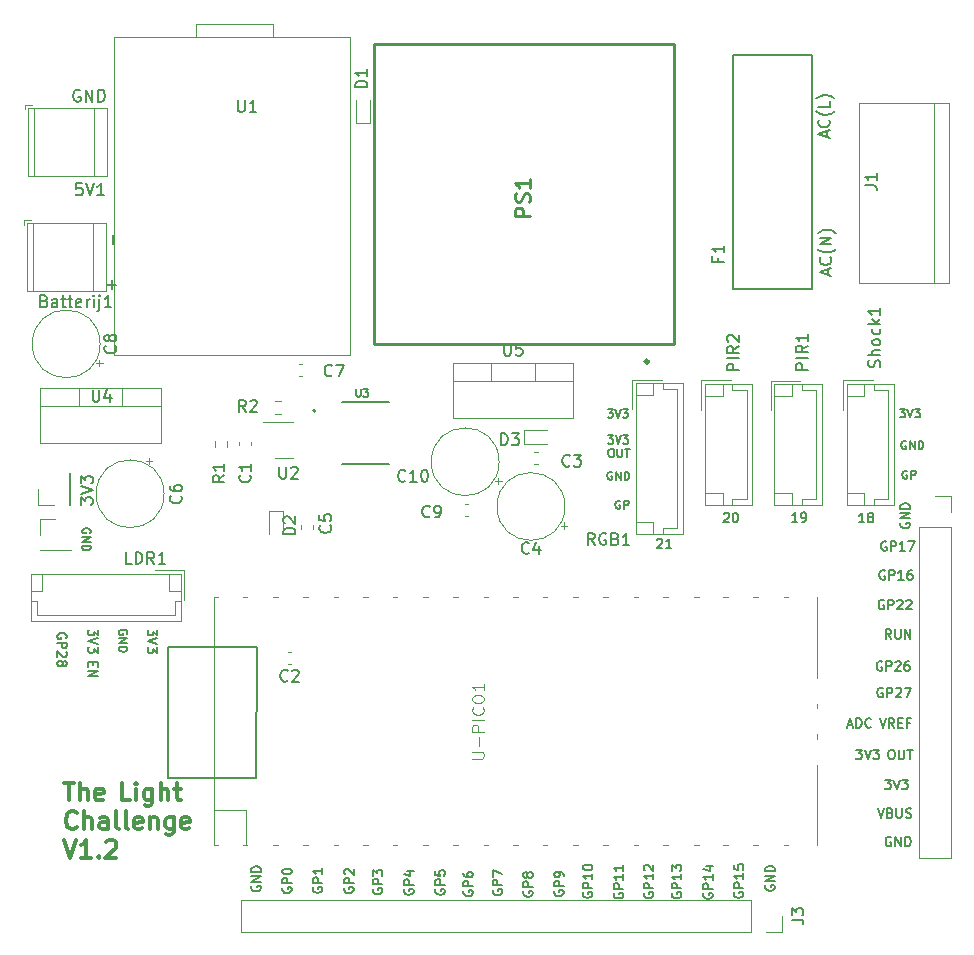
<source format=gbr>
%TF.GenerationSoftware,KiCad,Pcbnew,(7.0.0)*%
%TF.CreationDate,2023-12-23T17:06:12+01:00*%
%TF.ProjectId,PCB-light-challenge,5043422d-6c69-4676-9874-2d6368616c6c,rev?*%
%TF.SameCoordinates,Original*%
%TF.FileFunction,Legend,Top*%
%TF.FilePolarity,Positive*%
%FSLAX46Y46*%
G04 Gerber Fmt 4.6, Leading zero omitted, Abs format (unit mm)*
G04 Created by KiCad (PCBNEW (7.0.0)) date 2023-12-23 17:06:12*
%MOMM*%
%LPD*%
G01*
G04 APERTURE LIST*
%ADD10C,0.150000*%
%ADD11C,0.300000*%
%ADD12C,0.254000*%
%ADD13C,0.100000*%
%ADD14C,0.120000*%
%ADD15C,0.127000*%
%ADD16C,0.200000*%
G04 APERTURE END LIST*
D10*
X192318000Y-126870000D02*
X192278000Y-137910000D01*
X184818000Y-137980000D02*
X184828000Y-126890000D01*
X184828000Y-126890000D02*
X192318000Y-126870000D01*
X192278000Y-137910000D02*
X184818000Y-137980000D01*
X183854095Y-125387085D02*
X183854095Y-125882323D01*
X183854095Y-125882323D02*
X183549333Y-125615657D01*
X183549333Y-125615657D02*
X183549333Y-125729942D01*
X183549333Y-125729942D02*
X183511238Y-125806133D01*
X183511238Y-125806133D02*
X183473142Y-125844228D01*
X183473142Y-125844228D02*
X183396952Y-125882323D01*
X183396952Y-125882323D02*
X183206476Y-125882323D01*
X183206476Y-125882323D02*
X183130285Y-125844228D01*
X183130285Y-125844228D02*
X183092190Y-125806133D01*
X183092190Y-125806133D02*
X183054095Y-125729942D01*
X183054095Y-125729942D02*
X183054095Y-125501371D01*
X183054095Y-125501371D02*
X183092190Y-125425180D01*
X183092190Y-125425180D02*
X183130285Y-125387085D01*
X183854095Y-126110895D02*
X183054095Y-126377562D01*
X183054095Y-126377562D02*
X183854095Y-126644228D01*
X183854095Y-126834704D02*
X183854095Y-127329942D01*
X183854095Y-127329942D02*
X183549333Y-127063276D01*
X183549333Y-127063276D02*
X183549333Y-127177561D01*
X183549333Y-127177561D02*
X183511238Y-127253752D01*
X183511238Y-127253752D02*
X183473142Y-127291847D01*
X183473142Y-127291847D02*
X183396952Y-127329942D01*
X183396952Y-127329942D02*
X183206476Y-127329942D01*
X183206476Y-127329942D02*
X183130285Y-127291847D01*
X183130285Y-127291847D02*
X183092190Y-127253752D01*
X183092190Y-127253752D02*
X183054095Y-127177561D01*
X183054095Y-127177561D02*
X183054095Y-126948990D01*
X183054095Y-126948990D02*
X183092190Y-126872799D01*
X183092190Y-126872799D02*
X183130285Y-126834704D01*
X181311400Y-125780733D02*
X181344733Y-125714066D01*
X181344733Y-125714066D02*
X181344733Y-125614066D01*
X181344733Y-125614066D02*
X181311400Y-125514066D01*
X181311400Y-125514066D02*
X181244733Y-125447400D01*
X181244733Y-125447400D02*
X181178066Y-125414066D01*
X181178066Y-125414066D02*
X181044733Y-125380733D01*
X181044733Y-125380733D02*
X180944733Y-125380733D01*
X180944733Y-125380733D02*
X180811400Y-125414066D01*
X180811400Y-125414066D02*
X180744733Y-125447400D01*
X180744733Y-125447400D02*
X180678066Y-125514066D01*
X180678066Y-125514066D02*
X180644733Y-125614066D01*
X180644733Y-125614066D02*
X180644733Y-125680733D01*
X180644733Y-125680733D02*
X180678066Y-125780733D01*
X180678066Y-125780733D02*
X180711400Y-125814066D01*
X180711400Y-125814066D02*
X180944733Y-125814066D01*
X180944733Y-125814066D02*
X180944733Y-125680733D01*
X180644733Y-126114066D02*
X181344733Y-126114066D01*
X181344733Y-126114066D02*
X180644733Y-126514066D01*
X180644733Y-126514066D02*
X181344733Y-126514066D01*
X180644733Y-126847399D02*
X181344733Y-126847399D01*
X181344733Y-126847399D02*
X181344733Y-127014066D01*
X181344733Y-127014066D02*
X181311400Y-127114066D01*
X181311400Y-127114066D02*
X181244733Y-127180733D01*
X181244733Y-127180733D02*
X181178066Y-127214066D01*
X181178066Y-127214066D02*
X181044733Y-127247399D01*
X181044733Y-127247399D02*
X180944733Y-127247399D01*
X180944733Y-127247399D02*
X180811400Y-127214066D01*
X180811400Y-127214066D02*
X180744733Y-127180733D01*
X180744733Y-127180733D02*
X180678066Y-127114066D01*
X180678066Y-127114066D02*
X180644733Y-127014066D01*
X180644733Y-127014066D02*
X180644733Y-126847399D01*
X247345133Y-111957000D02*
X247278466Y-111923666D01*
X247278466Y-111923666D02*
X247178466Y-111923666D01*
X247178466Y-111923666D02*
X247078466Y-111957000D01*
X247078466Y-111957000D02*
X247011800Y-112023666D01*
X247011800Y-112023666D02*
X246978466Y-112090333D01*
X246978466Y-112090333D02*
X246945133Y-112223666D01*
X246945133Y-112223666D02*
X246945133Y-112323666D01*
X246945133Y-112323666D02*
X246978466Y-112457000D01*
X246978466Y-112457000D02*
X247011800Y-112523666D01*
X247011800Y-112523666D02*
X247078466Y-112590333D01*
X247078466Y-112590333D02*
X247178466Y-112623666D01*
X247178466Y-112623666D02*
X247245133Y-112623666D01*
X247245133Y-112623666D02*
X247345133Y-112590333D01*
X247345133Y-112590333D02*
X247378466Y-112557000D01*
X247378466Y-112557000D02*
X247378466Y-112323666D01*
X247378466Y-112323666D02*
X247245133Y-112323666D01*
X247678466Y-112623666D02*
X247678466Y-111923666D01*
X247678466Y-111923666D02*
X247945133Y-111923666D01*
X247945133Y-111923666D02*
X248011800Y-111957000D01*
X248011800Y-111957000D02*
X248045133Y-111990333D01*
X248045133Y-111990333D02*
X248078466Y-112057000D01*
X248078466Y-112057000D02*
X248078466Y-112157000D01*
X248078466Y-112157000D02*
X248045133Y-112223666D01*
X248045133Y-112223666D02*
X248011800Y-112257000D01*
X248011800Y-112257000D02*
X247945133Y-112290333D01*
X247945133Y-112290333D02*
X247678466Y-112290333D01*
X222376933Y-112033200D02*
X222310266Y-111999866D01*
X222310266Y-111999866D02*
X222210266Y-111999866D01*
X222210266Y-111999866D02*
X222110266Y-112033200D01*
X222110266Y-112033200D02*
X222043600Y-112099866D01*
X222043600Y-112099866D02*
X222010266Y-112166533D01*
X222010266Y-112166533D02*
X221976933Y-112299866D01*
X221976933Y-112299866D02*
X221976933Y-112399866D01*
X221976933Y-112399866D02*
X222010266Y-112533200D01*
X222010266Y-112533200D02*
X222043600Y-112599866D01*
X222043600Y-112599866D02*
X222110266Y-112666533D01*
X222110266Y-112666533D02*
X222210266Y-112699866D01*
X222210266Y-112699866D02*
X222276933Y-112699866D01*
X222276933Y-112699866D02*
X222376933Y-112666533D01*
X222376933Y-112666533D02*
X222410266Y-112633200D01*
X222410266Y-112633200D02*
X222410266Y-112399866D01*
X222410266Y-112399866D02*
X222276933Y-112399866D01*
X222710266Y-112699866D02*
X222710266Y-111999866D01*
X222710266Y-111999866D02*
X223110266Y-112699866D01*
X223110266Y-112699866D02*
X223110266Y-111999866D01*
X223443599Y-112699866D02*
X223443599Y-111999866D01*
X223443599Y-111999866D02*
X223610266Y-111999866D01*
X223610266Y-111999866D02*
X223710266Y-112033200D01*
X223710266Y-112033200D02*
X223776933Y-112099866D01*
X223776933Y-112099866D02*
X223810266Y-112166533D01*
X223810266Y-112166533D02*
X223843599Y-112299866D01*
X223843599Y-112299866D02*
X223843599Y-112399866D01*
X223843599Y-112399866D02*
X223810266Y-112533200D01*
X223810266Y-112533200D02*
X223776933Y-112599866D01*
X223776933Y-112599866D02*
X223710266Y-112666533D01*
X223710266Y-112666533D02*
X223610266Y-112699866D01*
X223610266Y-112699866D02*
X223443599Y-112699866D01*
X231825780Y-115561095D02*
X231863876Y-115523000D01*
X231863876Y-115523000D02*
X231940066Y-115484904D01*
X231940066Y-115484904D02*
X232130542Y-115484904D01*
X232130542Y-115484904D02*
X232206733Y-115523000D01*
X232206733Y-115523000D02*
X232244828Y-115561095D01*
X232244828Y-115561095D02*
X232282923Y-115637285D01*
X232282923Y-115637285D02*
X232282923Y-115713476D01*
X232282923Y-115713476D02*
X232244828Y-115827761D01*
X232244828Y-115827761D02*
X231787685Y-116284904D01*
X231787685Y-116284904D02*
X232282923Y-116284904D01*
X232778162Y-115484904D02*
X232854352Y-115484904D01*
X232854352Y-115484904D02*
X232930543Y-115523000D01*
X232930543Y-115523000D02*
X232968638Y-115561095D01*
X232968638Y-115561095D02*
X233006733Y-115637285D01*
X233006733Y-115637285D02*
X233044828Y-115789666D01*
X233044828Y-115789666D02*
X233044828Y-115980142D01*
X233044828Y-115980142D02*
X233006733Y-116132523D01*
X233006733Y-116132523D02*
X232968638Y-116208714D01*
X232968638Y-116208714D02*
X232930543Y-116246809D01*
X232930543Y-116246809D02*
X232854352Y-116284904D01*
X232854352Y-116284904D02*
X232778162Y-116284904D01*
X232778162Y-116284904D02*
X232701971Y-116246809D01*
X232701971Y-116246809D02*
X232663876Y-116208714D01*
X232663876Y-116208714D02*
X232625781Y-116132523D01*
X232625781Y-116132523D02*
X232587685Y-115980142D01*
X232587685Y-115980142D02*
X232587685Y-115789666D01*
X232587685Y-115789666D02*
X232625781Y-115637285D01*
X232625781Y-115637285D02*
X232663876Y-115561095D01*
X232663876Y-115561095D02*
X232701971Y-115523000D01*
X232701971Y-115523000D02*
X232778162Y-115484904D01*
X230144000Y-147710476D02*
X230105904Y-147786666D01*
X230105904Y-147786666D02*
X230105904Y-147900952D01*
X230105904Y-147900952D02*
X230144000Y-148015238D01*
X230144000Y-148015238D02*
X230220190Y-148091428D01*
X230220190Y-148091428D02*
X230296380Y-148129523D01*
X230296380Y-148129523D02*
X230448761Y-148167619D01*
X230448761Y-148167619D02*
X230563047Y-148167619D01*
X230563047Y-148167619D02*
X230715428Y-148129523D01*
X230715428Y-148129523D02*
X230791619Y-148091428D01*
X230791619Y-148091428D02*
X230867809Y-148015238D01*
X230867809Y-148015238D02*
X230905904Y-147900952D01*
X230905904Y-147900952D02*
X230905904Y-147824761D01*
X230905904Y-147824761D02*
X230867809Y-147710476D01*
X230867809Y-147710476D02*
X230829714Y-147672380D01*
X230829714Y-147672380D02*
X230563047Y-147672380D01*
X230563047Y-147672380D02*
X230563047Y-147824761D01*
X230905904Y-147329523D02*
X230105904Y-147329523D01*
X230105904Y-147329523D02*
X230105904Y-147024761D01*
X230105904Y-147024761D02*
X230144000Y-146948571D01*
X230144000Y-146948571D02*
X230182095Y-146910476D01*
X230182095Y-146910476D02*
X230258285Y-146872380D01*
X230258285Y-146872380D02*
X230372571Y-146872380D01*
X230372571Y-146872380D02*
X230448761Y-146910476D01*
X230448761Y-146910476D02*
X230486857Y-146948571D01*
X230486857Y-146948571D02*
X230524952Y-147024761D01*
X230524952Y-147024761D02*
X230524952Y-147329523D01*
X230905904Y-146110476D02*
X230905904Y-146567619D01*
X230905904Y-146339047D02*
X230105904Y-146339047D01*
X230105904Y-146339047D02*
X230220190Y-146415238D01*
X230220190Y-146415238D02*
X230296380Y-146491428D01*
X230296380Y-146491428D02*
X230334476Y-146567619D01*
X230372571Y-145424761D02*
X230905904Y-145424761D01*
X230067809Y-145615237D02*
X230639238Y-145805714D01*
X230639238Y-145805714D02*
X230639238Y-145310475D01*
X214914000Y-147530476D02*
X214875904Y-147606666D01*
X214875904Y-147606666D02*
X214875904Y-147720952D01*
X214875904Y-147720952D02*
X214914000Y-147835238D01*
X214914000Y-147835238D02*
X214990190Y-147911428D01*
X214990190Y-147911428D02*
X215066380Y-147949523D01*
X215066380Y-147949523D02*
X215218761Y-147987619D01*
X215218761Y-147987619D02*
X215333047Y-147987619D01*
X215333047Y-147987619D02*
X215485428Y-147949523D01*
X215485428Y-147949523D02*
X215561619Y-147911428D01*
X215561619Y-147911428D02*
X215637809Y-147835238D01*
X215637809Y-147835238D02*
X215675904Y-147720952D01*
X215675904Y-147720952D02*
X215675904Y-147644761D01*
X215675904Y-147644761D02*
X215637809Y-147530476D01*
X215637809Y-147530476D02*
X215599714Y-147492380D01*
X215599714Y-147492380D02*
X215333047Y-147492380D01*
X215333047Y-147492380D02*
X215333047Y-147644761D01*
X215675904Y-147149523D02*
X214875904Y-147149523D01*
X214875904Y-147149523D02*
X214875904Y-146844761D01*
X214875904Y-146844761D02*
X214914000Y-146768571D01*
X214914000Y-146768571D02*
X214952095Y-146730476D01*
X214952095Y-146730476D02*
X215028285Y-146692380D01*
X215028285Y-146692380D02*
X215142571Y-146692380D01*
X215142571Y-146692380D02*
X215218761Y-146730476D01*
X215218761Y-146730476D02*
X215256857Y-146768571D01*
X215256857Y-146768571D02*
X215294952Y-146844761D01*
X215294952Y-146844761D02*
X215294952Y-147149523D01*
X215218761Y-146235238D02*
X215180666Y-146311428D01*
X215180666Y-146311428D02*
X215142571Y-146349523D01*
X215142571Y-146349523D02*
X215066380Y-146387619D01*
X215066380Y-146387619D02*
X215028285Y-146387619D01*
X215028285Y-146387619D02*
X214952095Y-146349523D01*
X214952095Y-146349523D02*
X214914000Y-146311428D01*
X214914000Y-146311428D02*
X214875904Y-146235238D01*
X214875904Y-146235238D02*
X214875904Y-146082857D01*
X214875904Y-146082857D02*
X214914000Y-146006666D01*
X214914000Y-146006666D02*
X214952095Y-145968571D01*
X214952095Y-145968571D02*
X215028285Y-145930476D01*
X215028285Y-145930476D02*
X215066380Y-145930476D01*
X215066380Y-145930476D02*
X215142571Y-145968571D01*
X215142571Y-145968571D02*
X215180666Y-146006666D01*
X215180666Y-146006666D02*
X215218761Y-146082857D01*
X215218761Y-146082857D02*
X215218761Y-146235238D01*
X215218761Y-146235238D02*
X215256857Y-146311428D01*
X215256857Y-146311428D02*
X215294952Y-146349523D01*
X215294952Y-146349523D02*
X215371142Y-146387619D01*
X215371142Y-146387619D02*
X215523523Y-146387619D01*
X215523523Y-146387619D02*
X215599714Y-146349523D01*
X215599714Y-146349523D02*
X215637809Y-146311428D01*
X215637809Y-146311428D02*
X215675904Y-146235238D01*
X215675904Y-146235238D02*
X215675904Y-146082857D01*
X215675904Y-146082857D02*
X215637809Y-146006666D01*
X215637809Y-146006666D02*
X215599714Y-145968571D01*
X215599714Y-145968571D02*
X215523523Y-145930476D01*
X215523523Y-145930476D02*
X215371142Y-145930476D01*
X215371142Y-145930476D02*
X215294952Y-145968571D01*
X215294952Y-145968571D02*
X215256857Y-146006666D01*
X215256857Y-146006666D02*
X215218761Y-146082857D01*
X242341380Y-133455333D02*
X242722333Y-133455333D01*
X242265190Y-133683904D02*
X242531857Y-132883904D01*
X242531857Y-132883904D02*
X242798523Y-133683904D01*
X243065190Y-133683904D02*
X243065190Y-132883904D01*
X243065190Y-132883904D02*
X243255666Y-132883904D01*
X243255666Y-132883904D02*
X243369952Y-132922000D01*
X243369952Y-132922000D02*
X243446142Y-132998190D01*
X243446142Y-132998190D02*
X243484237Y-133074380D01*
X243484237Y-133074380D02*
X243522333Y-133226761D01*
X243522333Y-133226761D02*
X243522333Y-133341047D01*
X243522333Y-133341047D02*
X243484237Y-133493428D01*
X243484237Y-133493428D02*
X243446142Y-133569619D01*
X243446142Y-133569619D02*
X243369952Y-133645809D01*
X243369952Y-133645809D02*
X243255666Y-133683904D01*
X243255666Y-133683904D02*
X243065190Y-133683904D01*
X244322333Y-133607714D02*
X244284237Y-133645809D01*
X244284237Y-133645809D02*
X244169952Y-133683904D01*
X244169952Y-133683904D02*
X244093761Y-133683904D01*
X244093761Y-133683904D02*
X243979475Y-133645809D01*
X243979475Y-133645809D02*
X243903285Y-133569619D01*
X243903285Y-133569619D02*
X243865190Y-133493428D01*
X243865190Y-133493428D02*
X243827094Y-133341047D01*
X243827094Y-133341047D02*
X243827094Y-133226761D01*
X243827094Y-133226761D02*
X243865190Y-133074380D01*
X243865190Y-133074380D02*
X243903285Y-132998190D01*
X243903285Y-132998190D02*
X243979475Y-132922000D01*
X243979475Y-132922000D02*
X244093761Y-132883904D01*
X244093761Y-132883904D02*
X244169952Y-132883904D01*
X244169952Y-132883904D02*
X244284237Y-132922000D01*
X244284237Y-132922000D02*
X244322333Y-132960095D01*
X245030904Y-132883904D02*
X245297571Y-133683904D01*
X245297571Y-133683904D02*
X245564237Y-132883904D01*
X246288047Y-133683904D02*
X246021380Y-133302952D01*
X245830904Y-133683904D02*
X245830904Y-132883904D01*
X245830904Y-132883904D02*
X246135666Y-132883904D01*
X246135666Y-132883904D02*
X246211856Y-132922000D01*
X246211856Y-132922000D02*
X246249951Y-132960095D01*
X246249951Y-132960095D02*
X246288047Y-133036285D01*
X246288047Y-133036285D02*
X246288047Y-133150571D01*
X246288047Y-133150571D02*
X246249951Y-133226761D01*
X246249951Y-133226761D02*
X246211856Y-133264857D01*
X246211856Y-133264857D02*
X246135666Y-133302952D01*
X246135666Y-133302952D02*
X245830904Y-133302952D01*
X246630904Y-133264857D02*
X246897570Y-133264857D01*
X247011856Y-133683904D02*
X246630904Y-133683904D01*
X246630904Y-133683904D02*
X246630904Y-132883904D01*
X246630904Y-132883904D02*
X247011856Y-132883904D01*
X247621380Y-133264857D02*
X247354714Y-133264857D01*
X247354714Y-133683904D02*
X247354714Y-132883904D01*
X247354714Y-132883904D02*
X247735666Y-132883904D01*
X245402523Y-122906000D02*
X245326333Y-122867904D01*
X245326333Y-122867904D02*
X245212047Y-122867904D01*
X245212047Y-122867904D02*
X245097761Y-122906000D01*
X245097761Y-122906000D02*
X245021571Y-122982190D01*
X245021571Y-122982190D02*
X244983476Y-123058380D01*
X244983476Y-123058380D02*
X244945380Y-123210761D01*
X244945380Y-123210761D02*
X244945380Y-123325047D01*
X244945380Y-123325047D02*
X244983476Y-123477428D01*
X244983476Y-123477428D02*
X245021571Y-123553619D01*
X245021571Y-123553619D02*
X245097761Y-123629809D01*
X245097761Y-123629809D02*
X245212047Y-123667904D01*
X245212047Y-123667904D02*
X245288238Y-123667904D01*
X245288238Y-123667904D02*
X245402523Y-123629809D01*
X245402523Y-123629809D02*
X245440619Y-123591714D01*
X245440619Y-123591714D02*
X245440619Y-123325047D01*
X245440619Y-123325047D02*
X245288238Y-123325047D01*
X245783476Y-123667904D02*
X245783476Y-122867904D01*
X245783476Y-122867904D02*
X246088238Y-122867904D01*
X246088238Y-122867904D02*
X246164428Y-122906000D01*
X246164428Y-122906000D02*
X246202523Y-122944095D01*
X246202523Y-122944095D02*
X246240619Y-123020285D01*
X246240619Y-123020285D02*
X246240619Y-123134571D01*
X246240619Y-123134571D02*
X246202523Y-123210761D01*
X246202523Y-123210761D02*
X246164428Y-123248857D01*
X246164428Y-123248857D02*
X246088238Y-123286952D01*
X246088238Y-123286952D02*
X245783476Y-123286952D01*
X246545380Y-122944095D02*
X246583476Y-122906000D01*
X246583476Y-122906000D02*
X246659666Y-122867904D01*
X246659666Y-122867904D02*
X246850142Y-122867904D01*
X246850142Y-122867904D02*
X246926333Y-122906000D01*
X246926333Y-122906000D02*
X246964428Y-122944095D01*
X246964428Y-122944095D02*
X247002523Y-123020285D01*
X247002523Y-123020285D02*
X247002523Y-123096476D01*
X247002523Y-123096476D02*
X246964428Y-123210761D01*
X246964428Y-123210761D02*
X246507285Y-123667904D01*
X246507285Y-123667904D02*
X247002523Y-123667904D01*
X247307285Y-122944095D02*
X247345381Y-122906000D01*
X247345381Y-122906000D02*
X247421571Y-122867904D01*
X247421571Y-122867904D02*
X247612047Y-122867904D01*
X247612047Y-122867904D02*
X247688238Y-122906000D01*
X247688238Y-122906000D02*
X247726333Y-122944095D01*
X247726333Y-122944095D02*
X247764428Y-123020285D01*
X247764428Y-123020285D02*
X247764428Y-123096476D01*
X247764428Y-123096476D02*
X247726333Y-123210761D01*
X247726333Y-123210761D02*
X247269190Y-123667904D01*
X247269190Y-123667904D02*
X247764428Y-123667904D01*
X238074123Y-116259504D02*
X237616980Y-116259504D01*
X237845552Y-116259504D02*
X237845552Y-115459504D01*
X237845552Y-115459504D02*
X237769361Y-115573790D01*
X237769361Y-115573790D02*
X237693171Y-115649980D01*
X237693171Y-115649980D02*
X237616980Y-115688076D01*
X238455076Y-116259504D02*
X238607457Y-116259504D01*
X238607457Y-116259504D02*
X238683647Y-116221409D01*
X238683647Y-116221409D02*
X238721743Y-116183314D01*
X238721743Y-116183314D02*
X238797933Y-116069028D01*
X238797933Y-116069028D02*
X238836028Y-115916647D01*
X238836028Y-115916647D02*
X238836028Y-115611885D01*
X238836028Y-115611885D02*
X238797933Y-115535695D01*
X238797933Y-115535695D02*
X238759838Y-115497600D01*
X238759838Y-115497600D02*
X238683647Y-115459504D01*
X238683647Y-115459504D02*
X238531266Y-115459504D01*
X238531266Y-115459504D02*
X238455076Y-115497600D01*
X238455076Y-115497600D02*
X238416981Y-115535695D01*
X238416981Y-115535695D02*
X238378885Y-115611885D01*
X238378885Y-115611885D02*
X238378885Y-115802361D01*
X238378885Y-115802361D02*
X238416981Y-115878552D01*
X238416981Y-115878552D02*
X238455076Y-115916647D01*
X238455076Y-115916647D02*
X238531266Y-115954742D01*
X238531266Y-115954742D02*
X238683647Y-115954742D01*
X238683647Y-115954742D02*
X238759838Y-115916647D01*
X238759838Y-115916647D02*
X238797933Y-115878552D01*
X238797933Y-115878552D02*
X238836028Y-115802361D01*
D11*
X175987057Y-138347571D02*
X176844200Y-138347571D01*
X176415628Y-139847571D02*
X176415628Y-138347571D01*
X177344199Y-139847571D02*
X177344199Y-138347571D01*
X177987057Y-139847571D02*
X177987057Y-139061857D01*
X177987057Y-139061857D02*
X177915628Y-138919000D01*
X177915628Y-138919000D02*
X177772771Y-138847571D01*
X177772771Y-138847571D02*
X177558485Y-138847571D01*
X177558485Y-138847571D02*
X177415628Y-138919000D01*
X177415628Y-138919000D02*
X177344199Y-138990428D01*
X179272771Y-139776142D02*
X179129914Y-139847571D01*
X179129914Y-139847571D02*
X178844200Y-139847571D01*
X178844200Y-139847571D02*
X178701342Y-139776142D01*
X178701342Y-139776142D02*
X178629914Y-139633285D01*
X178629914Y-139633285D02*
X178629914Y-139061857D01*
X178629914Y-139061857D02*
X178701342Y-138919000D01*
X178701342Y-138919000D02*
X178844200Y-138847571D01*
X178844200Y-138847571D02*
X179129914Y-138847571D01*
X179129914Y-138847571D02*
X179272771Y-138919000D01*
X179272771Y-138919000D02*
X179344200Y-139061857D01*
X179344200Y-139061857D02*
X179344200Y-139204714D01*
X179344200Y-139204714D02*
X178629914Y-139347571D01*
X181601342Y-139847571D02*
X180887056Y-139847571D01*
X180887056Y-139847571D02*
X180887056Y-138347571D01*
X182101342Y-139847571D02*
X182101342Y-138847571D01*
X182101342Y-138347571D02*
X182029914Y-138419000D01*
X182029914Y-138419000D02*
X182101342Y-138490428D01*
X182101342Y-138490428D02*
X182172771Y-138419000D01*
X182172771Y-138419000D02*
X182101342Y-138347571D01*
X182101342Y-138347571D02*
X182101342Y-138490428D01*
X183458486Y-138847571D02*
X183458486Y-140061857D01*
X183458486Y-140061857D02*
X183387057Y-140204714D01*
X183387057Y-140204714D02*
X183315628Y-140276142D01*
X183315628Y-140276142D02*
X183172771Y-140347571D01*
X183172771Y-140347571D02*
X182958486Y-140347571D01*
X182958486Y-140347571D02*
X182815628Y-140276142D01*
X183458486Y-139776142D02*
X183315628Y-139847571D01*
X183315628Y-139847571D02*
X183029914Y-139847571D01*
X183029914Y-139847571D02*
X182887057Y-139776142D01*
X182887057Y-139776142D02*
X182815628Y-139704714D01*
X182815628Y-139704714D02*
X182744200Y-139561857D01*
X182744200Y-139561857D02*
X182744200Y-139133285D01*
X182744200Y-139133285D02*
X182815628Y-138990428D01*
X182815628Y-138990428D02*
X182887057Y-138919000D01*
X182887057Y-138919000D02*
X183029914Y-138847571D01*
X183029914Y-138847571D02*
X183315628Y-138847571D01*
X183315628Y-138847571D02*
X183458486Y-138919000D01*
X184172771Y-139847571D02*
X184172771Y-138347571D01*
X184815629Y-139847571D02*
X184815629Y-139061857D01*
X184815629Y-139061857D02*
X184744200Y-138919000D01*
X184744200Y-138919000D02*
X184601343Y-138847571D01*
X184601343Y-138847571D02*
X184387057Y-138847571D01*
X184387057Y-138847571D02*
X184244200Y-138919000D01*
X184244200Y-138919000D02*
X184172771Y-138990428D01*
X185315629Y-138847571D02*
X185887057Y-138847571D01*
X185529914Y-138347571D02*
X185529914Y-139633285D01*
X185529914Y-139633285D02*
X185601343Y-139776142D01*
X185601343Y-139776142D02*
X185744200Y-139847571D01*
X185744200Y-139847571D02*
X185887057Y-139847571D01*
X177058485Y-142134714D02*
X176987057Y-142206142D01*
X176987057Y-142206142D02*
X176772771Y-142277571D01*
X176772771Y-142277571D02*
X176629914Y-142277571D01*
X176629914Y-142277571D02*
X176415628Y-142206142D01*
X176415628Y-142206142D02*
X176272771Y-142063285D01*
X176272771Y-142063285D02*
X176201342Y-141920428D01*
X176201342Y-141920428D02*
X176129914Y-141634714D01*
X176129914Y-141634714D02*
X176129914Y-141420428D01*
X176129914Y-141420428D02*
X176201342Y-141134714D01*
X176201342Y-141134714D02*
X176272771Y-140991857D01*
X176272771Y-140991857D02*
X176415628Y-140849000D01*
X176415628Y-140849000D02*
X176629914Y-140777571D01*
X176629914Y-140777571D02*
X176772771Y-140777571D01*
X176772771Y-140777571D02*
X176987057Y-140849000D01*
X176987057Y-140849000D02*
X177058485Y-140920428D01*
X177701342Y-142277571D02*
X177701342Y-140777571D01*
X178344200Y-142277571D02*
X178344200Y-141491857D01*
X178344200Y-141491857D02*
X178272771Y-141349000D01*
X178272771Y-141349000D02*
X178129914Y-141277571D01*
X178129914Y-141277571D02*
X177915628Y-141277571D01*
X177915628Y-141277571D02*
X177772771Y-141349000D01*
X177772771Y-141349000D02*
X177701342Y-141420428D01*
X179701343Y-142277571D02*
X179701343Y-141491857D01*
X179701343Y-141491857D02*
X179629914Y-141349000D01*
X179629914Y-141349000D02*
X179487057Y-141277571D01*
X179487057Y-141277571D02*
X179201343Y-141277571D01*
X179201343Y-141277571D02*
X179058485Y-141349000D01*
X179701343Y-142206142D02*
X179558485Y-142277571D01*
X179558485Y-142277571D02*
X179201343Y-142277571D01*
X179201343Y-142277571D02*
X179058485Y-142206142D01*
X179058485Y-142206142D02*
X178987057Y-142063285D01*
X178987057Y-142063285D02*
X178987057Y-141920428D01*
X178987057Y-141920428D02*
X179058485Y-141777571D01*
X179058485Y-141777571D02*
X179201343Y-141706142D01*
X179201343Y-141706142D02*
X179558485Y-141706142D01*
X179558485Y-141706142D02*
X179701343Y-141634714D01*
X180629914Y-142277571D02*
X180487057Y-142206142D01*
X180487057Y-142206142D02*
X180415628Y-142063285D01*
X180415628Y-142063285D02*
X180415628Y-140777571D01*
X181415628Y-142277571D02*
X181272771Y-142206142D01*
X181272771Y-142206142D02*
X181201342Y-142063285D01*
X181201342Y-142063285D02*
X181201342Y-140777571D01*
X182558485Y-142206142D02*
X182415628Y-142277571D01*
X182415628Y-142277571D02*
X182129914Y-142277571D01*
X182129914Y-142277571D02*
X181987056Y-142206142D01*
X181987056Y-142206142D02*
X181915628Y-142063285D01*
X181915628Y-142063285D02*
X181915628Y-141491857D01*
X181915628Y-141491857D02*
X181987056Y-141349000D01*
X181987056Y-141349000D02*
X182129914Y-141277571D01*
X182129914Y-141277571D02*
X182415628Y-141277571D01*
X182415628Y-141277571D02*
X182558485Y-141349000D01*
X182558485Y-141349000D02*
X182629914Y-141491857D01*
X182629914Y-141491857D02*
X182629914Y-141634714D01*
X182629914Y-141634714D02*
X181915628Y-141777571D01*
X183272770Y-141277571D02*
X183272770Y-142277571D01*
X183272770Y-141420428D02*
X183344199Y-141349000D01*
X183344199Y-141349000D02*
X183487056Y-141277571D01*
X183487056Y-141277571D02*
X183701342Y-141277571D01*
X183701342Y-141277571D02*
X183844199Y-141349000D01*
X183844199Y-141349000D02*
X183915628Y-141491857D01*
X183915628Y-141491857D02*
X183915628Y-142277571D01*
X185272771Y-141277571D02*
X185272771Y-142491857D01*
X185272771Y-142491857D02*
X185201342Y-142634714D01*
X185201342Y-142634714D02*
X185129913Y-142706142D01*
X185129913Y-142706142D02*
X184987056Y-142777571D01*
X184987056Y-142777571D02*
X184772771Y-142777571D01*
X184772771Y-142777571D02*
X184629913Y-142706142D01*
X185272771Y-142206142D02*
X185129913Y-142277571D01*
X185129913Y-142277571D02*
X184844199Y-142277571D01*
X184844199Y-142277571D02*
X184701342Y-142206142D01*
X184701342Y-142206142D02*
X184629913Y-142134714D01*
X184629913Y-142134714D02*
X184558485Y-141991857D01*
X184558485Y-141991857D02*
X184558485Y-141563285D01*
X184558485Y-141563285D02*
X184629913Y-141420428D01*
X184629913Y-141420428D02*
X184701342Y-141349000D01*
X184701342Y-141349000D02*
X184844199Y-141277571D01*
X184844199Y-141277571D02*
X185129913Y-141277571D01*
X185129913Y-141277571D02*
X185272771Y-141349000D01*
X186558485Y-142206142D02*
X186415628Y-142277571D01*
X186415628Y-142277571D02*
X186129914Y-142277571D01*
X186129914Y-142277571D02*
X185987056Y-142206142D01*
X185987056Y-142206142D02*
X185915628Y-142063285D01*
X185915628Y-142063285D02*
X185915628Y-141491857D01*
X185915628Y-141491857D02*
X185987056Y-141349000D01*
X185987056Y-141349000D02*
X186129914Y-141277571D01*
X186129914Y-141277571D02*
X186415628Y-141277571D01*
X186415628Y-141277571D02*
X186558485Y-141349000D01*
X186558485Y-141349000D02*
X186629914Y-141491857D01*
X186629914Y-141491857D02*
X186629914Y-141634714D01*
X186629914Y-141634714D02*
X185915628Y-141777571D01*
X175987057Y-143207571D02*
X176487057Y-144707571D01*
X176487057Y-144707571D02*
X176987057Y-143207571D01*
X178272771Y-144707571D02*
X177415628Y-144707571D01*
X177844199Y-144707571D02*
X177844199Y-143207571D01*
X177844199Y-143207571D02*
X177701342Y-143421857D01*
X177701342Y-143421857D02*
X177558485Y-143564714D01*
X177558485Y-143564714D02*
X177415628Y-143636142D01*
X178915627Y-144564714D02*
X178987056Y-144636142D01*
X178987056Y-144636142D02*
X178915627Y-144707571D01*
X178915627Y-144707571D02*
X178844199Y-144636142D01*
X178844199Y-144636142D02*
X178915627Y-144564714D01*
X178915627Y-144564714D02*
X178915627Y-144707571D01*
X179558485Y-143350428D02*
X179629913Y-143279000D01*
X179629913Y-143279000D02*
X179772771Y-143207571D01*
X179772771Y-143207571D02*
X180129913Y-143207571D01*
X180129913Y-143207571D02*
X180272771Y-143279000D01*
X180272771Y-143279000D02*
X180344199Y-143350428D01*
X180344199Y-143350428D02*
X180415628Y-143493285D01*
X180415628Y-143493285D02*
X180415628Y-143636142D01*
X180415628Y-143636142D02*
X180344199Y-143850428D01*
X180344199Y-143850428D02*
X179487056Y-144707571D01*
X179487056Y-144707571D02*
X180415628Y-144707571D01*
D10*
X246011619Y-126140104D02*
X245744952Y-125759152D01*
X245554476Y-126140104D02*
X245554476Y-125340104D01*
X245554476Y-125340104D02*
X245859238Y-125340104D01*
X245859238Y-125340104D02*
X245935428Y-125378200D01*
X245935428Y-125378200D02*
X245973523Y-125416295D01*
X245973523Y-125416295D02*
X246011619Y-125492485D01*
X246011619Y-125492485D02*
X246011619Y-125606771D01*
X246011619Y-125606771D02*
X245973523Y-125682961D01*
X245973523Y-125682961D02*
X245935428Y-125721057D01*
X245935428Y-125721057D02*
X245859238Y-125759152D01*
X245859238Y-125759152D02*
X245554476Y-125759152D01*
X246354476Y-125340104D02*
X246354476Y-125987723D01*
X246354476Y-125987723D02*
X246392571Y-126063914D01*
X246392571Y-126063914D02*
X246430666Y-126102009D01*
X246430666Y-126102009D02*
X246506857Y-126140104D01*
X246506857Y-126140104D02*
X246659238Y-126140104D01*
X246659238Y-126140104D02*
X246735428Y-126102009D01*
X246735428Y-126102009D02*
X246773523Y-126063914D01*
X246773523Y-126063914D02*
X246811619Y-125987723D01*
X246811619Y-125987723D02*
X246811619Y-125340104D01*
X247192571Y-126140104D02*
X247192571Y-125340104D01*
X247192571Y-125340104D02*
X247649714Y-126140104D01*
X247649714Y-126140104D02*
X247649714Y-125340104D01*
X226186980Y-117770895D02*
X226225076Y-117732800D01*
X226225076Y-117732800D02*
X226301266Y-117694704D01*
X226301266Y-117694704D02*
X226491742Y-117694704D01*
X226491742Y-117694704D02*
X226567933Y-117732800D01*
X226567933Y-117732800D02*
X226606028Y-117770895D01*
X226606028Y-117770895D02*
X226644123Y-117847085D01*
X226644123Y-117847085D02*
X226644123Y-117923276D01*
X226644123Y-117923276D02*
X226606028Y-118037561D01*
X226606028Y-118037561D02*
X226148885Y-118494704D01*
X226148885Y-118494704D02*
X226644123Y-118494704D01*
X227406028Y-118494704D02*
X226948885Y-118494704D01*
X227177457Y-118494704D02*
X227177457Y-117694704D01*
X227177457Y-117694704D02*
X227101266Y-117808990D01*
X227101266Y-117808990D02*
X227025076Y-117885180D01*
X227025076Y-117885180D02*
X226948885Y-117923276D01*
X245482523Y-120386000D02*
X245406333Y-120347904D01*
X245406333Y-120347904D02*
X245292047Y-120347904D01*
X245292047Y-120347904D02*
X245177761Y-120386000D01*
X245177761Y-120386000D02*
X245101571Y-120462190D01*
X245101571Y-120462190D02*
X245063476Y-120538380D01*
X245063476Y-120538380D02*
X245025380Y-120690761D01*
X245025380Y-120690761D02*
X245025380Y-120805047D01*
X245025380Y-120805047D02*
X245063476Y-120957428D01*
X245063476Y-120957428D02*
X245101571Y-121033619D01*
X245101571Y-121033619D02*
X245177761Y-121109809D01*
X245177761Y-121109809D02*
X245292047Y-121147904D01*
X245292047Y-121147904D02*
X245368238Y-121147904D01*
X245368238Y-121147904D02*
X245482523Y-121109809D01*
X245482523Y-121109809D02*
X245520619Y-121071714D01*
X245520619Y-121071714D02*
X245520619Y-120805047D01*
X245520619Y-120805047D02*
X245368238Y-120805047D01*
X245863476Y-121147904D02*
X245863476Y-120347904D01*
X245863476Y-120347904D02*
X246168238Y-120347904D01*
X246168238Y-120347904D02*
X246244428Y-120386000D01*
X246244428Y-120386000D02*
X246282523Y-120424095D01*
X246282523Y-120424095D02*
X246320619Y-120500285D01*
X246320619Y-120500285D02*
X246320619Y-120614571D01*
X246320619Y-120614571D02*
X246282523Y-120690761D01*
X246282523Y-120690761D02*
X246244428Y-120728857D01*
X246244428Y-120728857D02*
X246168238Y-120766952D01*
X246168238Y-120766952D02*
X245863476Y-120766952D01*
X247082523Y-121147904D02*
X246625380Y-121147904D01*
X246853952Y-121147904D02*
X246853952Y-120347904D01*
X246853952Y-120347904D02*
X246777761Y-120462190D01*
X246777761Y-120462190D02*
X246701571Y-120538380D01*
X246701571Y-120538380D02*
X246625380Y-120576476D01*
X247768238Y-120347904D02*
X247615857Y-120347904D01*
X247615857Y-120347904D02*
X247539666Y-120386000D01*
X247539666Y-120386000D02*
X247501571Y-120424095D01*
X247501571Y-120424095D02*
X247425381Y-120538380D01*
X247425381Y-120538380D02*
X247387285Y-120690761D01*
X247387285Y-120690761D02*
X247387285Y-120995523D01*
X247387285Y-120995523D02*
X247425381Y-121071714D01*
X247425381Y-121071714D02*
X247463476Y-121109809D01*
X247463476Y-121109809D02*
X247539666Y-121147904D01*
X247539666Y-121147904D02*
X247692047Y-121147904D01*
X247692047Y-121147904D02*
X247768238Y-121109809D01*
X247768238Y-121109809D02*
X247806333Y-121071714D01*
X247806333Y-121071714D02*
X247844428Y-120995523D01*
X247844428Y-120995523D02*
X247844428Y-120805047D01*
X247844428Y-120805047D02*
X247806333Y-120728857D01*
X247806333Y-120728857D02*
X247768238Y-120690761D01*
X247768238Y-120690761D02*
X247692047Y-120652666D01*
X247692047Y-120652666D02*
X247539666Y-120652666D01*
X247539666Y-120652666D02*
X247463476Y-120690761D01*
X247463476Y-120690761D02*
X247425381Y-120728857D01*
X247425381Y-120728857D02*
X247387285Y-120805047D01*
X227494000Y-147680476D02*
X227455904Y-147756666D01*
X227455904Y-147756666D02*
X227455904Y-147870952D01*
X227455904Y-147870952D02*
X227494000Y-147985238D01*
X227494000Y-147985238D02*
X227570190Y-148061428D01*
X227570190Y-148061428D02*
X227646380Y-148099523D01*
X227646380Y-148099523D02*
X227798761Y-148137619D01*
X227798761Y-148137619D02*
X227913047Y-148137619D01*
X227913047Y-148137619D02*
X228065428Y-148099523D01*
X228065428Y-148099523D02*
X228141619Y-148061428D01*
X228141619Y-148061428D02*
X228217809Y-147985238D01*
X228217809Y-147985238D02*
X228255904Y-147870952D01*
X228255904Y-147870952D02*
X228255904Y-147794761D01*
X228255904Y-147794761D02*
X228217809Y-147680476D01*
X228217809Y-147680476D02*
X228179714Y-147642380D01*
X228179714Y-147642380D02*
X227913047Y-147642380D01*
X227913047Y-147642380D02*
X227913047Y-147794761D01*
X228255904Y-147299523D02*
X227455904Y-147299523D01*
X227455904Y-147299523D02*
X227455904Y-146994761D01*
X227455904Y-146994761D02*
X227494000Y-146918571D01*
X227494000Y-146918571D02*
X227532095Y-146880476D01*
X227532095Y-146880476D02*
X227608285Y-146842380D01*
X227608285Y-146842380D02*
X227722571Y-146842380D01*
X227722571Y-146842380D02*
X227798761Y-146880476D01*
X227798761Y-146880476D02*
X227836857Y-146918571D01*
X227836857Y-146918571D02*
X227874952Y-146994761D01*
X227874952Y-146994761D02*
X227874952Y-147299523D01*
X228255904Y-146080476D02*
X228255904Y-146537619D01*
X228255904Y-146309047D02*
X227455904Y-146309047D01*
X227455904Y-146309047D02*
X227570190Y-146385238D01*
X227570190Y-146385238D02*
X227646380Y-146461428D01*
X227646380Y-146461428D02*
X227684476Y-146537619D01*
X227455904Y-145813809D02*
X227455904Y-145318571D01*
X227455904Y-145318571D02*
X227760666Y-145585237D01*
X227760666Y-145585237D02*
X227760666Y-145470952D01*
X227760666Y-145470952D02*
X227798761Y-145394761D01*
X227798761Y-145394761D02*
X227836857Y-145356666D01*
X227836857Y-145356666D02*
X227913047Y-145318571D01*
X227913047Y-145318571D02*
X228103523Y-145318571D01*
X228103523Y-145318571D02*
X228179714Y-145356666D01*
X228179714Y-145356666D02*
X228217809Y-145394761D01*
X228217809Y-145394761D02*
X228255904Y-145470952D01*
X228255904Y-145470952D02*
X228255904Y-145699523D01*
X228255904Y-145699523D02*
X228217809Y-145775714D01*
X228217809Y-145775714D02*
X228179714Y-145813809D01*
X194494000Y-147230476D02*
X194455904Y-147306666D01*
X194455904Y-147306666D02*
X194455904Y-147420952D01*
X194455904Y-147420952D02*
X194494000Y-147535238D01*
X194494000Y-147535238D02*
X194570190Y-147611428D01*
X194570190Y-147611428D02*
X194646380Y-147649523D01*
X194646380Y-147649523D02*
X194798761Y-147687619D01*
X194798761Y-147687619D02*
X194913047Y-147687619D01*
X194913047Y-147687619D02*
X195065428Y-147649523D01*
X195065428Y-147649523D02*
X195141619Y-147611428D01*
X195141619Y-147611428D02*
X195217809Y-147535238D01*
X195217809Y-147535238D02*
X195255904Y-147420952D01*
X195255904Y-147420952D02*
X195255904Y-147344761D01*
X195255904Y-147344761D02*
X195217809Y-147230476D01*
X195217809Y-147230476D02*
X195179714Y-147192380D01*
X195179714Y-147192380D02*
X194913047Y-147192380D01*
X194913047Y-147192380D02*
X194913047Y-147344761D01*
X195255904Y-146849523D02*
X194455904Y-146849523D01*
X194455904Y-146849523D02*
X194455904Y-146544761D01*
X194455904Y-146544761D02*
X194494000Y-146468571D01*
X194494000Y-146468571D02*
X194532095Y-146430476D01*
X194532095Y-146430476D02*
X194608285Y-146392380D01*
X194608285Y-146392380D02*
X194722571Y-146392380D01*
X194722571Y-146392380D02*
X194798761Y-146430476D01*
X194798761Y-146430476D02*
X194836857Y-146468571D01*
X194836857Y-146468571D02*
X194874952Y-146544761D01*
X194874952Y-146544761D02*
X194874952Y-146849523D01*
X194455904Y-145897142D02*
X194455904Y-145820952D01*
X194455904Y-145820952D02*
X194494000Y-145744761D01*
X194494000Y-145744761D02*
X194532095Y-145706666D01*
X194532095Y-145706666D02*
X194608285Y-145668571D01*
X194608285Y-145668571D02*
X194760666Y-145630476D01*
X194760666Y-145630476D02*
X194951142Y-145630476D01*
X194951142Y-145630476D02*
X195103523Y-145668571D01*
X195103523Y-145668571D02*
X195179714Y-145706666D01*
X195179714Y-145706666D02*
X195217809Y-145744761D01*
X195217809Y-145744761D02*
X195255904Y-145820952D01*
X195255904Y-145820952D02*
X195255904Y-145897142D01*
X195255904Y-145897142D02*
X195217809Y-145973333D01*
X195217809Y-145973333D02*
X195179714Y-146011428D01*
X195179714Y-146011428D02*
X195103523Y-146049523D01*
X195103523Y-146049523D02*
X194951142Y-146087619D01*
X194951142Y-146087619D02*
X194760666Y-146087619D01*
X194760666Y-146087619D02*
X194608285Y-146049523D01*
X194608285Y-146049523D02*
X194532095Y-146011428D01*
X194532095Y-146011428D02*
X194494000Y-145973333D01*
X194494000Y-145973333D02*
X194455904Y-145897142D01*
X222554000Y-147690476D02*
X222515904Y-147766666D01*
X222515904Y-147766666D02*
X222515904Y-147880952D01*
X222515904Y-147880952D02*
X222554000Y-147995238D01*
X222554000Y-147995238D02*
X222630190Y-148071428D01*
X222630190Y-148071428D02*
X222706380Y-148109523D01*
X222706380Y-148109523D02*
X222858761Y-148147619D01*
X222858761Y-148147619D02*
X222973047Y-148147619D01*
X222973047Y-148147619D02*
X223125428Y-148109523D01*
X223125428Y-148109523D02*
X223201619Y-148071428D01*
X223201619Y-148071428D02*
X223277809Y-147995238D01*
X223277809Y-147995238D02*
X223315904Y-147880952D01*
X223315904Y-147880952D02*
X223315904Y-147804761D01*
X223315904Y-147804761D02*
X223277809Y-147690476D01*
X223277809Y-147690476D02*
X223239714Y-147652380D01*
X223239714Y-147652380D02*
X222973047Y-147652380D01*
X222973047Y-147652380D02*
X222973047Y-147804761D01*
X223315904Y-147309523D02*
X222515904Y-147309523D01*
X222515904Y-147309523D02*
X222515904Y-147004761D01*
X222515904Y-147004761D02*
X222554000Y-146928571D01*
X222554000Y-146928571D02*
X222592095Y-146890476D01*
X222592095Y-146890476D02*
X222668285Y-146852380D01*
X222668285Y-146852380D02*
X222782571Y-146852380D01*
X222782571Y-146852380D02*
X222858761Y-146890476D01*
X222858761Y-146890476D02*
X222896857Y-146928571D01*
X222896857Y-146928571D02*
X222934952Y-147004761D01*
X222934952Y-147004761D02*
X222934952Y-147309523D01*
X223315904Y-146090476D02*
X223315904Y-146547619D01*
X223315904Y-146319047D02*
X222515904Y-146319047D01*
X222515904Y-146319047D02*
X222630190Y-146395238D01*
X222630190Y-146395238D02*
X222706380Y-146471428D01*
X222706380Y-146471428D02*
X222744476Y-146547619D01*
X223315904Y-145328571D02*
X223315904Y-145785714D01*
X223315904Y-145557142D02*
X222515904Y-145557142D01*
X222515904Y-145557142D02*
X222630190Y-145633333D01*
X222630190Y-145633333D02*
X222706380Y-145709523D01*
X222706380Y-145709523D02*
X222744476Y-145785714D01*
X197104000Y-147200476D02*
X197065904Y-147276666D01*
X197065904Y-147276666D02*
X197065904Y-147390952D01*
X197065904Y-147390952D02*
X197104000Y-147505238D01*
X197104000Y-147505238D02*
X197180190Y-147581428D01*
X197180190Y-147581428D02*
X197256380Y-147619523D01*
X197256380Y-147619523D02*
X197408761Y-147657619D01*
X197408761Y-147657619D02*
X197523047Y-147657619D01*
X197523047Y-147657619D02*
X197675428Y-147619523D01*
X197675428Y-147619523D02*
X197751619Y-147581428D01*
X197751619Y-147581428D02*
X197827809Y-147505238D01*
X197827809Y-147505238D02*
X197865904Y-147390952D01*
X197865904Y-147390952D02*
X197865904Y-147314761D01*
X197865904Y-147314761D02*
X197827809Y-147200476D01*
X197827809Y-147200476D02*
X197789714Y-147162380D01*
X197789714Y-147162380D02*
X197523047Y-147162380D01*
X197523047Y-147162380D02*
X197523047Y-147314761D01*
X197865904Y-146819523D02*
X197065904Y-146819523D01*
X197065904Y-146819523D02*
X197065904Y-146514761D01*
X197065904Y-146514761D02*
X197104000Y-146438571D01*
X197104000Y-146438571D02*
X197142095Y-146400476D01*
X197142095Y-146400476D02*
X197218285Y-146362380D01*
X197218285Y-146362380D02*
X197332571Y-146362380D01*
X197332571Y-146362380D02*
X197408761Y-146400476D01*
X197408761Y-146400476D02*
X197446857Y-146438571D01*
X197446857Y-146438571D02*
X197484952Y-146514761D01*
X197484952Y-146514761D02*
X197484952Y-146819523D01*
X197865904Y-145600476D02*
X197865904Y-146057619D01*
X197865904Y-145829047D02*
X197065904Y-145829047D01*
X197065904Y-145829047D02*
X197180190Y-145905238D01*
X197180190Y-145905238D02*
X197256380Y-145981428D01*
X197256380Y-145981428D02*
X197294476Y-146057619D01*
X179654248Y-96176228D02*
X180416153Y-96176228D01*
X180035200Y-96557180D02*
X180035200Y-95795276D01*
X212304000Y-147410476D02*
X212265904Y-147486666D01*
X212265904Y-147486666D02*
X212265904Y-147600952D01*
X212265904Y-147600952D02*
X212304000Y-147715238D01*
X212304000Y-147715238D02*
X212380190Y-147791428D01*
X212380190Y-147791428D02*
X212456380Y-147829523D01*
X212456380Y-147829523D02*
X212608761Y-147867619D01*
X212608761Y-147867619D02*
X212723047Y-147867619D01*
X212723047Y-147867619D02*
X212875428Y-147829523D01*
X212875428Y-147829523D02*
X212951619Y-147791428D01*
X212951619Y-147791428D02*
X213027809Y-147715238D01*
X213027809Y-147715238D02*
X213065904Y-147600952D01*
X213065904Y-147600952D02*
X213065904Y-147524761D01*
X213065904Y-147524761D02*
X213027809Y-147410476D01*
X213027809Y-147410476D02*
X212989714Y-147372380D01*
X212989714Y-147372380D02*
X212723047Y-147372380D01*
X212723047Y-147372380D02*
X212723047Y-147524761D01*
X213065904Y-147029523D02*
X212265904Y-147029523D01*
X212265904Y-147029523D02*
X212265904Y-146724761D01*
X212265904Y-146724761D02*
X212304000Y-146648571D01*
X212304000Y-146648571D02*
X212342095Y-146610476D01*
X212342095Y-146610476D02*
X212418285Y-146572380D01*
X212418285Y-146572380D02*
X212532571Y-146572380D01*
X212532571Y-146572380D02*
X212608761Y-146610476D01*
X212608761Y-146610476D02*
X212646857Y-146648571D01*
X212646857Y-146648571D02*
X212684952Y-146724761D01*
X212684952Y-146724761D02*
X212684952Y-147029523D01*
X212265904Y-146305714D02*
X212265904Y-145772380D01*
X212265904Y-145772380D02*
X213065904Y-146115238D01*
X217514000Y-147490476D02*
X217475904Y-147566666D01*
X217475904Y-147566666D02*
X217475904Y-147680952D01*
X217475904Y-147680952D02*
X217514000Y-147795238D01*
X217514000Y-147795238D02*
X217590190Y-147871428D01*
X217590190Y-147871428D02*
X217666380Y-147909523D01*
X217666380Y-147909523D02*
X217818761Y-147947619D01*
X217818761Y-147947619D02*
X217933047Y-147947619D01*
X217933047Y-147947619D02*
X218085428Y-147909523D01*
X218085428Y-147909523D02*
X218161619Y-147871428D01*
X218161619Y-147871428D02*
X218237809Y-147795238D01*
X218237809Y-147795238D02*
X218275904Y-147680952D01*
X218275904Y-147680952D02*
X218275904Y-147604761D01*
X218275904Y-147604761D02*
X218237809Y-147490476D01*
X218237809Y-147490476D02*
X218199714Y-147452380D01*
X218199714Y-147452380D02*
X217933047Y-147452380D01*
X217933047Y-147452380D02*
X217933047Y-147604761D01*
X218275904Y-147109523D02*
X217475904Y-147109523D01*
X217475904Y-147109523D02*
X217475904Y-146804761D01*
X217475904Y-146804761D02*
X217514000Y-146728571D01*
X217514000Y-146728571D02*
X217552095Y-146690476D01*
X217552095Y-146690476D02*
X217628285Y-146652380D01*
X217628285Y-146652380D02*
X217742571Y-146652380D01*
X217742571Y-146652380D02*
X217818761Y-146690476D01*
X217818761Y-146690476D02*
X217856857Y-146728571D01*
X217856857Y-146728571D02*
X217894952Y-146804761D01*
X217894952Y-146804761D02*
X217894952Y-147109523D01*
X218275904Y-146271428D02*
X218275904Y-146119047D01*
X218275904Y-146119047D02*
X218237809Y-146042857D01*
X218237809Y-146042857D02*
X218199714Y-146004761D01*
X218199714Y-146004761D02*
X218085428Y-145928571D01*
X218085428Y-145928571D02*
X217933047Y-145890476D01*
X217933047Y-145890476D02*
X217628285Y-145890476D01*
X217628285Y-145890476D02*
X217552095Y-145928571D01*
X217552095Y-145928571D02*
X217514000Y-145966666D01*
X217514000Y-145966666D02*
X217475904Y-146042857D01*
X217475904Y-146042857D02*
X217475904Y-146195238D01*
X217475904Y-146195238D02*
X217514000Y-146271428D01*
X217514000Y-146271428D02*
X217552095Y-146309523D01*
X217552095Y-146309523D02*
X217628285Y-146347619D01*
X217628285Y-146347619D02*
X217818761Y-146347619D01*
X217818761Y-146347619D02*
X217894952Y-146309523D01*
X217894952Y-146309523D02*
X217933047Y-146271428D01*
X217933047Y-146271428D02*
X217971142Y-146195238D01*
X217971142Y-146195238D02*
X217971142Y-146042857D01*
X217971142Y-146042857D02*
X217933047Y-145966666D01*
X217933047Y-145966666D02*
X217894952Y-145928571D01*
X217894952Y-145928571D02*
X217818761Y-145890476D01*
X243039885Y-135550904D02*
X243535123Y-135550904D01*
X243535123Y-135550904D02*
X243268457Y-135855666D01*
X243268457Y-135855666D02*
X243382742Y-135855666D01*
X243382742Y-135855666D02*
X243458933Y-135893761D01*
X243458933Y-135893761D02*
X243497028Y-135931857D01*
X243497028Y-135931857D02*
X243535123Y-136008047D01*
X243535123Y-136008047D02*
X243535123Y-136198523D01*
X243535123Y-136198523D02*
X243497028Y-136274714D01*
X243497028Y-136274714D02*
X243458933Y-136312809D01*
X243458933Y-136312809D02*
X243382742Y-136350904D01*
X243382742Y-136350904D02*
X243154171Y-136350904D01*
X243154171Y-136350904D02*
X243077980Y-136312809D01*
X243077980Y-136312809D02*
X243039885Y-136274714D01*
X243763695Y-135550904D02*
X244030362Y-136350904D01*
X244030362Y-136350904D02*
X244297028Y-135550904D01*
X244487504Y-135550904D02*
X244982742Y-135550904D01*
X244982742Y-135550904D02*
X244716076Y-135855666D01*
X244716076Y-135855666D02*
X244830361Y-135855666D01*
X244830361Y-135855666D02*
X244906552Y-135893761D01*
X244906552Y-135893761D02*
X244944647Y-135931857D01*
X244944647Y-135931857D02*
X244982742Y-136008047D01*
X244982742Y-136008047D02*
X244982742Y-136198523D01*
X244982742Y-136198523D02*
X244944647Y-136274714D01*
X244944647Y-136274714D02*
X244906552Y-136312809D01*
X244906552Y-136312809D02*
X244830361Y-136350904D01*
X244830361Y-136350904D02*
X244601790Y-136350904D01*
X244601790Y-136350904D02*
X244525599Y-136312809D01*
X244525599Y-136312809D02*
X244487504Y-136274714D01*
X245957981Y-135550904D02*
X246110362Y-135550904D01*
X246110362Y-135550904D02*
X246186552Y-135589000D01*
X246186552Y-135589000D02*
X246262743Y-135665190D01*
X246262743Y-135665190D02*
X246300838Y-135817571D01*
X246300838Y-135817571D02*
X246300838Y-136084238D01*
X246300838Y-136084238D02*
X246262743Y-136236619D01*
X246262743Y-136236619D02*
X246186552Y-136312809D01*
X246186552Y-136312809D02*
X246110362Y-136350904D01*
X246110362Y-136350904D02*
X245957981Y-136350904D01*
X245957981Y-136350904D02*
X245881790Y-136312809D01*
X245881790Y-136312809D02*
X245805600Y-136236619D01*
X245805600Y-136236619D02*
X245767504Y-136084238D01*
X245767504Y-136084238D02*
X245767504Y-135817571D01*
X245767504Y-135817571D02*
X245805600Y-135665190D01*
X245805600Y-135665190D02*
X245881790Y-135589000D01*
X245881790Y-135589000D02*
X245957981Y-135550904D01*
X246643695Y-135550904D02*
X246643695Y-136198523D01*
X246643695Y-136198523D02*
X246681790Y-136274714D01*
X246681790Y-136274714D02*
X246719885Y-136312809D01*
X246719885Y-136312809D02*
X246796076Y-136350904D01*
X246796076Y-136350904D02*
X246948457Y-136350904D01*
X246948457Y-136350904D02*
X247024647Y-136312809D01*
X247024647Y-136312809D02*
X247062742Y-136274714D01*
X247062742Y-136274714D02*
X247100838Y-136198523D01*
X247100838Y-136198523D02*
X247100838Y-135550904D01*
X247367504Y-135550904D02*
X247824647Y-135550904D01*
X247596075Y-136350904D02*
X247596075Y-135550904D01*
X247268933Y-109442400D02*
X247202266Y-109409066D01*
X247202266Y-109409066D02*
X247102266Y-109409066D01*
X247102266Y-109409066D02*
X247002266Y-109442400D01*
X247002266Y-109442400D02*
X246935600Y-109509066D01*
X246935600Y-109509066D02*
X246902266Y-109575733D01*
X246902266Y-109575733D02*
X246868933Y-109709066D01*
X246868933Y-109709066D02*
X246868933Y-109809066D01*
X246868933Y-109809066D02*
X246902266Y-109942400D01*
X246902266Y-109942400D02*
X246935600Y-110009066D01*
X246935600Y-110009066D02*
X247002266Y-110075733D01*
X247002266Y-110075733D02*
X247102266Y-110109066D01*
X247102266Y-110109066D02*
X247168933Y-110109066D01*
X247168933Y-110109066D02*
X247268933Y-110075733D01*
X247268933Y-110075733D02*
X247302266Y-110042400D01*
X247302266Y-110042400D02*
X247302266Y-109809066D01*
X247302266Y-109809066D02*
X247168933Y-109809066D01*
X247602266Y-110109066D02*
X247602266Y-109409066D01*
X247602266Y-109409066D02*
X248002266Y-110109066D01*
X248002266Y-110109066D02*
X248002266Y-109409066D01*
X248335599Y-110109066D02*
X248335599Y-109409066D01*
X248335599Y-109409066D02*
X248502266Y-109409066D01*
X248502266Y-109409066D02*
X248602266Y-109442400D01*
X248602266Y-109442400D02*
X248668933Y-109509066D01*
X248668933Y-109509066D02*
X248702266Y-109575733D01*
X248702266Y-109575733D02*
X248735599Y-109709066D01*
X248735599Y-109709066D02*
X248735599Y-109809066D01*
X248735599Y-109809066D02*
X248702266Y-109942400D01*
X248702266Y-109942400D02*
X248668933Y-110009066D01*
X248668933Y-110009066D02*
X248602266Y-110075733D01*
X248602266Y-110075733D02*
X248502266Y-110109066D01*
X248502266Y-110109066D02*
X248335599Y-110109066D01*
X245592523Y-117936000D02*
X245516333Y-117897904D01*
X245516333Y-117897904D02*
X245402047Y-117897904D01*
X245402047Y-117897904D02*
X245287761Y-117936000D01*
X245287761Y-117936000D02*
X245211571Y-118012190D01*
X245211571Y-118012190D02*
X245173476Y-118088380D01*
X245173476Y-118088380D02*
X245135380Y-118240761D01*
X245135380Y-118240761D02*
X245135380Y-118355047D01*
X245135380Y-118355047D02*
X245173476Y-118507428D01*
X245173476Y-118507428D02*
X245211571Y-118583619D01*
X245211571Y-118583619D02*
X245287761Y-118659809D01*
X245287761Y-118659809D02*
X245402047Y-118697904D01*
X245402047Y-118697904D02*
X245478238Y-118697904D01*
X245478238Y-118697904D02*
X245592523Y-118659809D01*
X245592523Y-118659809D02*
X245630619Y-118621714D01*
X245630619Y-118621714D02*
X245630619Y-118355047D01*
X245630619Y-118355047D02*
X245478238Y-118355047D01*
X245973476Y-118697904D02*
X245973476Y-117897904D01*
X245973476Y-117897904D02*
X246278238Y-117897904D01*
X246278238Y-117897904D02*
X246354428Y-117936000D01*
X246354428Y-117936000D02*
X246392523Y-117974095D01*
X246392523Y-117974095D02*
X246430619Y-118050285D01*
X246430619Y-118050285D02*
X246430619Y-118164571D01*
X246430619Y-118164571D02*
X246392523Y-118240761D01*
X246392523Y-118240761D02*
X246354428Y-118278857D01*
X246354428Y-118278857D02*
X246278238Y-118316952D01*
X246278238Y-118316952D02*
X245973476Y-118316952D01*
X247192523Y-118697904D02*
X246735380Y-118697904D01*
X246963952Y-118697904D02*
X246963952Y-117897904D01*
X246963952Y-117897904D02*
X246887761Y-118012190D01*
X246887761Y-118012190D02*
X246811571Y-118088380D01*
X246811571Y-118088380D02*
X246735380Y-118126476D01*
X247459190Y-117897904D02*
X247992524Y-117897904D01*
X247992524Y-117897904D02*
X247649666Y-118697904D01*
X191875400Y-147100476D02*
X191837304Y-147176666D01*
X191837304Y-147176666D02*
X191837304Y-147290952D01*
X191837304Y-147290952D02*
X191875400Y-147405238D01*
X191875400Y-147405238D02*
X191951590Y-147481428D01*
X191951590Y-147481428D02*
X192027780Y-147519523D01*
X192027780Y-147519523D02*
X192180161Y-147557619D01*
X192180161Y-147557619D02*
X192294447Y-147557619D01*
X192294447Y-147557619D02*
X192446828Y-147519523D01*
X192446828Y-147519523D02*
X192523019Y-147481428D01*
X192523019Y-147481428D02*
X192599209Y-147405238D01*
X192599209Y-147405238D02*
X192637304Y-147290952D01*
X192637304Y-147290952D02*
X192637304Y-147214761D01*
X192637304Y-147214761D02*
X192599209Y-147100476D01*
X192599209Y-147100476D02*
X192561114Y-147062380D01*
X192561114Y-147062380D02*
X192294447Y-147062380D01*
X192294447Y-147062380D02*
X192294447Y-147214761D01*
X192637304Y-146719523D02*
X191837304Y-146719523D01*
X191837304Y-146719523D02*
X192637304Y-146262380D01*
X192637304Y-146262380D02*
X191837304Y-146262380D01*
X192637304Y-145881428D02*
X191837304Y-145881428D01*
X191837304Y-145881428D02*
X191837304Y-145690952D01*
X191837304Y-145690952D02*
X191875400Y-145576666D01*
X191875400Y-145576666D02*
X191951590Y-145500476D01*
X191951590Y-145500476D02*
X192027780Y-145462381D01*
X192027780Y-145462381D02*
X192180161Y-145424285D01*
X192180161Y-145424285D02*
X192294447Y-145424285D01*
X192294447Y-145424285D02*
X192446828Y-145462381D01*
X192446828Y-145462381D02*
X192523019Y-145500476D01*
X192523019Y-145500476D02*
X192599209Y-145576666D01*
X192599209Y-145576666D02*
X192637304Y-145690952D01*
X192637304Y-145690952D02*
X192637304Y-145881428D01*
X207474000Y-147370476D02*
X207435904Y-147446666D01*
X207435904Y-147446666D02*
X207435904Y-147560952D01*
X207435904Y-147560952D02*
X207474000Y-147675238D01*
X207474000Y-147675238D02*
X207550190Y-147751428D01*
X207550190Y-147751428D02*
X207626380Y-147789523D01*
X207626380Y-147789523D02*
X207778761Y-147827619D01*
X207778761Y-147827619D02*
X207893047Y-147827619D01*
X207893047Y-147827619D02*
X208045428Y-147789523D01*
X208045428Y-147789523D02*
X208121619Y-147751428D01*
X208121619Y-147751428D02*
X208197809Y-147675238D01*
X208197809Y-147675238D02*
X208235904Y-147560952D01*
X208235904Y-147560952D02*
X208235904Y-147484761D01*
X208235904Y-147484761D02*
X208197809Y-147370476D01*
X208197809Y-147370476D02*
X208159714Y-147332380D01*
X208159714Y-147332380D02*
X207893047Y-147332380D01*
X207893047Y-147332380D02*
X207893047Y-147484761D01*
X208235904Y-146989523D02*
X207435904Y-146989523D01*
X207435904Y-146989523D02*
X207435904Y-146684761D01*
X207435904Y-146684761D02*
X207474000Y-146608571D01*
X207474000Y-146608571D02*
X207512095Y-146570476D01*
X207512095Y-146570476D02*
X207588285Y-146532380D01*
X207588285Y-146532380D02*
X207702571Y-146532380D01*
X207702571Y-146532380D02*
X207778761Y-146570476D01*
X207778761Y-146570476D02*
X207816857Y-146608571D01*
X207816857Y-146608571D02*
X207854952Y-146684761D01*
X207854952Y-146684761D02*
X207854952Y-146989523D01*
X207435904Y-145808571D02*
X207435904Y-146189523D01*
X207435904Y-146189523D02*
X207816857Y-146227619D01*
X207816857Y-146227619D02*
X207778761Y-146189523D01*
X207778761Y-146189523D02*
X207740666Y-146113333D01*
X207740666Y-146113333D02*
X207740666Y-145922857D01*
X207740666Y-145922857D02*
X207778761Y-145846666D01*
X207778761Y-145846666D02*
X207816857Y-145808571D01*
X207816857Y-145808571D02*
X207893047Y-145770476D01*
X207893047Y-145770476D02*
X208083523Y-145770476D01*
X208083523Y-145770476D02*
X208159714Y-145808571D01*
X208159714Y-145808571D02*
X208197809Y-145846666D01*
X208197809Y-145846666D02*
X208235904Y-145922857D01*
X208235904Y-145922857D02*
X208235904Y-146113333D01*
X208235904Y-146113333D02*
X208197809Y-146189523D01*
X208197809Y-146189523D02*
X208159714Y-146227619D01*
X222019800Y-106742066D02*
X222453133Y-106742066D01*
X222453133Y-106742066D02*
X222219800Y-107008733D01*
X222219800Y-107008733D02*
X222319800Y-107008733D01*
X222319800Y-107008733D02*
X222386466Y-107042066D01*
X222386466Y-107042066D02*
X222419800Y-107075400D01*
X222419800Y-107075400D02*
X222453133Y-107142066D01*
X222453133Y-107142066D02*
X222453133Y-107308733D01*
X222453133Y-107308733D02*
X222419800Y-107375400D01*
X222419800Y-107375400D02*
X222386466Y-107408733D01*
X222386466Y-107408733D02*
X222319800Y-107442066D01*
X222319800Y-107442066D02*
X222119800Y-107442066D01*
X222119800Y-107442066D02*
X222053133Y-107408733D01*
X222053133Y-107408733D02*
X222019800Y-107375400D01*
X222653133Y-106742066D02*
X222886467Y-107442066D01*
X222886467Y-107442066D02*
X223119800Y-106742066D01*
X223286467Y-106742066D02*
X223719800Y-106742066D01*
X223719800Y-106742066D02*
X223486467Y-107008733D01*
X223486467Y-107008733D02*
X223586467Y-107008733D01*
X223586467Y-107008733D02*
X223653133Y-107042066D01*
X223653133Y-107042066D02*
X223686467Y-107075400D01*
X223686467Y-107075400D02*
X223719800Y-107142066D01*
X223719800Y-107142066D02*
X223719800Y-107308733D01*
X223719800Y-107308733D02*
X223686467Y-107375400D01*
X223686467Y-107375400D02*
X223653133Y-107408733D01*
X223653133Y-107408733D02*
X223586467Y-107442066D01*
X223586467Y-107442066D02*
X223386467Y-107442066D01*
X223386467Y-107442066D02*
X223319800Y-107408733D01*
X223319800Y-107408733D02*
X223286467Y-107375400D01*
X202184000Y-147310476D02*
X202145904Y-147386666D01*
X202145904Y-147386666D02*
X202145904Y-147500952D01*
X202145904Y-147500952D02*
X202184000Y-147615238D01*
X202184000Y-147615238D02*
X202260190Y-147691428D01*
X202260190Y-147691428D02*
X202336380Y-147729523D01*
X202336380Y-147729523D02*
X202488761Y-147767619D01*
X202488761Y-147767619D02*
X202603047Y-147767619D01*
X202603047Y-147767619D02*
X202755428Y-147729523D01*
X202755428Y-147729523D02*
X202831619Y-147691428D01*
X202831619Y-147691428D02*
X202907809Y-147615238D01*
X202907809Y-147615238D02*
X202945904Y-147500952D01*
X202945904Y-147500952D02*
X202945904Y-147424761D01*
X202945904Y-147424761D02*
X202907809Y-147310476D01*
X202907809Y-147310476D02*
X202869714Y-147272380D01*
X202869714Y-147272380D02*
X202603047Y-147272380D01*
X202603047Y-147272380D02*
X202603047Y-147424761D01*
X202945904Y-146929523D02*
X202145904Y-146929523D01*
X202145904Y-146929523D02*
X202145904Y-146624761D01*
X202145904Y-146624761D02*
X202184000Y-146548571D01*
X202184000Y-146548571D02*
X202222095Y-146510476D01*
X202222095Y-146510476D02*
X202298285Y-146472380D01*
X202298285Y-146472380D02*
X202412571Y-146472380D01*
X202412571Y-146472380D02*
X202488761Y-146510476D01*
X202488761Y-146510476D02*
X202526857Y-146548571D01*
X202526857Y-146548571D02*
X202564952Y-146624761D01*
X202564952Y-146624761D02*
X202564952Y-146929523D01*
X202145904Y-146205714D02*
X202145904Y-145710476D01*
X202145904Y-145710476D02*
X202450666Y-145977142D01*
X202450666Y-145977142D02*
X202450666Y-145862857D01*
X202450666Y-145862857D02*
X202488761Y-145786666D01*
X202488761Y-145786666D02*
X202526857Y-145748571D01*
X202526857Y-145748571D02*
X202603047Y-145710476D01*
X202603047Y-145710476D02*
X202793523Y-145710476D01*
X202793523Y-145710476D02*
X202869714Y-145748571D01*
X202869714Y-145748571D02*
X202907809Y-145786666D01*
X202907809Y-145786666D02*
X202945904Y-145862857D01*
X202945904Y-145862857D02*
X202945904Y-146091428D01*
X202945904Y-146091428D02*
X202907809Y-146167619D01*
X202907809Y-146167619D02*
X202869714Y-146205714D01*
X178824895Y-125387085D02*
X178824895Y-125882323D01*
X178824895Y-125882323D02*
X178520133Y-125615657D01*
X178520133Y-125615657D02*
X178520133Y-125729942D01*
X178520133Y-125729942D02*
X178482038Y-125806133D01*
X178482038Y-125806133D02*
X178443942Y-125844228D01*
X178443942Y-125844228D02*
X178367752Y-125882323D01*
X178367752Y-125882323D02*
X178177276Y-125882323D01*
X178177276Y-125882323D02*
X178101085Y-125844228D01*
X178101085Y-125844228D02*
X178062990Y-125806133D01*
X178062990Y-125806133D02*
X178024895Y-125729942D01*
X178024895Y-125729942D02*
X178024895Y-125501371D01*
X178024895Y-125501371D02*
X178062990Y-125425180D01*
X178062990Y-125425180D02*
X178101085Y-125387085D01*
X178824895Y-126110895D02*
X178024895Y-126377562D01*
X178024895Y-126377562D02*
X178824895Y-126644228D01*
X178824895Y-126834704D02*
X178824895Y-127329942D01*
X178824895Y-127329942D02*
X178520133Y-127063276D01*
X178520133Y-127063276D02*
X178520133Y-127177561D01*
X178520133Y-127177561D02*
X178482038Y-127253752D01*
X178482038Y-127253752D02*
X178443942Y-127291847D01*
X178443942Y-127291847D02*
X178367752Y-127329942D01*
X178367752Y-127329942D02*
X178177276Y-127329942D01*
X178177276Y-127329942D02*
X178101085Y-127291847D01*
X178101085Y-127291847D02*
X178062990Y-127253752D01*
X178062990Y-127253752D02*
X178024895Y-127177561D01*
X178024895Y-127177561D02*
X178024895Y-126948990D01*
X178024895Y-126948990D02*
X178062990Y-126872799D01*
X178062990Y-126872799D02*
X178101085Y-126834704D01*
X178443942Y-128152800D02*
X178443942Y-128419466D01*
X178024895Y-128533752D02*
X178024895Y-128152800D01*
X178024895Y-128152800D02*
X178824895Y-128152800D01*
X178824895Y-128152800D02*
X178824895Y-128533752D01*
X178024895Y-128876610D02*
X178824895Y-128876610D01*
X178824895Y-128876610D02*
X178024895Y-129333753D01*
X178024895Y-129333753D02*
X178824895Y-129333753D01*
X209844000Y-147490476D02*
X209805904Y-147566666D01*
X209805904Y-147566666D02*
X209805904Y-147680952D01*
X209805904Y-147680952D02*
X209844000Y-147795238D01*
X209844000Y-147795238D02*
X209920190Y-147871428D01*
X209920190Y-147871428D02*
X209996380Y-147909523D01*
X209996380Y-147909523D02*
X210148761Y-147947619D01*
X210148761Y-147947619D02*
X210263047Y-147947619D01*
X210263047Y-147947619D02*
X210415428Y-147909523D01*
X210415428Y-147909523D02*
X210491619Y-147871428D01*
X210491619Y-147871428D02*
X210567809Y-147795238D01*
X210567809Y-147795238D02*
X210605904Y-147680952D01*
X210605904Y-147680952D02*
X210605904Y-147604761D01*
X210605904Y-147604761D02*
X210567809Y-147490476D01*
X210567809Y-147490476D02*
X210529714Y-147452380D01*
X210529714Y-147452380D02*
X210263047Y-147452380D01*
X210263047Y-147452380D02*
X210263047Y-147604761D01*
X210605904Y-147109523D02*
X209805904Y-147109523D01*
X209805904Y-147109523D02*
X209805904Y-146804761D01*
X209805904Y-146804761D02*
X209844000Y-146728571D01*
X209844000Y-146728571D02*
X209882095Y-146690476D01*
X209882095Y-146690476D02*
X209958285Y-146652380D01*
X209958285Y-146652380D02*
X210072571Y-146652380D01*
X210072571Y-146652380D02*
X210148761Y-146690476D01*
X210148761Y-146690476D02*
X210186857Y-146728571D01*
X210186857Y-146728571D02*
X210224952Y-146804761D01*
X210224952Y-146804761D02*
X210224952Y-147109523D01*
X209805904Y-145966666D02*
X209805904Y-146119047D01*
X209805904Y-146119047D02*
X209844000Y-146195238D01*
X209844000Y-146195238D02*
X209882095Y-146233333D01*
X209882095Y-146233333D02*
X209996380Y-146309523D01*
X209996380Y-146309523D02*
X210148761Y-146347619D01*
X210148761Y-146347619D02*
X210453523Y-146347619D01*
X210453523Y-146347619D02*
X210529714Y-146309523D01*
X210529714Y-146309523D02*
X210567809Y-146271428D01*
X210567809Y-146271428D02*
X210605904Y-146195238D01*
X210605904Y-146195238D02*
X210605904Y-146042857D01*
X210605904Y-146042857D02*
X210567809Y-145966666D01*
X210567809Y-145966666D02*
X210529714Y-145928571D01*
X210529714Y-145928571D02*
X210453523Y-145890476D01*
X210453523Y-145890476D02*
X210263047Y-145890476D01*
X210263047Y-145890476D02*
X210186857Y-145928571D01*
X210186857Y-145928571D02*
X210148761Y-145966666D01*
X210148761Y-145966666D02*
X210110666Y-146042857D01*
X210110666Y-146042857D02*
X210110666Y-146195238D01*
X210110666Y-146195238D02*
X210148761Y-146271428D01*
X210148761Y-146271428D02*
X210186857Y-146309523D01*
X210186857Y-146309523D02*
X210263047Y-146347619D01*
X246759400Y-106716666D02*
X247192733Y-106716666D01*
X247192733Y-106716666D02*
X246959400Y-106983333D01*
X246959400Y-106983333D02*
X247059400Y-106983333D01*
X247059400Y-106983333D02*
X247126066Y-107016666D01*
X247126066Y-107016666D02*
X247159400Y-107050000D01*
X247159400Y-107050000D02*
X247192733Y-107116666D01*
X247192733Y-107116666D02*
X247192733Y-107283333D01*
X247192733Y-107283333D02*
X247159400Y-107350000D01*
X247159400Y-107350000D02*
X247126066Y-107383333D01*
X247126066Y-107383333D02*
X247059400Y-107416666D01*
X247059400Y-107416666D02*
X246859400Y-107416666D01*
X246859400Y-107416666D02*
X246792733Y-107383333D01*
X246792733Y-107383333D02*
X246759400Y-107350000D01*
X247392733Y-106716666D02*
X247626067Y-107416666D01*
X247626067Y-107416666D02*
X247859400Y-106716666D01*
X248026067Y-106716666D02*
X248459400Y-106716666D01*
X248459400Y-106716666D02*
X248226067Y-106983333D01*
X248226067Y-106983333D02*
X248326067Y-106983333D01*
X248326067Y-106983333D02*
X248392733Y-107016666D01*
X248392733Y-107016666D02*
X248426067Y-107050000D01*
X248426067Y-107050000D02*
X248459400Y-107116666D01*
X248459400Y-107116666D02*
X248459400Y-107283333D01*
X248459400Y-107283333D02*
X248426067Y-107350000D01*
X248426067Y-107350000D02*
X248392733Y-107383333D01*
X248392733Y-107383333D02*
X248326067Y-107416666D01*
X248326067Y-107416666D02*
X248126067Y-107416666D01*
X248126067Y-107416666D02*
X248059400Y-107383333D01*
X248059400Y-107383333D02*
X248026067Y-107350000D01*
X176170600Y-126110923D02*
X176208695Y-126034733D01*
X176208695Y-126034733D02*
X176208695Y-125920447D01*
X176208695Y-125920447D02*
X176170600Y-125806161D01*
X176170600Y-125806161D02*
X176094409Y-125729971D01*
X176094409Y-125729971D02*
X176018219Y-125691876D01*
X176018219Y-125691876D02*
X175865838Y-125653780D01*
X175865838Y-125653780D02*
X175751552Y-125653780D01*
X175751552Y-125653780D02*
X175599171Y-125691876D01*
X175599171Y-125691876D02*
X175522980Y-125729971D01*
X175522980Y-125729971D02*
X175446790Y-125806161D01*
X175446790Y-125806161D02*
X175408695Y-125920447D01*
X175408695Y-125920447D02*
X175408695Y-125996638D01*
X175408695Y-125996638D02*
X175446790Y-126110923D01*
X175446790Y-126110923D02*
X175484885Y-126149019D01*
X175484885Y-126149019D02*
X175751552Y-126149019D01*
X175751552Y-126149019D02*
X175751552Y-125996638D01*
X175408695Y-126491876D02*
X176208695Y-126491876D01*
X176208695Y-126491876D02*
X176208695Y-126796638D01*
X176208695Y-126796638D02*
X176170600Y-126872828D01*
X176170600Y-126872828D02*
X176132504Y-126910923D01*
X176132504Y-126910923D02*
X176056314Y-126949019D01*
X176056314Y-126949019D02*
X175942028Y-126949019D01*
X175942028Y-126949019D02*
X175865838Y-126910923D01*
X175865838Y-126910923D02*
X175827742Y-126872828D01*
X175827742Y-126872828D02*
X175789647Y-126796638D01*
X175789647Y-126796638D02*
X175789647Y-126491876D01*
X176132504Y-127253780D02*
X176170600Y-127291876D01*
X176170600Y-127291876D02*
X176208695Y-127368066D01*
X176208695Y-127368066D02*
X176208695Y-127558542D01*
X176208695Y-127558542D02*
X176170600Y-127634733D01*
X176170600Y-127634733D02*
X176132504Y-127672828D01*
X176132504Y-127672828D02*
X176056314Y-127710923D01*
X176056314Y-127710923D02*
X175980123Y-127710923D01*
X175980123Y-127710923D02*
X175865838Y-127672828D01*
X175865838Y-127672828D02*
X175408695Y-127215685D01*
X175408695Y-127215685D02*
X175408695Y-127710923D01*
X175865838Y-128168066D02*
X175903933Y-128091876D01*
X175903933Y-128091876D02*
X175942028Y-128053781D01*
X175942028Y-128053781D02*
X176018219Y-128015685D01*
X176018219Y-128015685D02*
X176056314Y-128015685D01*
X176056314Y-128015685D02*
X176132504Y-128053781D01*
X176132504Y-128053781D02*
X176170600Y-128091876D01*
X176170600Y-128091876D02*
X176208695Y-128168066D01*
X176208695Y-128168066D02*
X176208695Y-128320447D01*
X176208695Y-128320447D02*
X176170600Y-128396638D01*
X176170600Y-128396638D02*
X176132504Y-128434733D01*
X176132504Y-128434733D02*
X176056314Y-128472828D01*
X176056314Y-128472828D02*
X176018219Y-128472828D01*
X176018219Y-128472828D02*
X175942028Y-128434733D01*
X175942028Y-128434733D02*
X175903933Y-128396638D01*
X175903933Y-128396638D02*
X175865838Y-128320447D01*
X175865838Y-128320447D02*
X175865838Y-128168066D01*
X175865838Y-128168066D02*
X175827742Y-128091876D01*
X175827742Y-128091876D02*
X175789647Y-128053781D01*
X175789647Y-128053781D02*
X175713457Y-128015685D01*
X175713457Y-128015685D02*
X175561076Y-128015685D01*
X175561076Y-128015685D02*
X175484885Y-128053781D01*
X175484885Y-128053781D02*
X175446790Y-128091876D01*
X175446790Y-128091876D02*
X175408695Y-128168066D01*
X175408695Y-128168066D02*
X175408695Y-128320447D01*
X175408695Y-128320447D02*
X175446790Y-128396638D01*
X175446790Y-128396638D02*
X175484885Y-128434733D01*
X175484885Y-128434733D02*
X175561076Y-128472828D01*
X175561076Y-128472828D02*
X175713457Y-128472828D01*
X175713457Y-128472828D02*
X175789647Y-128434733D01*
X175789647Y-128434733D02*
X175827742Y-128396638D01*
X175827742Y-128396638D02*
X175865838Y-128320447D01*
X177342895Y-79729800D02*
X177247657Y-79682180D01*
X177247657Y-79682180D02*
X177104800Y-79682180D01*
X177104800Y-79682180D02*
X176961943Y-79729800D01*
X176961943Y-79729800D02*
X176866705Y-79825038D01*
X176866705Y-79825038D02*
X176819086Y-79920276D01*
X176819086Y-79920276D02*
X176771467Y-80110752D01*
X176771467Y-80110752D02*
X176771467Y-80253609D01*
X176771467Y-80253609D02*
X176819086Y-80444085D01*
X176819086Y-80444085D02*
X176866705Y-80539323D01*
X176866705Y-80539323D02*
X176961943Y-80634561D01*
X176961943Y-80634561D02*
X177104800Y-80682180D01*
X177104800Y-80682180D02*
X177200038Y-80682180D01*
X177200038Y-80682180D02*
X177342895Y-80634561D01*
X177342895Y-80634561D02*
X177390514Y-80586942D01*
X177390514Y-80586942D02*
X177390514Y-80253609D01*
X177390514Y-80253609D02*
X177200038Y-80253609D01*
X177819086Y-80682180D02*
X177819086Y-79682180D01*
X177819086Y-79682180D02*
X178390514Y-80682180D01*
X178390514Y-80682180D02*
X178390514Y-79682180D01*
X178866705Y-80682180D02*
X178866705Y-79682180D01*
X178866705Y-79682180D02*
X179104800Y-79682180D01*
X179104800Y-79682180D02*
X179247657Y-79729800D01*
X179247657Y-79729800D02*
X179342895Y-79825038D01*
X179342895Y-79825038D02*
X179390514Y-79920276D01*
X179390514Y-79920276D02*
X179438133Y-80110752D01*
X179438133Y-80110752D02*
X179438133Y-80253609D01*
X179438133Y-80253609D02*
X179390514Y-80444085D01*
X179390514Y-80444085D02*
X179342895Y-80539323D01*
X179342895Y-80539323D02*
X179247657Y-80634561D01*
X179247657Y-80634561D02*
X179104800Y-80682180D01*
X179104800Y-80682180D02*
X178866705Y-80682180D01*
X245287723Y-130331200D02*
X245211533Y-130293104D01*
X245211533Y-130293104D02*
X245097247Y-130293104D01*
X245097247Y-130293104D02*
X244982961Y-130331200D01*
X244982961Y-130331200D02*
X244906771Y-130407390D01*
X244906771Y-130407390D02*
X244868676Y-130483580D01*
X244868676Y-130483580D02*
X244830580Y-130635961D01*
X244830580Y-130635961D02*
X244830580Y-130750247D01*
X244830580Y-130750247D02*
X244868676Y-130902628D01*
X244868676Y-130902628D02*
X244906771Y-130978819D01*
X244906771Y-130978819D02*
X244982961Y-131055009D01*
X244982961Y-131055009D02*
X245097247Y-131093104D01*
X245097247Y-131093104D02*
X245173438Y-131093104D01*
X245173438Y-131093104D02*
X245287723Y-131055009D01*
X245287723Y-131055009D02*
X245325819Y-131016914D01*
X245325819Y-131016914D02*
X245325819Y-130750247D01*
X245325819Y-130750247D02*
X245173438Y-130750247D01*
X245668676Y-131093104D02*
X245668676Y-130293104D01*
X245668676Y-130293104D02*
X245973438Y-130293104D01*
X245973438Y-130293104D02*
X246049628Y-130331200D01*
X246049628Y-130331200D02*
X246087723Y-130369295D01*
X246087723Y-130369295D02*
X246125819Y-130445485D01*
X246125819Y-130445485D02*
X246125819Y-130559771D01*
X246125819Y-130559771D02*
X246087723Y-130635961D01*
X246087723Y-130635961D02*
X246049628Y-130674057D01*
X246049628Y-130674057D02*
X245973438Y-130712152D01*
X245973438Y-130712152D02*
X245668676Y-130712152D01*
X246430580Y-130369295D02*
X246468676Y-130331200D01*
X246468676Y-130331200D02*
X246544866Y-130293104D01*
X246544866Y-130293104D02*
X246735342Y-130293104D01*
X246735342Y-130293104D02*
X246811533Y-130331200D01*
X246811533Y-130331200D02*
X246849628Y-130369295D01*
X246849628Y-130369295D02*
X246887723Y-130445485D01*
X246887723Y-130445485D02*
X246887723Y-130521676D01*
X246887723Y-130521676D02*
X246849628Y-130635961D01*
X246849628Y-130635961D02*
X246392485Y-131093104D01*
X246392485Y-131093104D02*
X246887723Y-131093104D01*
X247154390Y-130293104D02*
X247687724Y-130293104D01*
X247687724Y-130293104D02*
X247344866Y-131093104D01*
X223062733Y-114497000D02*
X222996066Y-114463666D01*
X222996066Y-114463666D02*
X222896066Y-114463666D01*
X222896066Y-114463666D02*
X222796066Y-114497000D01*
X222796066Y-114497000D02*
X222729400Y-114563666D01*
X222729400Y-114563666D02*
X222696066Y-114630333D01*
X222696066Y-114630333D02*
X222662733Y-114763666D01*
X222662733Y-114763666D02*
X222662733Y-114863666D01*
X222662733Y-114863666D02*
X222696066Y-114997000D01*
X222696066Y-114997000D02*
X222729400Y-115063666D01*
X222729400Y-115063666D02*
X222796066Y-115130333D01*
X222796066Y-115130333D02*
X222896066Y-115163666D01*
X222896066Y-115163666D02*
X222962733Y-115163666D01*
X222962733Y-115163666D02*
X223062733Y-115130333D01*
X223062733Y-115130333D02*
X223096066Y-115097000D01*
X223096066Y-115097000D02*
X223096066Y-114863666D01*
X223096066Y-114863666D02*
X222962733Y-114863666D01*
X223396066Y-115163666D02*
X223396066Y-114463666D01*
X223396066Y-114463666D02*
X223662733Y-114463666D01*
X223662733Y-114463666D02*
X223729400Y-114497000D01*
X223729400Y-114497000D02*
X223762733Y-114530333D01*
X223762733Y-114530333D02*
X223796066Y-114597000D01*
X223796066Y-114597000D02*
X223796066Y-114697000D01*
X223796066Y-114697000D02*
X223762733Y-114763666D01*
X223762733Y-114763666D02*
X223729400Y-114797000D01*
X223729400Y-114797000D02*
X223662733Y-114830333D01*
X223662733Y-114830333D02*
X223396066Y-114830333D01*
X199734000Y-147250476D02*
X199695904Y-147326666D01*
X199695904Y-147326666D02*
X199695904Y-147440952D01*
X199695904Y-147440952D02*
X199734000Y-147555238D01*
X199734000Y-147555238D02*
X199810190Y-147631428D01*
X199810190Y-147631428D02*
X199886380Y-147669523D01*
X199886380Y-147669523D02*
X200038761Y-147707619D01*
X200038761Y-147707619D02*
X200153047Y-147707619D01*
X200153047Y-147707619D02*
X200305428Y-147669523D01*
X200305428Y-147669523D02*
X200381619Y-147631428D01*
X200381619Y-147631428D02*
X200457809Y-147555238D01*
X200457809Y-147555238D02*
X200495904Y-147440952D01*
X200495904Y-147440952D02*
X200495904Y-147364761D01*
X200495904Y-147364761D02*
X200457809Y-147250476D01*
X200457809Y-147250476D02*
X200419714Y-147212380D01*
X200419714Y-147212380D02*
X200153047Y-147212380D01*
X200153047Y-147212380D02*
X200153047Y-147364761D01*
X200495904Y-146869523D02*
X199695904Y-146869523D01*
X199695904Y-146869523D02*
X199695904Y-146564761D01*
X199695904Y-146564761D02*
X199734000Y-146488571D01*
X199734000Y-146488571D02*
X199772095Y-146450476D01*
X199772095Y-146450476D02*
X199848285Y-146412380D01*
X199848285Y-146412380D02*
X199962571Y-146412380D01*
X199962571Y-146412380D02*
X200038761Y-146450476D01*
X200038761Y-146450476D02*
X200076857Y-146488571D01*
X200076857Y-146488571D02*
X200114952Y-146564761D01*
X200114952Y-146564761D02*
X200114952Y-146869523D01*
X199772095Y-146107619D02*
X199734000Y-146069523D01*
X199734000Y-146069523D02*
X199695904Y-145993333D01*
X199695904Y-145993333D02*
X199695904Y-145802857D01*
X199695904Y-145802857D02*
X199734000Y-145726666D01*
X199734000Y-145726666D02*
X199772095Y-145688571D01*
X199772095Y-145688571D02*
X199848285Y-145650476D01*
X199848285Y-145650476D02*
X199924476Y-145650476D01*
X199924476Y-145650476D02*
X200038761Y-145688571D01*
X200038761Y-145688571D02*
X200495904Y-146145714D01*
X200495904Y-146145714D02*
X200495904Y-145650476D01*
X243738323Y-116310304D02*
X243281180Y-116310304D01*
X243509752Y-116310304D02*
X243509752Y-115510304D01*
X243509752Y-115510304D02*
X243433561Y-115624590D01*
X243433561Y-115624590D02*
X243357371Y-115700780D01*
X243357371Y-115700780D02*
X243281180Y-115738876D01*
X244195466Y-115853161D02*
X244119276Y-115815066D01*
X244119276Y-115815066D02*
X244081181Y-115776971D01*
X244081181Y-115776971D02*
X244043085Y-115700780D01*
X244043085Y-115700780D02*
X244043085Y-115662685D01*
X244043085Y-115662685D02*
X244081181Y-115586495D01*
X244081181Y-115586495D02*
X244119276Y-115548400D01*
X244119276Y-115548400D02*
X244195466Y-115510304D01*
X244195466Y-115510304D02*
X244347847Y-115510304D01*
X244347847Y-115510304D02*
X244424038Y-115548400D01*
X244424038Y-115548400D02*
X244462133Y-115586495D01*
X244462133Y-115586495D02*
X244500228Y-115662685D01*
X244500228Y-115662685D02*
X244500228Y-115700780D01*
X244500228Y-115700780D02*
X244462133Y-115776971D01*
X244462133Y-115776971D02*
X244424038Y-115815066D01*
X244424038Y-115815066D02*
X244347847Y-115853161D01*
X244347847Y-115853161D02*
X244195466Y-115853161D01*
X244195466Y-115853161D02*
X244119276Y-115891257D01*
X244119276Y-115891257D02*
X244081181Y-115929352D01*
X244081181Y-115929352D02*
X244043085Y-116005542D01*
X244043085Y-116005542D02*
X244043085Y-116157923D01*
X244043085Y-116157923D02*
X244081181Y-116234114D01*
X244081181Y-116234114D02*
X244119276Y-116272209D01*
X244119276Y-116272209D02*
X244195466Y-116310304D01*
X244195466Y-116310304D02*
X244347847Y-116310304D01*
X244347847Y-116310304D02*
X244424038Y-116272209D01*
X244424038Y-116272209D02*
X244462133Y-116234114D01*
X244462133Y-116234114D02*
X244500228Y-116157923D01*
X244500228Y-116157923D02*
X244500228Y-116005542D01*
X244500228Y-116005542D02*
X244462133Y-115929352D01*
X244462133Y-115929352D02*
X244424038Y-115891257D01*
X244424038Y-115891257D02*
X244347847Y-115853161D01*
X235404000Y-147050476D02*
X235365904Y-147126666D01*
X235365904Y-147126666D02*
X235365904Y-147240952D01*
X235365904Y-147240952D02*
X235404000Y-147355238D01*
X235404000Y-147355238D02*
X235480190Y-147431428D01*
X235480190Y-147431428D02*
X235556380Y-147469523D01*
X235556380Y-147469523D02*
X235708761Y-147507619D01*
X235708761Y-147507619D02*
X235823047Y-147507619D01*
X235823047Y-147507619D02*
X235975428Y-147469523D01*
X235975428Y-147469523D02*
X236051619Y-147431428D01*
X236051619Y-147431428D02*
X236127809Y-147355238D01*
X236127809Y-147355238D02*
X236165904Y-147240952D01*
X236165904Y-147240952D02*
X236165904Y-147164761D01*
X236165904Y-147164761D02*
X236127809Y-147050476D01*
X236127809Y-147050476D02*
X236089714Y-147012380D01*
X236089714Y-147012380D02*
X235823047Y-147012380D01*
X235823047Y-147012380D02*
X235823047Y-147164761D01*
X236165904Y-146669523D02*
X235365904Y-146669523D01*
X235365904Y-146669523D02*
X236165904Y-146212380D01*
X236165904Y-146212380D02*
X235365904Y-146212380D01*
X236165904Y-145831428D02*
X235365904Y-145831428D01*
X235365904Y-145831428D02*
X235365904Y-145640952D01*
X235365904Y-145640952D02*
X235404000Y-145526666D01*
X235404000Y-145526666D02*
X235480190Y-145450476D01*
X235480190Y-145450476D02*
X235556380Y-145412381D01*
X235556380Y-145412381D02*
X235708761Y-145374285D01*
X235708761Y-145374285D02*
X235823047Y-145374285D01*
X235823047Y-145374285D02*
X235975428Y-145412381D01*
X235975428Y-145412381D02*
X236051619Y-145450476D01*
X236051619Y-145450476D02*
X236127809Y-145526666D01*
X236127809Y-145526666D02*
X236165904Y-145640952D01*
X236165904Y-145640952D02*
X236165904Y-145831428D01*
X222045200Y-108935466D02*
X222478533Y-108935466D01*
X222478533Y-108935466D02*
X222245200Y-109202133D01*
X222245200Y-109202133D02*
X222345200Y-109202133D01*
X222345200Y-109202133D02*
X222411866Y-109235466D01*
X222411866Y-109235466D02*
X222445200Y-109268800D01*
X222445200Y-109268800D02*
X222478533Y-109335466D01*
X222478533Y-109335466D02*
X222478533Y-109502133D01*
X222478533Y-109502133D02*
X222445200Y-109568800D01*
X222445200Y-109568800D02*
X222411866Y-109602133D01*
X222411866Y-109602133D02*
X222345200Y-109635466D01*
X222345200Y-109635466D02*
X222145200Y-109635466D01*
X222145200Y-109635466D02*
X222078533Y-109602133D01*
X222078533Y-109602133D02*
X222045200Y-109568800D01*
X222678533Y-108935466D02*
X222911867Y-109635466D01*
X222911867Y-109635466D02*
X223145200Y-108935466D01*
X223311867Y-108935466D02*
X223745200Y-108935466D01*
X223745200Y-108935466D02*
X223511867Y-109202133D01*
X223511867Y-109202133D02*
X223611867Y-109202133D01*
X223611867Y-109202133D02*
X223678533Y-109235466D01*
X223678533Y-109235466D02*
X223711867Y-109268800D01*
X223711867Y-109268800D02*
X223745200Y-109335466D01*
X223745200Y-109335466D02*
X223745200Y-109502133D01*
X223745200Y-109502133D02*
X223711867Y-109568800D01*
X223711867Y-109568800D02*
X223678533Y-109602133D01*
X223678533Y-109602133D02*
X223611867Y-109635466D01*
X223611867Y-109635466D02*
X223411867Y-109635466D01*
X223411867Y-109635466D02*
X223345200Y-109602133D01*
X223345200Y-109602133D02*
X223311867Y-109568800D01*
X222245200Y-110069466D02*
X222378533Y-110069466D01*
X222378533Y-110069466D02*
X222445200Y-110102800D01*
X222445200Y-110102800D02*
X222511866Y-110169466D01*
X222511866Y-110169466D02*
X222545200Y-110302800D01*
X222545200Y-110302800D02*
X222545200Y-110536133D01*
X222545200Y-110536133D02*
X222511866Y-110669466D01*
X222511866Y-110669466D02*
X222445200Y-110736133D01*
X222445200Y-110736133D02*
X222378533Y-110769466D01*
X222378533Y-110769466D02*
X222245200Y-110769466D01*
X222245200Y-110769466D02*
X222178533Y-110736133D01*
X222178533Y-110736133D02*
X222111866Y-110669466D01*
X222111866Y-110669466D02*
X222078533Y-110536133D01*
X222078533Y-110536133D02*
X222078533Y-110302800D01*
X222078533Y-110302800D02*
X222111866Y-110169466D01*
X222111866Y-110169466D02*
X222178533Y-110102800D01*
X222178533Y-110102800D02*
X222245200Y-110069466D01*
X222845199Y-110069466D02*
X222845199Y-110636133D01*
X222845199Y-110636133D02*
X222878533Y-110702800D01*
X222878533Y-110702800D02*
X222911866Y-110736133D01*
X222911866Y-110736133D02*
X222978533Y-110769466D01*
X222978533Y-110769466D02*
X223111866Y-110769466D01*
X223111866Y-110769466D02*
X223178533Y-110736133D01*
X223178533Y-110736133D02*
X223211866Y-110702800D01*
X223211866Y-110702800D02*
X223245199Y-110636133D01*
X223245199Y-110636133D02*
X223245199Y-110069466D01*
X223478532Y-110069466D02*
X223878532Y-110069466D01*
X223678532Y-110769466D02*
X223678532Y-110069466D01*
X232744000Y-147610476D02*
X232705904Y-147686666D01*
X232705904Y-147686666D02*
X232705904Y-147800952D01*
X232705904Y-147800952D02*
X232744000Y-147915238D01*
X232744000Y-147915238D02*
X232820190Y-147991428D01*
X232820190Y-147991428D02*
X232896380Y-148029523D01*
X232896380Y-148029523D02*
X233048761Y-148067619D01*
X233048761Y-148067619D02*
X233163047Y-148067619D01*
X233163047Y-148067619D02*
X233315428Y-148029523D01*
X233315428Y-148029523D02*
X233391619Y-147991428D01*
X233391619Y-147991428D02*
X233467809Y-147915238D01*
X233467809Y-147915238D02*
X233505904Y-147800952D01*
X233505904Y-147800952D02*
X233505904Y-147724761D01*
X233505904Y-147724761D02*
X233467809Y-147610476D01*
X233467809Y-147610476D02*
X233429714Y-147572380D01*
X233429714Y-147572380D02*
X233163047Y-147572380D01*
X233163047Y-147572380D02*
X233163047Y-147724761D01*
X233505904Y-147229523D02*
X232705904Y-147229523D01*
X232705904Y-147229523D02*
X232705904Y-146924761D01*
X232705904Y-146924761D02*
X232744000Y-146848571D01*
X232744000Y-146848571D02*
X232782095Y-146810476D01*
X232782095Y-146810476D02*
X232858285Y-146772380D01*
X232858285Y-146772380D02*
X232972571Y-146772380D01*
X232972571Y-146772380D02*
X233048761Y-146810476D01*
X233048761Y-146810476D02*
X233086857Y-146848571D01*
X233086857Y-146848571D02*
X233124952Y-146924761D01*
X233124952Y-146924761D02*
X233124952Y-147229523D01*
X233505904Y-146010476D02*
X233505904Y-146467619D01*
X233505904Y-146239047D02*
X232705904Y-146239047D01*
X232705904Y-146239047D02*
X232820190Y-146315238D01*
X232820190Y-146315238D02*
X232896380Y-146391428D01*
X232896380Y-146391428D02*
X232934476Y-146467619D01*
X232705904Y-145286666D02*
X232705904Y-145667618D01*
X232705904Y-145667618D02*
X233086857Y-145705714D01*
X233086857Y-145705714D02*
X233048761Y-145667618D01*
X233048761Y-145667618D02*
X233010666Y-145591428D01*
X233010666Y-145591428D02*
X233010666Y-145400952D01*
X233010666Y-145400952D02*
X233048761Y-145324761D01*
X233048761Y-145324761D02*
X233086857Y-145286666D01*
X233086857Y-145286666D02*
X233163047Y-145248571D01*
X233163047Y-145248571D02*
X233353523Y-145248571D01*
X233353523Y-145248571D02*
X233429714Y-145286666D01*
X233429714Y-145286666D02*
X233467809Y-145324761D01*
X233467809Y-145324761D02*
X233505904Y-145400952D01*
X233505904Y-145400952D02*
X233505904Y-145591428D01*
X233505904Y-145591428D02*
X233467809Y-145667618D01*
X233467809Y-145667618D02*
X233429714Y-145705714D01*
X246841000Y-116357476D02*
X246802904Y-116433666D01*
X246802904Y-116433666D02*
X246802904Y-116547952D01*
X246802904Y-116547952D02*
X246841000Y-116662238D01*
X246841000Y-116662238D02*
X246917190Y-116738428D01*
X246917190Y-116738428D02*
X246993380Y-116776523D01*
X246993380Y-116776523D02*
X247145761Y-116814619D01*
X247145761Y-116814619D02*
X247260047Y-116814619D01*
X247260047Y-116814619D02*
X247412428Y-116776523D01*
X247412428Y-116776523D02*
X247488619Y-116738428D01*
X247488619Y-116738428D02*
X247564809Y-116662238D01*
X247564809Y-116662238D02*
X247602904Y-116547952D01*
X247602904Y-116547952D02*
X247602904Y-116471761D01*
X247602904Y-116471761D02*
X247564809Y-116357476D01*
X247564809Y-116357476D02*
X247526714Y-116319380D01*
X247526714Y-116319380D02*
X247260047Y-116319380D01*
X247260047Y-116319380D02*
X247260047Y-116471761D01*
X247602904Y-115976523D02*
X246802904Y-115976523D01*
X246802904Y-115976523D02*
X247602904Y-115519380D01*
X247602904Y-115519380D02*
X246802904Y-115519380D01*
X247602904Y-115138428D02*
X246802904Y-115138428D01*
X246802904Y-115138428D02*
X246802904Y-114947952D01*
X246802904Y-114947952D02*
X246841000Y-114833666D01*
X246841000Y-114833666D02*
X246917190Y-114757476D01*
X246917190Y-114757476D02*
X246993380Y-114719381D01*
X246993380Y-114719381D02*
X247145761Y-114681285D01*
X247145761Y-114681285D02*
X247260047Y-114681285D01*
X247260047Y-114681285D02*
X247412428Y-114719381D01*
X247412428Y-114719381D02*
X247488619Y-114757476D01*
X247488619Y-114757476D02*
X247564809Y-114833666D01*
X247564809Y-114833666D02*
X247602904Y-114947952D01*
X247602904Y-114947952D02*
X247602904Y-115138428D01*
X204814000Y-147370476D02*
X204775904Y-147446666D01*
X204775904Y-147446666D02*
X204775904Y-147560952D01*
X204775904Y-147560952D02*
X204814000Y-147675238D01*
X204814000Y-147675238D02*
X204890190Y-147751428D01*
X204890190Y-147751428D02*
X204966380Y-147789523D01*
X204966380Y-147789523D02*
X205118761Y-147827619D01*
X205118761Y-147827619D02*
X205233047Y-147827619D01*
X205233047Y-147827619D02*
X205385428Y-147789523D01*
X205385428Y-147789523D02*
X205461619Y-147751428D01*
X205461619Y-147751428D02*
X205537809Y-147675238D01*
X205537809Y-147675238D02*
X205575904Y-147560952D01*
X205575904Y-147560952D02*
X205575904Y-147484761D01*
X205575904Y-147484761D02*
X205537809Y-147370476D01*
X205537809Y-147370476D02*
X205499714Y-147332380D01*
X205499714Y-147332380D02*
X205233047Y-147332380D01*
X205233047Y-147332380D02*
X205233047Y-147484761D01*
X205575904Y-146989523D02*
X204775904Y-146989523D01*
X204775904Y-146989523D02*
X204775904Y-146684761D01*
X204775904Y-146684761D02*
X204814000Y-146608571D01*
X204814000Y-146608571D02*
X204852095Y-146570476D01*
X204852095Y-146570476D02*
X204928285Y-146532380D01*
X204928285Y-146532380D02*
X205042571Y-146532380D01*
X205042571Y-146532380D02*
X205118761Y-146570476D01*
X205118761Y-146570476D02*
X205156857Y-146608571D01*
X205156857Y-146608571D02*
X205194952Y-146684761D01*
X205194952Y-146684761D02*
X205194952Y-146989523D01*
X205042571Y-145846666D02*
X205575904Y-145846666D01*
X204737809Y-146037142D02*
X205309238Y-146227619D01*
X205309238Y-146227619D02*
X205309238Y-145732380D01*
X240670466Y-95349771D02*
X240670466Y-94873581D01*
X240956180Y-95445009D02*
X239956180Y-95111676D01*
X239956180Y-95111676D02*
X240956180Y-94778343D01*
X240860942Y-93873581D02*
X240908561Y-93921200D01*
X240908561Y-93921200D02*
X240956180Y-94064057D01*
X240956180Y-94064057D02*
X240956180Y-94159295D01*
X240956180Y-94159295D02*
X240908561Y-94302152D01*
X240908561Y-94302152D02*
X240813323Y-94397390D01*
X240813323Y-94397390D02*
X240718085Y-94445009D01*
X240718085Y-94445009D02*
X240527609Y-94492628D01*
X240527609Y-94492628D02*
X240384752Y-94492628D01*
X240384752Y-94492628D02*
X240194276Y-94445009D01*
X240194276Y-94445009D02*
X240099038Y-94397390D01*
X240099038Y-94397390D02*
X240003800Y-94302152D01*
X240003800Y-94302152D02*
X239956180Y-94159295D01*
X239956180Y-94159295D02*
X239956180Y-94064057D01*
X239956180Y-94064057D02*
X240003800Y-93921200D01*
X240003800Y-93921200D02*
X240051419Y-93873581D01*
X241337133Y-93159295D02*
X241289514Y-93206914D01*
X241289514Y-93206914D02*
X241146657Y-93302152D01*
X241146657Y-93302152D02*
X241051419Y-93349771D01*
X241051419Y-93349771D02*
X240908561Y-93397390D01*
X240908561Y-93397390D02*
X240670466Y-93445009D01*
X240670466Y-93445009D02*
X240479990Y-93445009D01*
X240479990Y-93445009D02*
X240241895Y-93397390D01*
X240241895Y-93397390D02*
X240099038Y-93349771D01*
X240099038Y-93349771D02*
X240003800Y-93302152D01*
X240003800Y-93302152D02*
X239860942Y-93206914D01*
X239860942Y-93206914D02*
X239813323Y-93159295D01*
X240956180Y-92778342D02*
X239956180Y-92778342D01*
X239956180Y-92778342D02*
X240956180Y-92206914D01*
X240956180Y-92206914D02*
X239956180Y-92206914D01*
X241337133Y-91825961D02*
X241289514Y-91778342D01*
X241289514Y-91778342D02*
X241146657Y-91683104D01*
X241146657Y-91683104D02*
X241051419Y-91635485D01*
X241051419Y-91635485D02*
X240908561Y-91587866D01*
X240908561Y-91587866D02*
X240670466Y-91540247D01*
X240670466Y-91540247D02*
X240479990Y-91540247D01*
X240479990Y-91540247D02*
X240241895Y-91587866D01*
X240241895Y-91587866D02*
X240099038Y-91635485D01*
X240099038Y-91635485D02*
X240003800Y-91683104D01*
X240003800Y-91683104D02*
X239860942Y-91778342D01*
X239860942Y-91778342D02*
X239813323Y-91825961D01*
X240543466Y-83699123D02*
X240543466Y-83222933D01*
X240829180Y-83794361D02*
X239829180Y-83461028D01*
X239829180Y-83461028D02*
X240829180Y-83127695D01*
X240733942Y-82222933D02*
X240781561Y-82270552D01*
X240781561Y-82270552D02*
X240829180Y-82413409D01*
X240829180Y-82413409D02*
X240829180Y-82508647D01*
X240829180Y-82508647D02*
X240781561Y-82651504D01*
X240781561Y-82651504D02*
X240686323Y-82746742D01*
X240686323Y-82746742D02*
X240591085Y-82794361D01*
X240591085Y-82794361D02*
X240400609Y-82841980D01*
X240400609Y-82841980D02*
X240257752Y-82841980D01*
X240257752Y-82841980D02*
X240067276Y-82794361D01*
X240067276Y-82794361D02*
X239972038Y-82746742D01*
X239972038Y-82746742D02*
X239876800Y-82651504D01*
X239876800Y-82651504D02*
X239829180Y-82508647D01*
X239829180Y-82508647D02*
X239829180Y-82413409D01*
X239829180Y-82413409D02*
X239876800Y-82270552D01*
X239876800Y-82270552D02*
X239924419Y-82222933D01*
X241210133Y-81508647D02*
X241162514Y-81556266D01*
X241162514Y-81556266D02*
X241019657Y-81651504D01*
X241019657Y-81651504D02*
X240924419Y-81699123D01*
X240924419Y-81699123D02*
X240781561Y-81746742D01*
X240781561Y-81746742D02*
X240543466Y-81794361D01*
X240543466Y-81794361D02*
X240352990Y-81794361D01*
X240352990Y-81794361D02*
X240114895Y-81746742D01*
X240114895Y-81746742D02*
X239972038Y-81699123D01*
X239972038Y-81699123D02*
X239876800Y-81651504D01*
X239876800Y-81651504D02*
X239733942Y-81556266D01*
X239733942Y-81556266D02*
X239686323Y-81508647D01*
X240829180Y-80651504D02*
X240829180Y-81127694D01*
X240829180Y-81127694D02*
X239829180Y-81127694D01*
X241210133Y-80413408D02*
X241162514Y-80365789D01*
X241162514Y-80365789D02*
X241019657Y-80270551D01*
X241019657Y-80270551D02*
X240924419Y-80222932D01*
X240924419Y-80222932D02*
X240781561Y-80175313D01*
X240781561Y-80175313D02*
X240543466Y-80127694D01*
X240543466Y-80127694D02*
X240352990Y-80127694D01*
X240352990Y-80127694D02*
X240114895Y-80175313D01*
X240114895Y-80175313D02*
X239972038Y-80222932D01*
X239972038Y-80222932D02*
X239876800Y-80270551D01*
X239876800Y-80270551D02*
X239733942Y-80365789D01*
X239733942Y-80365789D02*
X239686323Y-80413408D01*
X180124971Y-91973448D02*
X180124971Y-92735353D01*
X225114000Y-147650476D02*
X225075904Y-147726666D01*
X225075904Y-147726666D02*
X225075904Y-147840952D01*
X225075904Y-147840952D02*
X225114000Y-147955238D01*
X225114000Y-147955238D02*
X225190190Y-148031428D01*
X225190190Y-148031428D02*
X225266380Y-148069523D01*
X225266380Y-148069523D02*
X225418761Y-148107619D01*
X225418761Y-148107619D02*
X225533047Y-148107619D01*
X225533047Y-148107619D02*
X225685428Y-148069523D01*
X225685428Y-148069523D02*
X225761619Y-148031428D01*
X225761619Y-148031428D02*
X225837809Y-147955238D01*
X225837809Y-147955238D02*
X225875904Y-147840952D01*
X225875904Y-147840952D02*
X225875904Y-147764761D01*
X225875904Y-147764761D02*
X225837809Y-147650476D01*
X225837809Y-147650476D02*
X225799714Y-147612380D01*
X225799714Y-147612380D02*
X225533047Y-147612380D01*
X225533047Y-147612380D02*
X225533047Y-147764761D01*
X225875904Y-147269523D02*
X225075904Y-147269523D01*
X225075904Y-147269523D02*
X225075904Y-146964761D01*
X225075904Y-146964761D02*
X225114000Y-146888571D01*
X225114000Y-146888571D02*
X225152095Y-146850476D01*
X225152095Y-146850476D02*
X225228285Y-146812380D01*
X225228285Y-146812380D02*
X225342571Y-146812380D01*
X225342571Y-146812380D02*
X225418761Y-146850476D01*
X225418761Y-146850476D02*
X225456857Y-146888571D01*
X225456857Y-146888571D02*
X225494952Y-146964761D01*
X225494952Y-146964761D02*
X225494952Y-147269523D01*
X225875904Y-146050476D02*
X225875904Y-146507619D01*
X225875904Y-146279047D02*
X225075904Y-146279047D01*
X225075904Y-146279047D02*
X225190190Y-146355238D01*
X225190190Y-146355238D02*
X225266380Y-146431428D01*
X225266380Y-146431428D02*
X225304476Y-146507619D01*
X225152095Y-145745714D02*
X225114000Y-145707618D01*
X225114000Y-145707618D02*
X225075904Y-145631428D01*
X225075904Y-145631428D02*
X225075904Y-145440952D01*
X225075904Y-145440952D02*
X225114000Y-145364761D01*
X225114000Y-145364761D02*
X225152095Y-145326666D01*
X225152095Y-145326666D02*
X225228285Y-145288571D01*
X225228285Y-145288571D02*
X225304476Y-145288571D01*
X225304476Y-145288571D02*
X225418761Y-145326666D01*
X225418761Y-145326666D02*
X225875904Y-145783809D01*
X225875904Y-145783809D02*
X225875904Y-145288571D01*
X219964000Y-147640476D02*
X219925904Y-147716666D01*
X219925904Y-147716666D02*
X219925904Y-147830952D01*
X219925904Y-147830952D02*
X219964000Y-147945238D01*
X219964000Y-147945238D02*
X220040190Y-148021428D01*
X220040190Y-148021428D02*
X220116380Y-148059523D01*
X220116380Y-148059523D02*
X220268761Y-148097619D01*
X220268761Y-148097619D02*
X220383047Y-148097619D01*
X220383047Y-148097619D02*
X220535428Y-148059523D01*
X220535428Y-148059523D02*
X220611619Y-148021428D01*
X220611619Y-148021428D02*
X220687809Y-147945238D01*
X220687809Y-147945238D02*
X220725904Y-147830952D01*
X220725904Y-147830952D02*
X220725904Y-147754761D01*
X220725904Y-147754761D02*
X220687809Y-147640476D01*
X220687809Y-147640476D02*
X220649714Y-147602380D01*
X220649714Y-147602380D02*
X220383047Y-147602380D01*
X220383047Y-147602380D02*
X220383047Y-147754761D01*
X220725904Y-147259523D02*
X219925904Y-147259523D01*
X219925904Y-147259523D02*
X219925904Y-146954761D01*
X219925904Y-146954761D02*
X219964000Y-146878571D01*
X219964000Y-146878571D02*
X220002095Y-146840476D01*
X220002095Y-146840476D02*
X220078285Y-146802380D01*
X220078285Y-146802380D02*
X220192571Y-146802380D01*
X220192571Y-146802380D02*
X220268761Y-146840476D01*
X220268761Y-146840476D02*
X220306857Y-146878571D01*
X220306857Y-146878571D02*
X220344952Y-146954761D01*
X220344952Y-146954761D02*
X220344952Y-147259523D01*
X220725904Y-146040476D02*
X220725904Y-146497619D01*
X220725904Y-146269047D02*
X219925904Y-146269047D01*
X219925904Y-146269047D02*
X220040190Y-146345238D01*
X220040190Y-146345238D02*
X220116380Y-146421428D01*
X220116380Y-146421428D02*
X220154476Y-146497619D01*
X219925904Y-145545237D02*
X219925904Y-145469047D01*
X219925904Y-145469047D02*
X219964000Y-145392856D01*
X219964000Y-145392856D02*
X220002095Y-145354761D01*
X220002095Y-145354761D02*
X220078285Y-145316666D01*
X220078285Y-145316666D02*
X220230666Y-145278571D01*
X220230666Y-145278571D02*
X220421142Y-145278571D01*
X220421142Y-145278571D02*
X220573523Y-145316666D01*
X220573523Y-145316666D02*
X220649714Y-145354761D01*
X220649714Y-145354761D02*
X220687809Y-145392856D01*
X220687809Y-145392856D02*
X220725904Y-145469047D01*
X220725904Y-145469047D02*
X220725904Y-145545237D01*
X220725904Y-145545237D02*
X220687809Y-145621428D01*
X220687809Y-145621428D02*
X220649714Y-145659523D01*
X220649714Y-145659523D02*
X220573523Y-145697618D01*
X220573523Y-145697618D02*
X220421142Y-145735714D01*
X220421142Y-145735714D02*
X220230666Y-145735714D01*
X220230666Y-145735714D02*
X220078285Y-145697618D01*
X220078285Y-145697618D02*
X220002095Y-145659523D01*
X220002095Y-145659523D02*
X219964000Y-145621428D01*
X219964000Y-145621428D02*
X219925904Y-145545237D01*
X245236923Y-128096000D02*
X245160733Y-128057904D01*
X245160733Y-128057904D02*
X245046447Y-128057904D01*
X245046447Y-128057904D02*
X244932161Y-128096000D01*
X244932161Y-128096000D02*
X244855971Y-128172190D01*
X244855971Y-128172190D02*
X244817876Y-128248380D01*
X244817876Y-128248380D02*
X244779780Y-128400761D01*
X244779780Y-128400761D02*
X244779780Y-128515047D01*
X244779780Y-128515047D02*
X244817876Y-128667428D01*
X244817876Y-128667428D02*
X244855971Y-128743619D01*
X244855971Y-128743619D02*
X244932161Y-128819809D01*
X244932161Y-128819809D02*
X245046447Y-128857904D01*
X245046447Y-128857904D02*
X245122638Y-128857904D01*
X245122638Y-128857904D02*
X245236923Y-128819809D01*
X245236923Y-128819809D02*
X245275019Y-128781714D01*
X245275019Y-128781714D02*
X245275019Y-128515047D01*
X245275019Y-128515047D02*
X245122638Y-128515047D01*
X245617876Y-128857904D02*
X245617876Y-128057904D01*
X245617876Y-128057904D02*
X245922638Y-128057904D01*
X245922638Y-128057904D02*
X245998828Y-128096000D01*
X245998828Y-128096000D02*
X246036923Y-128134095D01*
X246036923Y-128134095D02*
X246075019Y-128210285D01*
X246075019Y-128210285D02*
X246075019Y-128324571D01*
X246075019Y-128324571D02*
X246036923Y-128400761D01*
X246036923Y-128400761D02*
X245998828Y-128438857D01*
X245998828Y-128438857D02*
X245922638Y-128476952D01*
X245922638Y-128476952D02*
X245617876Y-128476952D01*
X246379780Y-128134095D02*
X246417876Y-128096000D01*
X246417876Y-128096000D02*
X246494066Y-128057904D01*
X246494066Y-128057904D02*
X246684542Y-128057904D01*
X246684542Y-128057904D02*
X246760733Y-128096000D01*
X246760733Y-128096000D02*
X246798828Y-128134095D01*
X246798828Y-128134095D02*
X246836923Y-128210285D01*
X246836923Y-128210285D02*
X246836923Y-128286476D01*
X246836923Y-128286476D02*
X246798828Y-128400761D01*
X246798828Y-128400761D02*
X246341685Y-128857904D01*
X246341685Y-128857904D02*
X246836923Y-128857904D01*
X247522638Y-128057904D02*
X247370257Y-128057904D01*
X247370257Y-128057904D02*
X247294066Y-128096000D01*
X247294066Y-128096000D02*
X247255971Y-128134095D01*
X247255971Y-128134095D02*
X247179781Y-128248380D01*
X247179781Y-128248380D02*
X247141685Y-128400761D01*
X247141685Y-128400761D02*
X247141685Y-128705523D01*
X247141685Y-128705523D02*
X247179781Y-128781714D01*
X247179781Y-128781714D02*
X247217876Y-128819809D01*
X247217876Y-128819809D02*
X247294066Y-128857904D01*
X247294066Y-128857904D02*
X247446447Y-128857904D01*
X247446447Y-128857904D02*
X247522638Y-128819809D01*
X247522638Y-128819809D02*
X247560733Y-128781714D01*
X247560733Y-128781714D02*
X247598828Y-128705523D01*
X247598828Y-128705523D02*
X247598828Y-128515047D01*
X247598828Y-128515047D02*
X247560733Y-128438857D01*
X247560733Y-128438857D02*
X247522638Y-128400761D01*
X247522638Y-128400761D02*
X247446447Y-128362666D01*
X247446447Y-128362666D02*
X247294066Y-128362666D01*
X247294066Y-128362666D02*
X247217876Y-128400761D01*
X247217876Y-128400761D02*
X247179781Y-128438857D01*
X247179781Y-128438857D02*
X247141685Y-128515047D01*
X245998923Y-142955000D02*
X245922733Y-142916904D01*
X245922733Y-142916904D02*
X245808447Y-142916904D01*
X245808447Y-142916904D02*
X245694161Y-142955000D01*
X245694161Y-142955000D02*
X245617971Y-143031190D01*
X245617971Y-143031190D02*
X245579876Y-143107380D01*
X245579876Y-143107380D02*
X245541780Y-143259761D01*
X245541780Y-143259761D02*
X245541780Y-143374047D01*
X245541780Y-143374047D02*
X245579876Y-143526428D01*
X245579876Y-143526428D02*
X245617971Y-143602619D01*
X245617971Y-143602619D02*
X245694161Y-143678809D01*
X245694161Y-143678809D02*
X245808447Y-143716904D01*
X245808447Y-143716904D02*
X245884638Y-143716904D01*
X245884638Y-143716904D02*
X245998923Y-143678809D01*
X245998923Y-143678809D02*
X246037019Y-143640714D01*
X246037019Y-143640714D02*
X246037019Y-143374047D01*
X246037019Y-143374047D02*
X245884638Y-143374047D01*
X246379876Y-143716904D02*
X246379876Y-142916904D01*
X246379876Y-142916904D02*
X246837019Y-143716904D01*
X246837019Y-143716904D02*
X246837019Y-142916904D01*
X247217971Y-143716904D02*
X247217971Y-142916904D01*
X247217971Y-142916904D02*
X247408447Y-142916904D01*
X247408447Y-142916904D02*
X247522733Y-142955000D01*
X247522733Y-142955000D02*
X247598923Y-143031190D01*
X247598923Y-143031190D02*
X247637018Y-143107380D01*
X247637018Y-143107380D02*
X247675114Y-143259761D01*
X247675114Y-143259761D02*
X247675114Y-143374047D01*
X247675114Y-143374047D02*
X247637018Y-143526428D01*
X247637018Y-143526428D02*
X247598923Y-143602619D01*
X247598923Y-143602619D02*
X247522733Y-143678809D01*
X247522733Y-143678809D02*
X247408447Y-143716904D01*
X247408447Y-143716904D02*
X247217971Y-143716904D01*
X178199000Y-117203333D02*
X178232333Y-117136666D01*
X178232333Y-117136666D02*
X178232333Y-117036666D01*
X178232333Y-117036666D02*
X178199000Y-116936666D01*
X178199000Y-116936666D02*
X178132333Y-116870000D01*
X178132333Y-116870000D02*
X178065666Y-116836666D01*
X178065666Y-116836666D02*
X177932333Y-116803333D01*
X177932333Y-116803333D02*
X177832333Y-116803333D01*
X177832333Y-116803333D02*
X177699000Y-116836666D01*
X177699000Y-116836666D02*
X177632333Y-116870000D01*
X177632333Y-116870000D02*
X177565666Y-116936666D01*
X177565666Y-116936666D02*
X177532333Y-117036666D01*
X177532333Y-117036666D02*
X177532333Y-117103333D01*
X177532333Y-117103333D02*
X177565666Y-117203333D01*
X177565666Y-117203333D02*
X177599000Y-117236666D01*
X177599000Y-117236666D02*
X177832333Y-117236666D01*
X177832333Y-117236666D02*
X177832333Y-117103333D01*
X177532333Y-117536666D02*
X178232333Y-117536666D01*
X178232333Y-117536666D02*
X177532333Y-117936666D01*
X177532333Y-117936666D02*
X178232333Y-117936666D01*
X177532333Y-118269999D02*
X178232333Y-118269999D01*
X178232333Y-118269999D02*
X178232333Y-118436666D01*
X178232333Y-118436666D02*
X178199000Y-118536666D01*
X178199000Y-118536666D02*
X178132333Y-118603333D01*
X178132333Y-118603333D02*
X178065666Y-118636666D01*
X178065666Y-118636666D02*
X177932333Y-118669999D01*
X177932333Y-118669999D02*
X177832333Y-118669999D01*
X177832333Y-118669999D02*
X177699000Y-118636666D01*
X177699000Y-118636666D02*
X177632333Y-118603333D01*
X177632333Y-118603333D02*
X177565666Y-118536666D01*
X177565666Y-118536666D02*
X177532333Y-118436666D01*
X177532333Y-118436666D02*
X177532333Y-118269999D01*
X244866190Y-140503904D02*
X245132857Y-141303904D01*
X245132857Y-141303904D02*
X245399523Y-140503904D01*
X245932856Y-140884857D02*
X246047142Y-140922952D01*
X246047142Y-140922952D02*
X246085237Y-140961047D01*
X246085237Y-140961047D02*
X246123333Y-141037238D01*
X246123333Y-141037238D02*
X246123333Y-141151523D01*
X246123333Y-141151523D02*
X246085237Y-141227714D01*
X246085237Y-141227714D02*
X246047142Y-141265809D01*
X246047142Y-141265809D02*
X245970952Y-141303904D01*
X245970952Y-141303904D02*
X245666190Y-141303904D01*
X245666190Y-141303904D02*
X245666190Y-140503904D01*
X245666190Y-140503904D02*
X245932856Y-140503904D01*
X245932856Y-140503904D02*
X246009047Y-140542000D01*
X246009047Y-140542000D02*
X246047142Y-140580095D01*
X246047142Y-140580095D02*
X246085237Y-140656285D01*
X246085237Y-140656285D02*
X246085237Y-140732476D01*
X246085237Y-140732476D02*
X246047142Y-140808666D01*
X246047142Y-140808666D02*
X246009047Y-140846761D01*
X246009047Y-140846761D02*
X245932856Y-140884857D01*
X245932856Y-140884857D02*
X245666190Y-140884857D01*
X246466190Y-140503904D02*
X246466190Y-141151523D01*
X246466190Y-141151523D02*
X246504285Y-141227714D01*
X246504285Y-141227714D02*
X246542380Y-141265809D01*
X246542380Y-141265809D02*
X246618571Y-141303904D01*
X246618571Y-141303904D02*
X246770952Y-141303904D01*
X246770952Y-141303904D02*
X246847142Y-141265809D01*
X246847142Y-141265809D02*
X246885237Y-141227714D01*
X246885237Y-141227714D02*
X246923333Y-141151523D01*
X246923333Y-141151523D02*
X246923333Y-140503904D01*
X247266189Y-141265809D02*
X247380475Y-141303904D01*
X247380475Y-141303904D02*
X247570951Y-141303904D01*
X247570951Y-141303904D02*
X247647142Y-141265809D01*
X247647142Y-141265809D02*
X247685237Y-141227714D01*
X247685237Y-141227714D02*
X247723332Y-141151523D01*
X247723332Y-141151523D02*
X247723332Y-141075333D01*
X247723332Y-141075333D02*
X247685237Y-140999142D01*
X247685237Y-140999142D02*
X247647142Y-140961047D01*
X247647142Y-140961047D02*
X247570951Y-140922952D01*
X247570951Y-140922952D02*
X247418570Y-140884857D01*
X247418570Y-140884857D02*
X247342380Y-140846761D01*
X247342380Y-140846761D02*
X247304285Y-140808666D01*
X247304285Y-140808666D02*
X247266189Y-140732476D01*
X247266189Y-140732476D02*
X247266189Y-140656285D01*
X247266189Y-140656285D02*
X247304285Y-140580095D01*
X247304285Y-140580095D02*
X247342380Y-140542000D01*
X247342380Y-140542000D02*
X247418570Y-140503904D01*
X247418570Y-140503904D02*
X247609047Y-140503904D01*
X247609047Y-140503904D02*
X247723332Y-140542000D01*
X245478285Y-138090904D02*
X245973523Y-138090904D01*
X245973523Y-138090904D02*
X245706857Y-138395666D01*
X245706857Y-138395666D02*
X245821142Y-138395666D01*
X245821142Y-138395666D02*
X245897333Y-138433761D01*
X245897333Y-138433761D02*
X245935428Y-138471857D01*
X245935428Y-138471857D02*
X245973523Y-138548047D01*
X245973523Y-138548047D02*
X245973523Y-138738523D01*
X245973523Y-138738523D02*
X245935428Y-138814714D01*
X245935428Y-138814714D02*
X245897333Y-138852809D01*
X245897333Y-138852809D02*
X245821142Y-138890904D01*
X245821142Y-138890904D02*
X245592571Y-138890904D01*
X245592571Y-138890904D02*
X245516380Y-138852809D01*
X245516380Y-138852809D02*
X245478285Y-138814714D01*
X246202095Y-138090904D02*
X246468762Y-138890904D01*
X246468762Y-138890904D02*
X246735428Y-138090904D01*
X246925904Y-138090904D02*
X247421142Y-138090904D01*
X247421142Y-138090904D02*
X247154476Y-138395666D01*
X247154476Y-138395666D02*
X247268761Y-138395666D01*
X247268761Y-138395666D02*
X247344952Y-138433761D01*
X247344952Y-138433761D02*
X247383047Y-138471857D01*
X247383047Y-138471857D02*
X247421142Y-138548047D01*
X247421142Y-138548047D02*
X247421142Y-138738523D01*
X247421142Y-138738523D02*
X247383047Y-138814714D01*
X247383047Y-138814714D02*
X247344952Y-138852809D01*
X247344952Y-138852809D02*
X247268761Y-138890904D01*
X247268761Y-138890904D02*
X247040190Y-138890904D01*
X247040190Y-138890904D02*
X246963999Y-138852809D01*
X246963999Y-138852809D02*
X246925904Y-138814714D01*
%TO.C,LDR1*%
X181713333Y-119823580D02*
X181237143Y-119823580D01*
X181237143Y-119823580D02*
X181237143Y-118823580D01*
X182046667Y-119823580D02*
X182046667Y-118823580D01*
X182046667Y-118823580D02*
X182284762Y-118823580D01*
X182284762Y-118823580D02*
X182427619Y-118871200D01*
X182427619Y-118871200D02*
X182522857Y-118966438D01*
X182522857Y-118966438D02*
X182570476Y-119061676D01*
X182570476Y-119061676D02*
X182618095Y-119252152D01*
X182618095Y-119252152D02*
X182618095Y-119395009D01*
X182618095Y-119395009D02*
X182570476Y-119585485D01*
X182570476Y-119585485D02*
X182522857Y-119680723D01*
X182522857Y-119680723D02*
X182427619Y-119775961D01*
X182427619Y-119775961D02*
X182284762Y-119823580D01*
X182284762Y-119823580D02*
X182046667Y-119823580D01*
X183618095Y-119823580D02*
X183284762Y-119347390D01*
X183046667Y-119823580D02*
X183046667Y-118823580D01*
X183046667Y-118823580D02*
X183427619Y-118823580D01*
X183427619Y-118823580D02*
X183522857Y-118871200D01*
X183522857Y-118871200D02*
X183570476Y-118918819D01*
X183570476Y-118918819D02*
X183618095Y-119014057D01*
X183618095Y-119014057D02*
X183618095Y-119156914D01*
X183618095Y-119156914D02*
X183570476Y-119252152D01*
X183570476Y-119252152D02*
X183522857Y-119299771D01*
X183522857Y-119299771D02*
X183427619Y-119347390D01*
X183427619Y-119347390D02*
X183046667Y-119347390D01*
X184570476Y-119823580D02*
X183999048Y-119823580D01*
X184284762Y-119823580D02*
X184284762Y-118823580D01*
X184284762Y-118823580D02*
X184189524Y-118966438D01*
X184189524Y-118966438D02*
X184094286Y-119061676D01*
X184094286Y-119061676D02*
X183999048Y-119109295D01*
%TO.C,U2*%
X194228095Y-111592380D02*
X194228095Y-112401904D01*
X194228095Y-112401904D02*
X194275714Y-112497142D01*
X194275714Y-112497142D02*
X194323333Y-112544761D01*
X194323333Y-112544761D02*
X194418571Y-112592380D01*
X194418571Y-112592380D02*
X194609047Y-112592380D01*
X194609047Y-112592380D02*
X194704285Y-112544761D01*
X194704285Y-112544761D02*
X194751904Y-112497142D01*
X194751904Y-112497142D02*
X194799523Y-112401904D01*
X194799523Y-112401904D02*
X194799523Y-111592380D01*
X195228095Y-111687619D02*
X195275714Y-111640000D01*
X195275714Y-111640000D02*
X195370952Y-111592380D01*
X195370952Y-111592380D02*
X195609047Y-111592380D01*
X195609047Y-111592380D02*
X195704285Y-111640000D01*
X195704285Y-111640000D02*
X195751904Y-111687619D01*
X195751904Y-111687619D02*
X195799523Y-111782857D01*
X195799523Y-111782857D02*
X195799523Y-111878095D01*
X195799523Y-111878095D02*
X195751904Y-112020952D01*
X195751904Y-112020952D02*
X195180476Y-112592380D01*
X195180476Y-112592380D02*
X195799523Y-112592380D01*
%TO.C,C10*%
X204893942Y-112768742D02*
X204846323Y-112816361D01*
X204846323Y-112816361D02*
X204703466Y-112863980D01*
X204703466Y-112863980D02*
X204608228Y-112863980D01*
X204608228Y-112863980D02*
X204465371Y-112816361D01*
X204465371Y-112816361D02*
X204370133Y-112721123D01*
X204370133Y-112721123D02*
X204322514Y-112625885D01*
X204322514Y-112625885D02*
X204274895Y-112435409D01*
X204274895Y-112435409D02*
X204274895Y-112292552D01*
X204274895Y-112292552D02*
X204322514Y-112102076D01*
X204322514Y-112102076D02*
X204370133Y-112006838D01*
X204370133Y-112006838D02*
X204465371Y-111911600D01*
X204465371Y-111911600D02*
X204608228Y-111863980D01*
X204608228Y-111863980D02*
X204703466Y-111863980D01*
X204703466Y-111863980D02*
X204846323Y-111911600D01*
X204846323Y-111911600D02*
X204893942Y-111959219D01*
X205846323Y-112863980D02*
X205274895Y-112863980D01*
X205560609Y-112863980D02*
X205560609Y-111863980D01*
X205560609Y-111863980D02*
X205465371Y-112006838D01*
X205465371Y-112006838D02*
X205370133Y-112102076D01*
X205370133Y-112102076D02*
X205274895Y-112149695D01*
X206465371Y-111863980D02*
X206560609Y-111863980D01*
X206560609Y-111863980D02*
X206655847Y-111911600D01*
X206655847Y-111911600D02*
X206703466Y-111959219D01*
X206703466Y-111959219D02*
X206751085Y-112054457D01*
X206751085Y-112054457D02*
X206798704Y-112244933D01*
X206798704Y-112244933D02*
X206798704Y-112483028D01*
X206798704Y-112483028D02*
X206751085Y-112673504D01*
X206751085Y-112673504D02*
X206703466Y-112768742D01*
X206703466Y-112768742D02*
X206655847Y-112816361D01*
X206655847Y-112816361D02*
X206560609Y-112863980D01*
X206560609Y-112863980D02*
X206465371Y-112863980D01*
X206465371Y-112863980D02*
X206370133Y-112816361D01*
X206370133Y-112816361D02*
X206322514Y-112768742D01*
X206322514Y-112768742D02*
X206274895Y-112673504D01*
X206274895Y-112673504D02*
X206227276Y-112483028D01*
X206227276Y-112483028D02*
X206227276Y-112244933D01*
X206227276Y-112244933D02*
X206274895Y-112054457D01*
X206274895Y-112054457D02*
X206322514Y-111959219D01*
X206322514Y-111959219D02*
X206370133Y-111911600D01*
X206370133Y-111911600D02*
X206465371Y-111863980D01*
%TO.C,C9*%
X206944933Y-115791342D02*
X206897314Y-115838961D01*
X206897314Y-115838961D02*
X206754457Y-115886580D01*
X206754457Y-115886580D02*
X206659219Y-115886580D01*
X206659219Y-115886580D02*
X206516362Y-115838961D01*
X206516362Y-115838961D02*
X206421124Y-115743723D01*
X206421124Y-115743723D02*
X206373505Y-115648485D01*
X206373505Y-115648485D02*
X206325886Y-115458009D01*
X206325886Y-115458009D02*
X206325886Y-115315152D01*
X206325886Y-115315152D02*
X206373505Y-115124676D01*
X206373505Y-115124676D02*
X206421124Y-115029438D01*
X206421124Y-115029438D02*
X206516362Y-114934200D01*
X206516362Y-114934200D02*
X206659219Y-114886580D01*
X206659219Y-114886580D02*
X206754457Y-114886580D01*
X206754457Y-114886580D02*
X206897314Y-114934200D01*
X206897314Y-114934200D02*
X206944933Y-114981819D01*
X207421124Y-115886580D02*
X207611600Y-115886580D01*
X207611600Y-115886580D02*
X207706838Y-115838961D01*
X207706838Y-115838961D02*
X207754457Y-115791342D01*
X207754457Y-115791342D02*
X207849695Y-115648485D01*
X207849695Y-115648485D02*
X207897314Y-115458009D01*
X207897314Y-115458009D02*
X207897314Y-115077057D01*
X207897314Y-115077057D02*
X207849695Y-114981819D01*
X207849695Y-114981819D02*
X207802076Y-114934200D01*
X207802076Y-114934200D02*
X207706838Y-114886580D01*
X207706838Y-114886580D02*
X207516362Y-114886580D01*
X207516362Y-114886580D02*
X207421124Y-114934200D01*
X207421124Y-114934200D02*
X207373505Y-114981819D01*
X207373505Y-114981819D02*
X207325886Y-115077057D01*
X207325886Y-115077057D02*
X207325886Y-115315152D01*
X207325886Y-115315152D02*
X207373505Y-115410390D01*
X207373505Y-115410390D02*
X207421124Y-115458009D01*
X207421124Y-115458009D02*
X207516362Y-115505628D01*
X207516362Y-115505628D02*
X207706838Y-115505628D01*
X207706838Y-115505628D02*
X207802076Y-115458009D01*
X207802076Y-115458009D02*
X207849695Y-115410390D01*
X207849695Y-115410390D02*
X207897314Y-115315152D01*
%TO.C,F1*%
X231364571Y-93932333D02*
X231364571Y-94265666D01*
X231888380Y-94265666D02*
X230888380Y-94265666D01*
X230888380Y-94265666D02*
X230888380Y-93789476D01*
X231888380Y-92884714D02*
X231888380Y-93456142D01*
X231888380Y-93170428D02*
X230888380Y-93170428D01*
X230888380Y-93170428D02*
X231031238Y-93265666D01*
X231031238Y-93265666D02*
X231126476Y-93360904D01*
X231126476Y-93360904D02*
X231174095Y-93456142D01*
%TO.C,C3*%
X218807333Y-111482342D02*
X218759714Y-111529961D01*
X218759714Y-111529961D02*
X218616857Y-111577580D01*
X218616857Y-111577580D02*
X218521619Y-111577580D01*
X218521619Y-111577580D02*
X218378762Y-111529961D01*
X218378762Y-111529961D02*
X218283524Y-111434723D01*
X218283524Y-111434723D02*
X218235905Y-111339485D01*
X218235905Y-111339485D02*
X218188286Y-111149009D01*
X218188286Y-111149009D02*
X218188286Y-111006152D01*
X218188286Y-111006152D02*
X218235905Y-110815676D01*
X218235905Y-110815676D02*
X218283524Y-110720438D01*
X218283524Y-110720438D02*
X218378762Y-110625200D01*
X218378762Y-110625200D02*
X218521619Y-110577580D01*
X218521619Y-110577580D02*
X218616857Y-110577580D01*
X218616857Y-110577580D02*
X218759714Y-110625200D01*
X218759714Y-110625200D02*
X218807333Y-110672819D01*
X219140667Y-110577580D02*
X219759714Y-110577580D01*
X219759714Y-110577580D02*
X219426381Y-110958533D01*
X219426381Y-110958533D02*
X219569238Y-110958533D01*
X219569238Y-110958533D02*
X219664476Y-111006152D01*
X219664476Y-111006152D02*
X219712095Y-111053771D01*
X219712095Y-111053771D02*
X219759714Y-111149009D01*
X219759714Y-111149009D02*
X219759714Y-111387104D01*
X219759714Y-111387104D02*
X219712095Y-111482342D01*
X219712095Y-111482342D02*
X219664476Y-111529961D01*
X219664476Y-111529961D02*
X219569238Y-111577580D01*
X219569238Y-111577580D02*
X219283524Y-111577580D01*
X219283524Y-111577580D02*
X219188286Y-111529961D01*
X219188286Y-111529961D02*
X219140667Y-111482342D01*
%TO.C,C1*%
X191712142Y-112301666D02*
X191759761Y-112349285D01*
X191759761Y-112349285D02*
X191807380Y-112492142D01*
X191807380Y-112492142D02*
X191807380Y-112587380D01*
X191807380Y-112587380D02*
X191759761Y-112730237D01*
X191759761Y-112730237D02*
X191664523Y-112825475D01*
X191664523Y-112825475D02*
X191569285Y-112873094D01*
X191569285Y-112873094D02*
X191378809Y-112920713D01*
X191378809Y-112920713D02*
X191235952Y-112920713D01*
X191235952Y-112920713D02*
X191045476Y-112873094D01*
X191045476Y-112873094D02*
X190950238Y-112825475D01*
X190950238Y-112825475D02*
X190855000Y-112730237D01*
X190855000Y-112730237D02*
X190807380Y-112587380D01*
X190807380Y-112587380D02*
X190807380Y-112492142D01*
X190807380Y-112492142D02*
X190855000Y-112349285D01*
X190855000Y-112349285D02*
X190902619Y-112301666D01*
X191807380Y-111349285D02*
X191807380Y-111920713D01*
X191807380Y-111634999D02*
X190807380Y-111634999D01*
X190807380Y-111634999D02*
X190950238Y-111730237D01*
X190950238Y-111730237D02*
X191045476Y-111825475D01*
X191045476Y-111825475D02*
X191093095Y-111920713D01*
%TO.C,D3*%
X212977505Y-109765180D02*
X212977505Y-108765180D01*
X212977505Y-108765180D02*
X213215600Y-108765180D01*
X213215600Y-108765180D02*
X213358457Y-108812800D01*
X213358457Y-108812800D02*
X213453695Y-108908038D01*
X213453695Y-108908038D02*
X213501314Y-109003276D01*
X213501314Y-109003276D02*
X213548933Y-109193752D01*
X213548933Y-109193752D02*
X213548933Y-109336609D01*
X213548933Y-109336609D02*
X213501314Y-109527085D01*
X213501314Y-109527085D02*
X213453695Y-109622323D01*
X213453695Y-109622323D02*
X213358457Y-109717561D01*
X213358457Y-109717561D02*
X213215600Y-109765180D01*
X213215600Y-109765180D02*
X212977505Y-109765180D01*
X213882267Y-108765180D02*
X214501314Y-108765180D01*
X214501314Y-108765180D02*
X214167981Y-109146133D01*
X214167981Y-109146133D02*
X214310838Y-109146133D01*
X214310838Y-109146133D02*
X214406076Y-109193752D01*
X214406076Y-109193752D02*
X214453695Y-109241371D01*
X214453695Y-109241371D02*
X214501314Y-109336609D01*
X214501314Y-109336609D02*
X214501314Y-109574704D01*
X214501314Y-109574704D02*
X214453695Y-109669942D01*
X214453695Y-109669942D02*
X214406076Y-109717561D01*
X214406076Y-109717561D02*
X214310838Y-109765180D01*
X214310838Y-109765180D02*
X214025124Y-109765180D01*
X214025124Y-109765180D02*
X213929886Y-109717561D01*
X213929886Y-109717561D02*
X213882267Y-109669942D01*
%TO.C,3V3*%
X177397380Y-114808094D02*
X177397380Y-114189047D01*
X177397380Y-114189047D02*
X177778333Y-114522380D01*
X177778333Y-114522380D02*
X177778333Y-114379523D01*
X177778333Y-114379523D02*
X177825952Y-114284285D01*
X177825952Y-114284285D02*
X177873571Y-114236666D01*
X177873571Y-114236666D02*
X177968809Y-114189047D01*
X177968809Y-114189047D02*
X178206904Y-114189047D01*
X178206904Y-114189047D02*
X178302142Y-114236666D01*
X178302142Y-114236666D02*
X178349761Y-114284285D01*
X178349761Y-114284285D02*
X178397380Y-114379523D01*
X178397380Y-114379523D02*
X178397380Y-114665237D01*
X178397380Y-114665237D02*
X178349761Y-114760475D01*
X178349761Y-114760475D02*
X178302142Y-114808094D01*
X177397380Y-113903332D02*
X178397380Y-113569999D01*
X178397380Y-113569999D02*
X177397380Y-113236666D01*
X177397380Y-112998570D02*
X177397380Y-112379523D01*
X177397380Y-112379523D02*
X177778333Y-112712856D01*
X177778333Y-112712856D02*
X177778333Y-112569999D01*
X177778333Y-112569999D02*
X177825952Y-112474761D01*
X177825952Y-112474761D02*
X177873571Y-112427142D01*
X177873571Y-112427142D02*
X177968809Y-112379523D01*
X177968809Y-112379523D02*
X178206904Y-112379523D01*
X178206904Y-112379523D02*
X178302142Y-112427142D01*
X178302142Y-112427142D02*
X178349761Y-112474761D01*
X178349761Y-112474761D02*
X178397380Y-112569999D01*
X178397380Y-112569999D02*
X178397380Y-112855713D01*
X178397380Y-112855713D02*
X178349761Y-112950951D01*
X178349761Y-112950951D02*
X178302142Y-112998570D01*
%TO.C,U5*%
X213238095Y-101187380D02*
X213238095Y-101996904D01*
X213238095Y-101996904D02*
X213285714Y-102092142D01*
X213285714Y-102092142D02*
X213333333Y-102139761D01*
X213333333Y-102139761D02*
X213428571Y-102187380D01*
X213428571Y-102187380D02*
X213619047Y-102187380D01*
X213619047Y-102187380D02*
X213714285Y-102139761D01*
X213714285Y-102139761D02*
X213761904Y-102092142D01*
X213761904Y-102092142D02*
X213809523Y-101996904D01*
X213809523Y-101996904D02*
X213809523Y-101187380D01*
X214761904Y-101187380D02*
X214285714Y-101187380D01*
X214285714Y-101187380D02*
X214238095Y-101663571D01*
X214238095Y-101663571D02*
X214285714Y-101615952D01*
X214285714Y-101615952D02*
X214380952Y-101568333D01*
X214380952Y-101568333D02*
X214619047Y-101568333D01*
X214619047Y-101568333D02*
X214714285Y-101615952D01*
X214714285Y-101615952D02*
X214761904Y-101663571D01*
X214761904Y-101663571D02*
X214809523Y-101758809D01*
X214809523Y-101758809D02*
X214809523Y-101996904D01*
X214809523Y-101996904D02*
X214761904Y-102092142D01*
X214761904Y-102092142D02*
X214714285Y-102139761D01*
X214714285Y-102139761D02*
X214619047Y-102187380D01*
X214619047Y-102187380D02*
X214380952Y-102187380D01*
X214380952Y-102187380D02*
X214285714Y-102139761D01*
X214285714Y-102139761D02*
X214238095Y-102092142D01*
%TO.C,C5*%
X198517342Y-116559266D02*
X198564961Y-116606885D01*
X198564961Y-116606885D02*
X198612580Y-116749742D01*
X198612580Y-116749742D02*
X198612580Y-116844980D01*
X198612580Y-116844980D02*
X198564961Y-116987837D01*
X198564961Y-116987837D02*
X198469723Y-117083075D01*
X198469723Y-117083075D02*
X198374485Y-117130694D01*
X198374485Y-117130694D02*
X198184009Y-117178313D01*
X198184009Y-117178313D02*
X198041152Y-117178313D01*
X198041152Y-117178313D02*
X197850676Y-117130694D01*
X197850676Y-117130694D02*
X197755438Y-117083075D01*
X197755438Y-117083075D02*
X197660200Y-116987837D01*
X197660200Y-116987837D02*
X197612580Y-116844980D01*
X197612580Y-116844980D02*
X197612580Y-116749742D01*
X197612580Y-116749742D02*
X197660200Y-116606885D01*
X197660200Y-116606885D02*
X197707819Y-116559266D01*
X197612580Y-115654504D02*
X197612580Y-116130694D01*
X197612580Y-116130694D02*
X198088771Y-116178313D01*
X198088771Y-116178313D02*
X198041152Y-116130694D01*
X198041152Y-116130694D02*
X197993533Y-116035456D01*
X197993533Y-116035456D02*
X197993533Y-115797361D01*
X197993533Y-115797361D02*
X198041152Y-115702123D01*
X198041152Y-115702123D02*
X198088771Y-115654504D01*
X198088771Y-115654504D02*
X198184009Y-115606885D01*
X198184009Y-115606885D02*
X198422104Y-115606885D01*
X198422104Y-115606885D02*
X198517342Y-115654504D01*
X198517342Y-115654504D02*
X198564961Y-115702123D01*
X198564961Y-115702123D02*
X198612580Y-115797361D01*
X198612580Y-115797361D02*
X198612580Y-116035456D01*
X198612580Y-116035456D02*
X198564961Y-116130694D01*
X198564961Y-116130694D02*
X198517342Y-116178313D01*
%TO.C,U4*%
X178409695Y-105082180D02*
X178409695Y-105891704D01*
X178409695Y-105891704D02*
X178457314Y-105986942D01*
X178457314Y-105986942D02*
X178504933Y-106034561D01*
X178504933Y-106034561D02*
X178600171Y-106082180D01*
X178600171Y-106082180D02*
X178790647Y-106082180D01*
X178790647Y-106082180D02*
X178885885Y-106034561D01*
X178885885Y-106034561D02*
X178933504Y-105986942D01*
X178933504Y-105986942D02*
X178981123Y-105891704D01*
X178981123Y-105891704D02*
X178981123Y-105082180D01*
X179885885Y-105415514D02*
X179885885Y-106082180D01*
X179647790Y-105034561D02*
X179409695Y-105748847D01*
X179409695Y-105748847D02*
X180028742Y-105748847D01*
D12*
%TO.C,PS1*%
X215443573Y-90373143D02*
X214173573Y-90373143D01*
X214173573Y-90373143D02*
X214173573Y-89889333D01*
X214173573Y-89889333D02*
X214234050Y-89768381D01*
X214234050Y-89768381D02*
X214294526Y-89707904D01*
X214294526Y-89707904D02*
X214415478Y-89647428D01*
X214415478Y-89647428D02*
X214596907Y-89647428D01*
X214596907Y-89647428D02*
X214717859Y-89707904D01*
X214717859Y-89707904D02*
X214778335Y-89768381D01*
X214778335Y-89768381D02*
X214838811Y-89889333D01*
X214838811Y-89889333D02*
X214838811Y-90373143D01*
X215383097Y-89163619D02*
X215443573Y-88982190D01*
X215443573Y-88982190D02*
X215443573Y-88679809D01*
X215443573Y-88679809D02*
X215383097Y-88558857D01*
X215383097Y-88558857D02*
X215322621Y-88498381D01*
X215322621Y-88498381D02*
X215201669Y-88437904D01*
X215201669Y-88437904D02*
X215080716Y-88437904D01*
X215080716Y-88437904D02*
X214959764Y-88498381D01*
X214959764Y-88498381D02*
X214899288Y-88558857D01*
X214899288Y-88558857D02*
X214838811Y-88679809D01*
X214838811Y-88679809D02*
X214778335Y-88921714D01*
X214778335Y-88921714D02*
X214717859Y-89042666D01*
X214717859Y-89042666D02*
X214657383Y-89103143D01*
X214657383Y-89103143D02*
X214536430Y-89163619D01*
X214536430Y-89163619D02*
X214415478Y-89163619D01*
X214415478Y-89163619D02*
X214294526Y-89103143D01*
X214294526Y-89103143D02*
X214234050Y-89042666D01*
X214234050Y-89042666D02*
X214173573Y-88921714D01*
X214173573Y-88921714D02*
X214173573Y-88619333D01*
X214173573Y-88619333D02*
X214234050Y-88437904D01*
X215443573Y-87228380D02*
X215443573Y-87954095D01*
X215443573Y-87591238D02*
X214173573Y-87591238D01*
X214173573Y-87591238D02*
X214355002Y-87712190D01*
X214355002Y-87712190D02*
X214475954Y-87833142D01*
X214475954Y-87833142D02*
X214536430Y-87954095D01*
D10*
%TO.C,Batterij1*%
X174318942Y-97557371D02*
X174461799Y-97604990D01*
X174461799Y-97604990D02*
X174509418Y-97652609D01*
X174509418Y-97652609D02*
X174557037Y-97747847D01*
X174557037Y-97747847D02*
X174557037Y-97890704D01*
X174557037Y-97890704D02*
X174509418Y-97985942D01*
X174509418Y-97985942D02*
X174461799Y-98033561D01*
X174461799Y-98033561D02*
X174366561Y-98081180D01*
X174366561Y-98081180D02*
X173985609Y-98081180D01*
X173985609Y-98081180D02*
X173985609Y-97081180D01*
X173985609Y-97081180D02*
X174318942Y-97081180D01*
X174318942Y-97081180D02*
X174414180Y-97128800D01*
X174414180Y-97128800D02*
X174461799Y-97176419D01*
X174461799Y-97176419D02*
X174509418Y-97271657D01*
X174509418Y-97271657D02*
X174509418Y-97366895D01*
X174509418Y-97366895D02*
X174461799Y-97462133D01*
X174461799Y-97462133D02*
X174414180Y-97509752D01*
X174414180Y-97509752D02*
X174318942Y-97557371D01*
X174318942Y-97557371D02*
X173985609Y-97557371D01*
X175414180Y-98081180D02*
X175414180Y-97557371D01*
X175414180Y-97557371D02*
X175366561Y-97462133D01*
X175366561Y-97462133D02*
X175271323Y-97414514D01*
X175271323Y-97414514D02*
X175080847Y-97414514D01*
X175080847Y-97414514D02*
X174985609Y-97462133D01*
X175414180Y-98033561D02*
X175318942Y-98081180D01*
X175318942Y-98081180D02*
X175080847Y-98081180D01*
X175080847Y-98081180D02*
X174985609Y-98033561D01*
X174985609Y-98033561D02*
X174937990Y-97938323D01*
X174937990Y-97938323D02*
X174937990Y-97843085D01*
X174937990Y-97843085D02*
X174985609Y-97747847D01*
X174985609Y-97747847D02*
X175080847Y-97700228D01*
X175080847Y-97700228D02*
X175318942Y-97700228D01*
X175318942Y-97700228D02*
X175414180Y-97652609D01*
X175747514Y-97414514D02*
X176128466Y-97414514D01*
X175890371Y-97081180D02*
X175890371Y-97938323D01*
X175890371Y-97938323D02*
X175937990Y-98033561D01*
X175937990Y-98033561D02*
X176033228Y-98081180D01*
X176033228Y-98081180D02*
X176128466Y-98081180D01*
X176318943Y-97414514D02*
X176699895Y-97414514D01*
X176461800Y-97081180D02*
X176461800Y-97938323D01*
X176461800Y-97938323D02*
X176509419Y-98033561D01*
X176509419Y-98033561D02*
X176604657Y-98081180D01*
X176604657Y-98081180D02*
X176699895Y-98081180D01*
X177414181Y-98033561D02*
X177318943Y-98081180D01*
X177318943Y-98081180D02*
X177128467Y-98081180D01*
X177128467Y-98081180D02*
X177033229Y-98033561D01*
X177033229Y-98033561D02*
X176985610Y-97938323D01*
X176985610Y-97938323D02*
X176985610Y-97557371D01*
X176985610Y-97557371D02*
X177033229Y-97462133D01*
X177033229Y-97462133D02*
X177128467Y-97414514D01*
X177128467Y-97414514D02*
X177318943Y-97414514D01*
X177318943Y-97414514D02*
X177414181Y-97462133D01*
X177414181Y-97462133D02*
X177461800Y-97557371D01*
X177461800Y-97557371D02*
X177461800Y-97652609D01*
X177461800Y-97652609D02*
X176985610Y-97747847D01*
X177890372Y-98081180D02*
X177890372Y-97414514D01*
X177890372Y-97604990D02*
X177937991Y-97509752D01*
X177937991Y-97509752D02*
X177985610Y-97462133D01*
X177985610Y-97462133D02*
X178080848Y-97414514D01*
X178080848Y-97414514D02*
X178176086Y-97414514D01*
X178509420Y-98081180D02*
X178509420Y-97414514D01*
X178509420Y-97081180D02*
X178461801Y-97128800D01*
X178461801Y-97128800D02*
X178509420Y-97176419D01*
X178509420Y-97176419D02*
X178557039Y-97128800D01*
X178557039Y-97128800D02*
X178509420Y-97081180D01*
X178509420Y-97081180D02*
X178509420Y-97176419D01*
X178985610Y-97414514D02*
X178985610Y-98271657D01*
X178985610Y-98271657D02*
X178937991Y-98366895D01*
X178937991Y-98366895D02*
X178842753Y-98414514D01*
X178842753Y-98414514D02*
X178795134Y-98414514D01*
X178985610Y-97081180D02*
X178937991Y-97128800D01*
X178937991Y-97128800D02*
X178985610Y-97176419D01*
X178985610Y-97176419D02*
X179033229Y-97128800D01*
X179033229Y-97128800D02*
X178985610Y-97081180D01*
X178985610Y-97081180D02*
X178985610Y-97176419D01*
X179985609Y-98081180D02*
X179414181Y-98081180D01*
X179699895Y-98081180D02*
X179699895Y-97081180D01*
X179699895Y-97081180D02*
X179604657Y-97224038D01*
X179604657Y-97224038D02*
X179509419Y-97319276D01*
X179509419Y-97319276D02*
X179414181Y-97366895D01*
%TO.C,C2*%
X194927333Y-129684142D02*
X194879714Y-129731761D01*
X194879714Y-129731761D02*
X194736857Y-129779380D01*
X194736857Y-129779380D02*
X194641619Y-129779380D01*
X194641619Y-129779380D02*
X194498762Y-129731761D01*
X194498762Y-129731761D02*
X194403524Y-129636523D01*
X194403524Y-129636523D02*
X194355905Y-129541285D01*
X194355905Y-129541285D02*
X194308286Y-129350809D01*
X194308286Y-129350809D02*
X194308286Y-129207952D01*
X194308286Y-129207952D02*
X194355905Y-129017476D01*
X194355905Y-129017476D02*
X194403524Y-128922238D01*
X194403524Y-128922238D02*
X194498762Y-128827000D01*
X194498762Y-128827000D02*
X194641619Y-128779380D01*
X194641619Y-128779380D02*
X194736857Y-128779380D01*
X194736857Y-128779380D02*
X194879714Y-128827000D01*
X194879714Y-128827000D02*
X194927333Y-128874619D01*
X195308286Y-128874619D02*
X195355905Y-128827000D01*
X195355905Y-128827000D02*
X195451143Y-128779380D01*
X195451143Y-128779380D02*
X195689238Y-128779380D01*
X195689238Y-128779380D02*
X195784476Y-128827000D01*
X195784476Y-128827000D02*
X195832095Y-128874619D01*
X195832095Y-128874619D02*
X195879714Y-128969857D01*
X195879714Y-128969857D02*
X195879714Y-129065095D01*
X195879714Y-129065095D02*
X195832095Y-129207952D01*
X195832095Y-129207952D02*
X195260667Y-129779380D01*
X195260667Y-129779380D02*
X195879714Y-129779380D01*
%TO.C,PIR1*%
X238949580Y-103380989D02*
X237949580Y-103380989D01*
X237949580Y-103380989D02*
X237949580Y-103000037D01*
X237949580Y-103000037D02*
X237997200Y-102904799D01*
X237997200Y-102904799D02*
X238044819Y-102857180D01*
X238044819Y-102857180D02*
X238140057Y-102809561D01*
X238140057Y-102809561D02*
X238282914Y-102809561D01*
X238282914Y-102809561D02*
X238378152Y-102857180D01*
X238378152Y-102857180D02*
X238425771Y-102904799D01*
X238425771Y-102904799D02*
X238473390Y-103000037D01*
X238473390Y-103000037D02*
X238473390Y-103380989D01*
X238949580Y-102380989D02*
X237949580Y-102380989D01*
X238949580Y-101333371D02*
X238473390Y-101666704D01*
X238949580Y-101904799D02*
X237949580Y-101904799D01*
X237949580Y-101904799D02*
X237949580Y-101523847D01*
X237949580Y-101523847D02*
X237997200Y-101428609D01*
X237997200Y-101428609D02*
X238044819Y-101380990D01*
X238044819Y-101380990D02*
X238140057Y-101333371D01*
X238140057Y-101333371D02*
X238282914Y-101333371D01*
X238282914Y-101333371D02*
X238378152Y-101380990D01*
X238378152Y-101380990D02*
X238425771Y-101428609D01*
X238425771Y-101428609D02*
X238473390Y-101523847D01*
X238473390Y-101523847D02*
X238473390Y-101904799D01*
X238949580Y-100380990D02*
X238949580Y-100952418D01*
X238949580Y-100666704D02*
X237949580Y-100666704D01*
X237949580Y-100666704D02*
X238092438Y-100761942D01*
X238092438Y-100761942D02*
X238187676Y-100857180D01*
X238187676Y-100857180D02*
X238235295Y-100952418D01*
%TO.C,J1*%
X243791580Y-87760133D02*
X244505866Y-87760133D01*
X244505866Y-87760133D02*
X244648723Y-87807752D01*
X244648723Y-87807752D02*
X244743961Y-87902990D01*
X244743961Y-87902990D02*
X244791580Y-88045847D01*
X244791580Y-88045847D02*
X244791580Y-88141085D01*
X244791580Y-86760133D02*
X244791580Y-87331561D01*
X244791580Y-87045847D02*
X243791580Y-87045847D01*
X243791580Y-87045847D02*
X243934438Y-87141085D01*
X243934438Y-87141085D02*
X244029676Y-87236323D01*
X244029676Y-87236323D02*
X244077295Y-87331561D01*
%TO.C,C7*%
X198664533Y-103853342D02*
X198616914Y-103900961D01*
X198616914Y-103900961D02*
X198474057Y-103948580D01*
X198474057Y-103948580D02*
X198378819Y-103948580D01*
X198378819Y-103948580D02*
X198235962Y-103900961D01*
X198235962Y-103900961D02*
X198140724Y-103805723D01*
X198140724Y-103805723D02*
X198093105Y-103710485D01*
X198093105Y-103710485D02*
X198045486Y-103520009D01*
X198045486Y-103520009D02*
X198045486Y-103377152D01*
X198045486Y-103377152D02*
X198093105Y-103186676D01*
X198093105Y-103186676D02*
X198140724Y-103091438D01*
X198140724Y-103091438D02*
X198235962Y-102996200D01*
X198235962Y-102996200D02*
X198378819Y-102948580D01*
X198378819Y-102948580D02*
X198474057Y-102948580D01*
X198474057Y-102948580D02*
X198616914Y-102996200D01*
X198616914Y-102996200D02*
X198664533Y-103043819D01*
X198997867Y-102948580D02*
X199664533Y-102948580D01*
X199664533Y-102948580D02*
X199235962Y-103948580D01*
%TO.C,U1*%
X190705695Y-80540980D02*
X190705695Y-81350504D01*
X190705695Y-81350504D02*
X190753314Y-81445742D01*
X190753314Y-81445742D02*
X190800933Y-81493361D01*
X190800933Y-81493361D02*
X190896171Y-81540980D01*
X190896171Y-81540980D02*
X191086647Y-81540980D01*
X191086647Y-81540980D02*
X191181885Y-81493361D01*
X191181885Y-81493361D02*
X191229504Y-81445742D01*
X191229504Y-81445742D02*
X191277123Y-81350504D01*
X191277123Y-81350504D02*
X191277123Y-80540980D01*
X192277123Y-81540980D02*
X191705695Y-81540980D01*
X191991409Y-81540980D02*
X191991409Y-80540980D01*
X191991409Y-80540980D02*
X191896171Y-80683838D01*
X191896171Y-80683838D02*
X191800933Y-80779076D01*
X191800933Y-80779076D02*
X191705695Y-80826695D01*
%TO.C,J3*%
X237587380Y-149953333D02*
X238301666Y-149953333D01*
X238301666Y-149953333D02*
X238444523Y-150000952D01*
X238444523Y-150000952D02*
X238539761Y-150096190D01*
X238539761Y-150096190D02*
X238587380Y-150239047D01*
X238587380Y-150239047D02*
X238587380Y-150334285D01*
X237587380Y-149572380D02*
X237587380Y-148953333D01*
X237587380Y-148953333D02*
X237968333Y-149286666D01*
X237968333Y-149286666D02*
X237968333Y-149143809D01*
X237968333Y-149143809D02*
X238015952Y-149048571D01*
X238015952Y-149048571D02*
X238063571Y-149000952D01*
X238063571Y-149000952D02*
X238158809Y-148953333D01*
X238158809Y-148953333D02*
X238396904Y-148953333D01*
X238396904Y-148953333D02*
X238492142Y-149000952D01*
X238492142Y-149000952D02*
X238539761Y-149048571D01*
X238539761Y-149048571D02*
X238587380Y-149143809D01*
X238587380Y-149143809D02*
X238587380Y-149429523D01*
X238587380Y-149429523D02*
X238539761Y-149524761D01*
X238539761Y-149524761D02*
X238492142Y-149572380D01*
%TO.C,C4*%
X215349502Y-118890142D02*
X215301883Y-118937761D01*
X215301883Y-118937761D02*
X215159026Y-118985380D01*
X215159026Y-118985380D02*
X215063788Y-118985380D01*
X215063788Y-118985380D02*
X214920931Y-118937761D01*
X214920931Y-118937761D02*
X214825693Y-118842523D01*
X214825693Y-118842523D02*
X214778074Y-118747285D01*
X214778074Y-118747285D02*
X214730455Y-118556809D01*
X214730455Y-118556809D02*
X214730455Y-118413952D01*
X214730455Y-118413952D02*
X214778074Y-118223476D01*
X214778074Y-118223476D02*
X214825693Y-118128238D01*
X214825693Y-118128238D02*
X214920931Y-118033000D01*
X214920931Y-118033000D02*
X215063788Y-117985380D01*
X215063788Y-117985380D02*
X215159026Y-117985380D01*
X215159026Y-117985380D02*
X215301883Y-118033000D01*
X215301883Y-118033000D02*
X215349502Y-118080619D01*
X216206645Y-118318714D02*
X216206645Y-118985380D01*
X215968550Y-117937761D02*
X215730455Y-118652047D01*
X215730455Y-118652047D02*
X216349502Y-118652047D01*
%TO.C,C8*%
X180307342Y-101360266D02*
X180354961Y-101407885D01*
X180354961Y-101407885D02*
X180402580Y-101550742D01*
X180402580Y-101550742D02*
X180402580Y-101645980D01*
X180402580Y-101645980D02*
X180354961Y-101788837D01*
X180354961Y-101788837D02*
X180259723Y-101884075D01*
X180259723Y-101884075D02*
X180164485Y-101931694D01*
X180164485Y-101931694D02*
X179974009Y-101979313D01*
X179974009Y-101979313D02*
X179831152Y-101979313D01*
X179831152Y-101979313D02*
X179640676Y-101931694D01*
X179640676Y-101931694D02*
X179545438Y-101884075D01*
X179545438Y-101884075D02*
X179450200Y-101788837D01*
X179450200Y-101788837D02*
X179402580Y-101645980D01*
X179402580Y-101645980D02*
X179402580Y-101550742D01*
X179402580Y-101550742D02*
X179450200Y-101407885D01*
X179450200Y-101407885D02*
X179497819Y-101360266D01*
X179831152Y-100788837D02*
X179783533Y-100884075D01*
X179783533Y-100884075D02*
X179735914Y-100931694D01*
X179735914Y-100931694D02*
X179640676Y-100979313D01*
X179640676Y-100979313D02*
X179593057Y-100979313D01*
X179593057Y-100979313D02*
X179497819Y-100931694D01*
X179497819Y-100931694D02*
X179450200Y-100884075D01*
X179450200Y-100884075D02*
X179402580Y-100788837D01*
X179402580Y-100788837D02*
X179402580Y-100598361D01*
X179402580Y-100598361D02*
X179450200Y-100503123D01*
X179450200Y-100503123D02*
X179497819Y-100455504D01*
X179497819Y-100455504D02*
X179593057Y-100407885D01*
X179593057Y-100407885D02*
X179640676Y-100407885D01*
X179640676Y-100407885D02*
X179735914Y-100455504D01*
X179735914Y-100455504D02*
X179783533Y-100503123D01*
X179783533Y-100503123D02*
X179831152Y-100598361D01*
X179831152Y-100598361D02*
X179831152Y-100788837D01*
X179831152Y-100788837D02*
X179878771Y-100884075D01*
X179878771Y-100884075D02*
X179926390Y-100931694D01*
X179926390Y-100931694D02*
X180021628Y-100979313D01*
X180021628Y-100979313D02*
X180212104Y-100979313D01*
X180212104Y-100979313D02*
X180307342Y-100931694D01*
X180307342Y-100931694D02*
X180354961Y-100884075D01*
X180354961Y-100884075D02*
X180402580Y-100788837D01*
X180402580Y-100788837D02*
X180402580Y-100598361D01*
X180402580Y-100598361D02*
X180354961Y-100503123D01*
X180354961Y-100503123D02*
X180307342Y-100455504D01*
X180307342Y-100455504D02*
X180212104Y-100407885D01*
X180212104Y-100407885D02*
X180021628Y-100407885D01*
X180021628Y-100407885D02*
X179926390Y-100455504D01*
X179926390Y-100455504D02*
X179878771Y-100503123D01*
X179878771Y-100503123D02*
X179831152Y-100598361D01*
D13*
%TO.C,U-PICO1*%
X210537380Y-136302856D02*
X211346904Y-136302856D01*
X211346904Y-136302856D02*
X211442142Y-136255237D01*
X211442142Y-136255237D02*
X211489761Y-136207618D01*
X211489761Y-136207618D02*
X211537380Y-136112380D01*
X211537380Y-136112380D02*
X211537380Y-135921904D01*
X211537380Y-135921904D02*
X211489761Y-135826666D01*
X211489761Y-135826666D02*
X211442142Y-135779047D01*
X211442142Y-135779047D02*
X211346904Y-135731428D01*
X211346904Y-135731428D02*
X210537380Y-135731428D01*
X211156428Y-135255237D02*
X211156428Y-134493333D01*
X211537380Y-134017142D02*
X210537380Y-134017142D01*
X210537380Y-134017142D02*
X210537380Y-133636190D01*
X210537380Y-133636190D02*
X210585000Y-133540952D01*
X210585000Y-133540952D02*
X210632619Y-133493333D01*
X210632619Y-133493333D02*
X210727857Y-133445714D01*
X210727857Y-133445714D02*
X210870714Y-133445714D01*
X210870714Y-133445714D02*
X210965952Y-133493333D01*
X210965952Y-133493333D02*
X211013571Y-133540952D01*
X211013571Y-133540952D02*
X211061190Y-133636190D01*
X211061190Y-133636190D02*
X211061190Y-134017142D01*
X211537380Y-133017142D02*
X210537380Y-133017142D01*
X211442142Y-131969524D02*
X211489761Y-132017143D01*
X211489761Y-132017143D02*
X211537380Y-132160000D01*
X211537380Y-132160000D02*
X211537380Y-132255238D01*
X211537380Y-132255238D02*
X211489761Y-132398095D01*
X211489761Y-132398095D02*
X211394523Y-132493333D01*
X211394523Y-132493333D02*
X211299285Y-132540952D01*
X211299285Y-132540952D02*
X211108809Y-132588571D01*
X211108809Y-132588571D02*
X210965952Y-132588571D01*
X210965952Y-132588571D02*
X210775476Y-132540952D01*
X210775476Y-132540952D02*
X210680238Y-132493333D01*
X210680238Y-132493333D02*
X210585000Y-132398095D01*
X210585000Y-132398095D02*
X210537380Y-132255238D01*
X210537380Y-132255238D02*
X210537380Y-132160000D01*
X210537380Y-132160000D02*
X210585000Y-132017143D01*
X210585000Y-132017143D02*
X210632619Y-131969524D01*
X210537380Y-131350476D02*
X210537380Y-131160000D01*
X210537380Y-131160000D02*
X210585000Y-131064762D01*
X210585000Y-131064762D02*
X210680238Y-130969524D01*
X210680238Y-130969524D02*
X210870714Y-130921905D01*
X210870714Y-130921905D02*
X211204047Y-130921905D01*
X211204047Y-130921905D02*
X211394523Y-130969524D01*
X211394523Y-130969524D02*
X211489761Y-131064762D01*
X211489761Y-131064762D02*
X211537380Y-131160000D01*
X211537380Y-131160000D02*
X211537380Y-131350476D01*
X211537380Y-131350476D02*
X211489761Y-131445714D01*
X211489761Y-131445714D02*
X211394523Y-131540952D01*
X211394523Y-131540952D02*
X211204047Y-131588571D01*
X211204047Y-131588571D02*
X210870714Y-131588571D01*
X210870714Y-131588571D02*
X210680238Y-131540952D01*
X210680238Y-131540952D02*
X210585000Y-131445714D01*
X210585000Y-131445714D02*
X210537380Y-131350476D01*
X211537380Y-129969524D02*
X211537380Y-130540952D01*
X211537380Y-130255238D02*
X210537380Y-130255238D01*
X210537380Y-130255238D02*
X210680238Y-130350476D01*
X210680238Y-130350476D02*
X210775476Y-130445714D01*
X210775476Y-130445714D02*
X210823095Y-130540952D01*
D10*
%TO.C,5V1*%
X177514333Y-87606980D02*
X177038143Y-87606980D01*
X177038143Y-87606980D02*
X176990524Y-88083171D01*
X176990524Y-88083171D02*
X177038143Y-88035552D01*
X177038143Y-88035552D02*
X177133381Y-87987933D01*
X177133381Y-87987933D02*
X177371476Y-87987933D01*
X177371476Y-87987933D02*
X177466714Y-88035552D01*
X177466714Y-88035552D02*
X177514333Y-88083171D01*
X177514333Y-88083171D02*
X177561952Y-88178409D01*
X177561952Y-88178409D02*
X177561952Y-88416504D01*
X177561952Y-88416504D02*
X177514333Y-88511742D01*
X177514333Y-88511742D02*
X177466714Y-88559361D01*
X177466714Y-88559361D02*
X177371476Y-88606980D01*
X177371476Y-88606980D02*
X177133381Y-88606980D01*
X177133381Y-88606980D02*
X177038143Y-88559361D01*
X177038143Y-88559361D02*
X176990524Y-88511742D01*
X177847667Y-87606980D02*
X178181000Y-88606980D01*
X178181000Y-88606980D02*
X178514333Y-87606980D01*
X179371476Y-88606980D02*
X178800048Y-88606980D01*
X179085762Y-88606980D02*
X179085762Y-87606980D01*
X179085762Y-87606980D02*
X178990524Y-87749838D01*
X178990524Y-87749838D02*
X178895286Y-87845076D01*
X178895286Y-87845076D02*
X178800048Y-87892695D01*
%TO.C,RGB1*%
X220905533Y-118223380D02*
X220572200Y-117747190D01*
X220334105Y-118223380D02*
X220334105Y-117223380D01*
X220334105Y-117223380D02*
X220715057Y-117223380D01*
X220715057Y-117223380D02*
X220810295Y-117271000D01*
X220810295Y-117271000D02*
X220857914Y-117318619D01*
X220857914Y-117318619D02*
X220905533Y-117413857D01*
X220905533Y-117413857D02*
X220905533Y-117556714D01*
X220905533Y-117556714D02*
X220857914Y-117651952D01*
X220857914Y-117651952D02*
X220810295Y-117699571D01*
X220810295Y-117699571D02*
X220715057Y-117747190D01*
X220715057Y-117747190D02*
X220334105Y-117747190D01*
X221857914Y-117271000D02*
X221762676Y-117223380D01*
X221762676Y-117223380D02*
X221619819Y-117223380D01*
X221619819Y-117223380D02*
X221476962Y-117271000D01*
X221476962Y-117271000D02*
X221381724Y-117366238D01*
X221381724Y-117366238D02*
X221334105Y-117461476D01*
X221334105Y-117461476D02*
X221286486Y-117651952D01*
X221286486Y-117651952D02*
X221286486Y-117794809D01*
X221286486Y-117794809D02*
X221334105Y-117985285D01*
X221334105Y-117985285D02*
X221381724Y-118080523D01*
X221381724Y-118080523D02*
X221476962Y-118175761D01*
X221476962Y-118175761D02*
X221619819Y-118223380D01*
X221619819Y-118223380D02*
X221715057Y-118223380D01*
X221715057Y-118223380D02*
X221857914Y-118175761D01*
X221857914Y-118175761D02*
X221905533Y-118128142D01*
X221905533Y-118128142D02*
X221905533Y-117794809D01*
X221905533Y-117794809D02*
X221715057Y-117794809D01*
X222667438Y-117699571D02*
X222810295Y-117747190D01*
X222810295Y-117747190D02*
X222857914Y-117794809D01*
X222857914Y-117794809D02*
X222905533Y-117890047D01*
X222905533Y-117890047D02*
X222905533Y-118032904D01*
X222905533Y-118032904D02*
X222857914Y-118128142D01*
X222857914Y-118128142D02*
X222810295Y-118175761D01*
X222810295Y-118175761D02*
X222715057Y-118223380D01*
X222715057Y-118223380D02*
X222334105Y-118223380D01*
X222334105Y-118223380D02*
X222334105Y-117223380D01*
X222334105Y-117223380D02*
X222667438Y-117223380D01*
X222667438Y-117223380D02*
X222762676Y-117271000D01*
X222762676Y-117271000D02*
X222810295Y-117318619D01*
X222810295Y-117318619D02*
X222857914Y-117413857D01*
X222857914Y-117413857D02*
X222857914Y-117509095D01*
X222857914Y-117509095D02*
X222810295Y-117604333D01*
X222810295Y-117604333D02*
X222762676Y-117651952D01*
X222762676Y-117651952D02*
X222667438Y-117699571D01*
X222667438Y-117699571D02*
X222334105Y-117699571D01*
X223857914Y-118223380D02*
X223286486Y-118223380D01*
X223572200Y-118223380D02*
X223572200Y-117223380D01*
X223572200Y-117223380D02*
X223476962Y-117366238D01*
X223476962Y-117366238D02*
X223381724Y-117461476D01*
X223381724Y-117461476D02*
X223286486Y-117509095D01*
%TO.C,D1*%
X201662380Y-79473094D02*
X200662380Y-79473094D01*
X200662380Y-79473094D02*
X200662380Y-79234999D01*
X200662380Y-79234999D02*
X200710000Y-79092142D01*
X200710000Y-79092142D02*
X200805238Y-78996904D01*
X200805238Y-78996904D02*
X200900476Y-78949285D01*
X200900476Y-78949285D02*
X201090952Y-78901666D01*
X201090952Y-78901666D02*
X201233809Y-78901666D01*
X201233809Y-78901666D02*
X201424285Y-78949285D01*
X201424285Y-78949285D02*
X201519523Y-78996904D01*
X201519523Y-78996904D02*
X201614761Y-79092142D01*
X201614761Y-79092142D02*
X201662380Y-79234999D01*
X201662380Y-79234999D02*
X201662380Y-79473094D01*
X201662380Y-77949285D02*
X201662380Y-78520713D01*
X201662380Y-78234999D02*
X200662380Y-78234999D01*
X200662380Y-78234999D02*
X200805238Y-78330237D01*
X200805238Y-78330237D02*
X200900476Y-78425475D01*
X200900476Y-78425475D02*
X200948095Y-78520713D01*
%TO.C,Shock1*%
X245048761Y-103160199D02*
X245096380Y-103017342D01*
X245096380Y-103017342D02*
X245096380Y-102779247D01*
X245096380Y-102779247D02*
X245048761Y-102684009D01*
X245048761Y-102684009D02*
X245001142Y-102636390D01*
X245001142Y-102636390D02*
X244905904Y-102588771D01*
X244905904Y-102588771D02*
X244810666Y-102588771D01*
X244810666Y-102588771D02*
X244715428Y-102636390D01*
X244715428Y-102636390D02*
X244667809Y-102684009D01*
X244667809Y-102684009D02*
X244620190Y-102779247D01*
X244620190Y-102779247D02*
X244572571Y-102969723D01*
X244572571Y-102969723D02*
X244524952Y-103064961D01*
X244524952Y-103064961D02*
X244477333Y-103112580D01*
X244477333Y-103112580D02*
X244382095Y-103160199D01*
X244382095Y-103160199D02*
X244286857Y-103160199D01*
X244286857Y-103160199D02*
X244191619Y-103112580D01*
X244191619Y-103112580D02*
X244144000Y-103064961D01*
X244144000Y-103064961D02*
X244096380Y-102969723D01*
X244096380Y-102969723D02*
X244096380Y-102731628D01*
X244096380Y-102731628D02*
X244144000Y-102588771D01*
X245096380Y-102160199D02*
X244096380Y-102160199D01*
X245096380Y-101731628D02*
X244572571Y-101731628D01*
X244572571Y-101731628D02*
X244477333Y-101779247D01*
X244477333Y-101779247D02*
X244429714Y-101874485D01*
X244429714Y-101874485D02*
X244429714Y-102017342D01*
X244429714Y-102017342D02*
X244477333Y-102112580D01*
X244477333Y-102112580D02*
X244524952Y-102160199D01*
X245096380Y-101112580D02*
X245048761Y-101207818D01*
X245048761Y-101207818D02*
X245001142Y-101255437D01*
X245001142Y-101255437D02*
X244905904Y-101303056D01*
X244905904Y-101303056D02*
X244620190Y-101303056D01*
X244620190Y-101303056D02*
X244524952Y-101255437D01*
X244524952Y-101255437D02*
X244477333Y-101207818D01*
X244477333Y-101207818D02*
X244429714Y-101112580D01*
X244429714Y-101112580D02*
X244429714Y-100969723D01*
X244429714Y-100969723D02*
X244477333Y-100874485D01*
X244477333Y-100874485D02*
X244524952Y-100826866D01*
X244524952Y-100826866D02*
X244620190Y-100779247D01*
X244620190Y-100779247D02*
X244905904Y-100779247D01*
X244905904Y-100779247D02*
X245001142Y-100826866D01*
X245001142Y-100826866D02*
X245048761Y-100874485D01*
X245048761Y-100874485D02*
X245096380Y-100969723D01*
X245096380Y-100969723D02*
X245096380Y-101112580D01*
X245048761Y-99922104D02*
X245096380Y-100017342D01*
X245096380Y-100017342D02*
X245096380Y-100207818D01*
X245096380Y-100207818D02*
X245048761Y-100303056D01*
X245048761Y-100303056D02*
X245001142Y-100350675D01*
X245001142Y-100350675D02*
X244905904Y-100398294D01*
X244905904Y-100398294D02*
X244620190Y-100398294D01*
X244620190Y-100398294D02*
X244524952Y-100350675D01*
X244524952Y-100350675D02*
X244477333Y-100303056D01*
X244477333Y-100303056D02*
X244429714Y-100207818D01*
X244429714Y-100207818D02*
X244429714Y-100017342D01*
X244429714Y-100017342D02*
X244477333Y-99922104D01*
X245096380Y-99493532D02*
X244096380Y-99493532D01*
X244715428Y-99398294D02*
X245096380Y-99112580D01*
X244429714Y-99112580D02*
X244810666Y-99493532D01*
X245096380Y-98160199D02*
X245096380Y-98731627D01*
X245096380Y-98445913D02*
X244096380Y-98445913D01*
X244096380Y-98445913D02*
X244239238Y-98541151D01*
X244239238Y-98541151D02*
X244334476Y-98636389D01*
X244334476Y-98636389D02*
X244382095Y-98731627D01*
%TO.C,PIR2*%
X233132980Y-103431789D02*
X232132980Y-103431789D01*
X232132980Y-103431789D02*
X232132980Y-103050837D01*
X232132980Y-103050837D02*
X232180600Y-102955599D01*
X232180600Y-102955599D02*
X232228219Y-102907980D01*
X232228219Y-102907980D02*
X232323457Y-102860361D01*
X232323457Y-102860361D02*
X232466314Y-102860361D01*
X232466314Y-102860361D02*
X232561552Y-102907980D01*
X232561552Y-102907980D02*
X232609171Y-102955599D01*
X232609171Y-102955599D02*
X232656790Y-103050837D01*
X232656790Y-103050837D02*
X232656790Y-103431789D01*
X233132980Y-102431789D02*
X232132980Y-102431789D01*
X233132980Y-101384171D02*
X232656790Y-101717504D01*
X233132980Y-101955599D02*
X232132980Y-101955599D01*
X232132980Y-101955599D02*
X232132980Y-101574647D01*
X232132980Y-101574647D02*
X232180600Y-101479409D01*
X232180600Y-101479409D02*
X232228219Y-101431790D01*
X232228219Y-101431790D02*
X232323457Y-101384171D01*
X232323457Y-101384171D02*
X232466314Y-101384171D01*
X232466314Y-101384171D02*
X232561552Y-101431790D01*
X232561552Y-101431790D02*
X232609171Y-101479409D01*
X232609171Y-101479409D02*
X232656790Y-101574647D01*
X232656790Y-101574647D02*
X232656790Y-101955599D01*
X232228219Y-101003218D02*
X232180600Y-100955599D01*
X232180600Y-100955599D02*
X232132980Y-100860361D01*
X232132980Y-100860361D02*
X232132980Y-100622266D01*
X232132980Y-100622266D02*
X232180600Y-100527028D01*
X232180600Y-100527028D02*
X232228219Y-100479409D01*
X232228219Y-100479409D02*
X232323457Y-100431790D01*
X232323457Y-100431790D02*
X232418695Y-100431790D01*
X232418695Y-100431790D02*
X232561552Y-100479409D01*
X232561552Y-100479409D02*
X233132980Y-101050837D01*
X233132980Y-101050837D02*
X233132980Y-100431790D01*
%TO.C,R1*%
X189557380Y-112311666D02*
X189081190Y-112644999D01*
X189557380Y-112883094D02*
X188557380Y-112883094D01*
X188557380Y-112883094D02*
X188557380Y-112502142D01*
X188557380Y-112502142D02*
X188605000Y-112406904D01*
X188605000Y-112406904D02*
X188652619Y-112359285D01*
X188652619Y-112359285D02*
X188747857Y-112311666D01*
X188747857Y-112311666D02*
X188890714Y-112311666D01*
X188890714Y-112311666D02*
X188985952Y-112359285D01*
X188985952Y-112359285D02*
X189033571Y-112406904D01*
X189033571Y-112406904D02*
X189081190Y-112502142D01*
X189081190Y-112502142D02*
X189081190Y-112883094D01*
X189557380Y-111359285D02*
X189557380Y-111930713D01*
X189557380Y-111644999D02*
X188557380Y-111644999D01*
X188557380Y-111644999D02*
X188700238Y-111740237D01*
X188700238Y-111740237D02*
X188795476Y-111835475D01*
X188795476Y-111835475D02*
X188843095Y-111930713D01*
%TO.C,C6*%
X185856742Y-114054866D02*
X185904361Y-114102485D01*
X185904361Y-114102485D02*
X185951980Y-114245342D01*
X185951980Y-114245342D02*
X185951980Y-114340580D01*
X185951980Y-114340580D02*
X185904361Y-114483437D01*
X185904361Y-114483437D02*
X185809123Y-114578675D01*
X185809123Y-114578675D02*
X185713885Y-114626294D01*
X185713885Y-114626294D02*
X185523409Y-114673913D01*
X185523409Y-114673913D02*
X185380552Y-114673913D01*
X185380552Y-114673913D02*
X185190076Y-114626294D01*
X185190076Y-114626294D02*
X185094838Y-114578675D01*
X185094838Y-114578675D02*
X184999600Y-114483437D01*
X184999600Y-114483437D02*
X184951980Y-114340580D01*
X184951980Y-114340580D02*
X184951980Y-114245342D01*
X184951980Y-114245342D02*
X184999600Y-114102485D01*
X184999600Y-114102485D02*
X185047219Y-114054866D01*
X184951980Y-113197723D02*
X184951980Y-113388199D01*
X184951980Y-113388199D02*
X184999600Y-113483437D01*
X184999600Y-113483437D02*
X185047219Y-113531056D01*
X185047219Y-113531056D02*
X185190076Y-113626294D01*
X185190076Y-113626294D02*
X185380552Y-113673913D01*
X185380552Y-113673913D02*
X185761504Y-113673913D01*
X185761504Y-113673913D02*
X185856742Y-113626294D01*
X185856742Y-113626294D02*
X185904361Y-113578675D01*
X185904361Y-113578675D02*
X185951980Y-113483437D01*
X185951980Y-113483437D02*
X185951980Y-113292961D01*
X185951980Y-113292961D02*
X185904361Y-113197723D01*
X185904361Y-113197723D02*
X185856742Y-113150104D01*
X185856742Y-113150104D02*
X185761504Y-113102485D01*
X185761504Y-113102485D02*
X185523409Y-113102485D01*
X185523409Y-113102485D02*
X185428171Y-113150104D01*
X185428171Y-113150104D02*
X185380552Y-113197723D01*
X185380552Y-113197723D02*
X185332933Y-113292961D01*
X185332933Y-113292961D02*
X185332933Y-113483437D01*
X185332933Y-113483437D02*
X185380552Y-113578675D01*
X185380552Y-113578675D02*
X185428171Y-113626294D01*
X185428171Y-113626294D02*
X185523409Y-113673913D01*
%TO.C,D2*%
X195567380Y-117324094D02*
X194567380Y-117324094D01*
X194567380Y-117324094D02*
X194567380Y-117085999D01*
X194567380Y-117085999D02*
X194615000Y-116943142D01*
X194615000Y-116943142D02*
X194710238Y-116847904D01*
X194710238Y-116847904D02*
X194805476Y-116800285D01*
X194805476Y-116800285D02*
X194995952Y-116752666D01*
X194995952Y-116752666D02*
X195138809Y-116752666D01*
X195138809Y-116752666D02*
X195329285Y-116800285D01*
X195329285Y-116800285D02*
X195424523Y-116847904D01*
X195424523Y-116847904D02*
X195519761Y-116943142D01*
X195519761Y-116943142D02*
X195567380Y-117085999D01*
X195567380Y-117085999D02*
X195567380Y-117324094D01*
X194662619Y-116371713D02*
X194615000Y-116324094D01*
X194615000Y-116324094D02*
X194567380Y-116228856D01*
X194567380Y-116228856D02*
X194567380Y-115990761D01*
X194567380Y-115990761D02*
X194615000Y-115895523D01*
X194615000Y-115895523D02*
X194662619Y-115847904D01*
X194662619Y-115847904D02*
X194757857Y-115800285D01*
X194757857Y-115800285D02*
X194853095Y-115800285D01*
X194853095Y-115800285D02*
X194995952Y-115847904D01*
X194995952Y-115847904D02*
X195567380Y-116419332D01*
X195567380Y-116419332D02*
X195567380Y-115800285D01*
%TO.C,R2*%
X191363333Y-106942380D02*
X191030000Y-106466190D01*
X190791905Y-106942380D02*
X190791905Y-105942380D01*
X190791905Y-105942380D02*
X191172857Y-105942380D01*
X191172857Y-105942380D02*
X191268095Y-105990000D01*
X191268095Y-105990000D02*
X191315714Y-106037619D01*
X191315714Y-106037619D02*
X191363333Y-106132857D01*
X191363333Y-106132857D02*
X191363333Y-106275714D01*
X191363333Y-106275714D02*
X191315714Y-106370952D01*
X191315714Y-106370952D02*
X191268095Y-106418571D01*
X191268095Y-106418571D02*
X191172857Y-106466190D01*
X191172857Y-106466190D02*
X190791905Y-106466190D01*
X191744286Y-106037619D02*
X191791905Y-105990000D01*
X191791905Y-105990000D02*
X191887143Y-105942380D01*
X191887143Y-105942380D02*
X192125238Y-105942380D01*
X192125238Y-105942380D02*
X192220476Y-105990000D01*
X192220476Y-105990000D02*
X192268095Y-106037619D01*
X192268095Y-106037619D02*
X192315714Y-106132857D01*
X192315714Y-106132857D02*
X192315714Y-106228095D01*
X192315714Y-106228095D02*
X192268095Y-106370952D01*
X192268095Y-106370952D02*
X191696667Y-106942380D01*
X191696667Y-106942380D02*
X192315714Y-106942380D01*
%TO.C,U3*%
X200722089Y-105032446D02*
X200722089Y-105552117D01*
X200722089Y-105552117D02*
X200752658Y-105613255D01*
X200752658Y-105613255D02*
X200783227Y-105643824D01*
X200783227Y-105643824D02*
X200844365Y-105674393D01*
X200844365Y-105674393D02*
X200966640Y-105674393D01*
X200966640Y-105674393D02*
X201027778Y-105643824D01*
X201027778Y-105643824D02*
X201058347Y-105613255D01*
X201058347Y-105613255D02*
X201088916Y-105552117D01*
X201088916Y-105552117D02*
X201088916Y-105032446D01*
X201333467Y-105032446D02*
X201730863Y-105032446D01*
X201730863Y-105032446D02*
X201516881Y-105276997D01*
X201516881Y-105276997D02*
X201608587Y-105276997D01*
X201608587Y-105276997D02*
X201669725Y-105307566D01*
X201669725Y-105307566D02*
X201700294Y-105338135D01*
X201700294Y-105338135D02*
X201730863Y-105399272D01*
X201730863Y-105399272D02*
X201730863Y-105552117D01*
X201730863Y-105552117D02*
X201700294Y-105613255D01*
X201700294Y-105613255D02*
X201669725Y-105643824D01*
X201669725Y-105643824D02*
X201608587Y-105674393D01*
X201608587Y-105674393D02*
X201425174Y-105674393D01*
X201425174Y-105674393D02*
X201364036Y-105643824D01*
X201364036Y-105643824D02*
X201333467Y-105613255D01*
D14*
%TO.C,LDR1*%
X186181800Y-122851400D02*
X186181800Y-120351400D01*
X186181800Y-120351400D02*
X183681800Y-120351400D01*
X185881800Y-124671400D02*
X185881800Y-120651400D01*
X185881800Y-122961400D02*
X185381800Y-122961400D01*
X185881800Y-122151400D02*
X184881800Y-122151400D01*
X185881800Y-120651400D02*
X173161800Y-120651400D01*
X185381800Y-124171400D02*
X173661800Y-124171400D01*
X185381800Y-122961400D02*
X185381800Y-124171400D01*
X184881800Y-122151400D02*
X184881800Y-120651400D01*
X174161800Y-122151400D02*
X174161800Y-120651400D01*
X173661800Y-124171400D02*
X173661800Y-122961400D01*
X173661800Y-122961400D02*
X173161800Y-122961400D01*
X173161800Y-124671400D02*
X185881800Y-124671400D01*
X173161800Y-122151400D02*
X174161800Y-122151400D01*
X173161800Y-120651400D02*
X173161800Y-124671400D01*
%TO.C,U2*%
X194607500Y-107775000D02*
X192807500Y-107775000D01*
X194607500Y-107775000D02*
X195407500Y-107775000D01*
X194607500Y-110895000D02*
X193807500Y-110895000D01*
X194607500Y-110895000D02*
X195407500Y-110895000D01*
%TO.C,C10*%
X213025831Y-112790800D02*
X212475831Y-112790800D01*
X212750831Y-113065800D02*
X212750831Y-112515800D01*
X212823569Y-111175800D02*
G75*
G03*
X212823569Y-111175800I-2870000J0D01*
G01*
%TO.C,C9*%
X210210980Y-115800600D02*
X209929820Y-115800600D01*
X210210980Y-114780600D02*
X209929820Y-114780600D01*
D15*
%TO.C,F1*%
X232601000Y-96519000D02*
X239331000Y-96519000D01*
X239331000Y-96519000D02*
X239331000Y-76709000D01*
X232601000Y-76709000D02*
X232601000Y-96519000D01*
X239331000Y-76709000D02*
X232601000Y-76709000D01*
D14*
%TO.C,C3*%
X216078980Y-111330200D02*
X215797820Y-111330200D01*
X216078980Y-110310200D02*
X215797820Y-110310200D01*
%TO.C,C1*%
X191810000Y-109509420D02*
X191810000Y-109790580D01*
X190790000Y-109509420D02*
X190790000Y-109790580D01*
%TO.C,D3*%
X214933600Y-108467600D02*
X214933600Y-109667600D01*
X216893600Y-108467600D02*
X214933600Y-108467600D01*
X216893600Y-109667600D02*
X214933600Y-109667600D01*
%TO.C,3V3*%
X173820000Y-114810000D02*
X173820000Y-113480000D01*
X175150000Y-114810000D02*
X173820000Y-114810000D01*
X176420000Y-114810000D02*
X176480000Y-114810000D01*
X176420000Y-114810000D02*
X176420000Y-112150000D01*
X176480000Y-114810000D02*
X176480000Y-112150000D01*
X176420000Y-112150000D02*
X176480000Y-112150000D01*
%TO.C,U5*%
X208880000Y-102820000D02*
X208880000Y-107461000D01*
X208880000Y-102820000D02*
X219120000Y-102820000D01*
X208880000Y-104330000D02*
X219120000Y-104330000D01*
X208880000Y-107461000D02*
X219120000Y-107461000D01*
X212150000Y-102820000D02*
X212150000Y-104330000D01*
X215851000Y-102820000D02*
X215851000Y-104330000D01*
X219120000Y-102820000D02*
X219120000Y-107461000D01*
%TO.C,C5*%
X196035200Y-116828180D02*
X196035200Y-116547020D01*
X197055200Y-116828180D02*
X197055200Y-116547020D01*
%TO.C,U4*%
X173950000Y-104910000D02*
X173950000Y-109551000D01*
X173950000Y-104910000D02*
X184190000Y-104910000D01*
X173950000Y-106420000D02*
X184190000Y-106420000D01*
X173950000Y-109551000D02*
X184190000Y-109551000D01*
X177220000Y-104910000D02*
X177220000Y-106420000D01*
X180921000Y-104910000D02*
X180921000Y-106420000D01*
X184190000Y-104910000D02*
X184190000Y-109551000D01*
D12*
%TO.C,PS1*%
X202210000Y-101180000D02*
X202210000Y-75780000D01*
X227610000Y-101180000D02*
X202210000Y-101180000D01*
X202210000Y-75780000D02*
X227610000Y-75780000D01*
X227610000Y-75780000D02*
X227610000Y-101180000D01*
X225506980Y-102695000D02*
G75*
G03*
X225506980Y-102695000I-172980J0D01*
G01*
D14*
%TO.C,Batterij1*%
X173230000Y-90730000D02*
X172590000Y-90730000D01*
X172590000Y-90730000D02*
X172590000Y-91130000D01*
X179570000Y-90970000D02*
X172830000Y-90970000D01*
X179570000Y-90970000D02*
X179570000Y-96750000D01*
X178450000Y-90970000D02*
X178450000Y-96750000D01*
X173350000Y-90970000D02*
X173350000Y-96750000D01*
X172830000Y-90970000D02*
X172830000Y-96750000D01*
X179570000Y-96750000D02*
X172830000Y-96750000D01*
%TO.C,C2*%
X194918420Y-127252000D02*
X195199580Y-127252000D01*
X194918420Y-128272000D02*
X195199580Y-128272000D01*
%TO.C,J4*%
X248400000Y-116690000D02*
X248400000Y-144690000D01*
X248400000Y-116690000D02*
X251060000Y-116690000D01*
X248400000Y-144690000D02*
X251060000Y-144690000D01*
X249730000Y-114090000D02*
X251060000Y-114090000D01*
X251060000Y-114090000D02*
X251060000Y-115420000D01*
X251060000Y-116690000D02*
X251060000Y-144690000D01*
%TO.C,PIR1*%
X238319800Y-104307200D02*
X235819800Y-104307200D01*
X235819800Y-104307200D02*
X235819800Y-106807200D01*
X240139800Y-104607200D02*
X236119800Y-104607200D01*
X238429800Y-104607200D02*
X238429800Y-105107200D01*
X237619800Y-104607200D02*
X237619800Y-105607200D01*
X236119800Y-104607200D02*
X236119800Y-114827200D01*
X239639800Y-105107200D02*
X239639800Y-114327200D01*
X238429800Y-105107200D02*
X239639800Y-105107200D01*
X237619800Y-105607200D02*
X236119800Y-105607200D01*
X237619800Y-113827200D02*
X236119800Y-113827200D01*
X239639800Y-114327200D02*
X238429800Y-114327200D01*
X238429800Y-114327200D02*
X238429800Y-114827200D01*
X240139800Y-114827200D02*
X240139800Y-104607200D01*
X237619800Y-114827200D02*
X237619800Y-113827200D01*
X236119800Y-114827200D02*
X240139800Y-114827200D01*
%TO.C,J1*%
X243332000Y-96012000D02*
X243332000Y-80772000D01*
X249682000Y-96012000D02*
X249682000Y-80772000D01*
X250952000Y-96012000D02*
X243332000Y-96012000D01*
X250952000Y-96012000D02*
X250952000Y-80772000D01*
X250952000Y-80772000D02*
X243332000Y-80772000D01*
%TO.C,C7*%
X195871220Y-102918800D02*
X196152380Y-102918800D01*
X195871220Y-103938800D02*
X196152380Y-103938800D01*
%TO.C,U1*%
X180217600Y-75173600D02*
X200217600Y-75173600D01*
X200217600Y-75173600D02*
X200217600Y-102173600D01*
X200217600Y-102173600D02*
X180217600Y-102173600D01*
X180217600Y-102173600D02*
X180217600Y-75173600D01*
X187167600Y-74073600D02*
X193692600Y-74073600D01*
X193692600Y-74073600D02*
X193692600Y-75198600D01*
X193692600Y-75198600D02*
X187167600Y-75198600D01*
X187167600Y-75198600D02*
X187167600Y-74073600D01*
%TO.C,J3*%
X234180000Y-148290000D02*
X190940000Y-148290000D01*
X234180000Y-148290000D02*
X234180000Y-150950000D01*
X190940000Y-148290000D02*
X190940000Y-150950000D01*
X236780000Y-149620000D02*
X236780000Y-150950000D01*
X236780000Y-150950000D02*
X235450000Y-150950000D01*
X234180000Y-150950000D02*
X190940000Y-150950000D01*
%TO.C,C4*%
X218588431Y-116575400D02*
X218038431Y-116575400D01*
X218313431Y-116850400D02*
X218313431Y-116300400D01*
X218386169Y-114960400D02*
G75*
G03*
X218386169Y-114960400I-2870000J0D01*
G01*
%TO.C,C8*%
X179243831Y-102808600D02*
X178693831Y-102808600D01*
X178968831Y-103083600D02*
X178968831Y-102533600D01*
X179041569Y-101193600D02*
G75*
G03*
X179041569Y-101193600I-2870000J0D01*
G01*
%TO.C,U-PICO1*%
X188710000Y-143660000D02*
X189010000Y-143660000D01*
X188710000Y-143660000D02*
X188710000Y-122660000D01*
X191110000Y-143660000D02*
X191510000Y-143660000D01*
X191377000Y-143660000D02*
X191377000Y-140653000D01*
X193710000Y-143660000D02*
X194110000Y-143660000D01*
X196210000Y-143660000D02*
X196610000Y-143660000D01*
X198810000Y-143660000D02*
X199210000Y-143660000D01*
X201310000Y-143660000D02*
X201710000Y-143660000D01*
X203810000Y-143660000D02*
X204210000Y-143660000D01*
X206410000Y-143660000D02*
X206810000Y-143660000D01*
X208910000Y-143660000D02*
X209310000Y-143660000D01*
X211510000Y-143660000D02*
X211910000Y-143660000D01*
X214010000Y-143660000D02*
X214410000Y-143660000D01*
X216510000Y-143660000D02*
X216910000Y-143660000D01*
X219110000Y-143660000D02*
X219510000Y-143660000D01*
X221610000Y-143660000D02*
X222010000Y-143660000D01*
X224210000Y-143660000D02*
X224610000Y-143660000D01*
X226710000Y-143660000D02*
X227110000Y-143660000D01*
X229310000Y-143660000D02*
X229710000Y-143660000D01*
X231810000Y-143660000D02*
X232210000Y-143660000D01*
X234310000Y-143660000D02*
X234710000Y-143660000D01*
X236910000Y-143660000D02*
X237310000Y-143660000D01*
X191377000Y-140653000D02*
X188710000Y-140653000D01*
X239710000Y-136860000D02*
X239710000Y-143660000D01*
X239710000Y-134660000D02*
X239710000Y-134260000D01*
X239710000Y-132060000D02*
X239710000Y-131660000D01*
X188710000Y-122660000D02*
X189010000Y-122660000D01*
X191110000Y-122660000D02*
X191510000Y-122660000D01*
X193710000Y-122660000D02*
X194110000Y-122660000D01*
X196210000Y-122660000D02*
X196610000Y-122660000D01*
X198810000Y-122660000D02*
X199210000Y-122660000D01*
X201310000Y-122660000D02*
X201710000Y-122660000D01*
X203810000Y-122660000D02*
X204210000Y-122660000D01*
X206410000Y-122660000D02*
X206810000Y-122660000D01*
X208910000Y-122660000D02*
X209310000Y-122660000D01*
X211510000Y-122660000D02*
X211910000Y-122660000D01*
X214010000Y-122660000D02*
X214410000Y-122660000D01*
X216510000Y-122660000D02*
X216910000Y-122660000D01*
X219110000Y-122660000D02*
X219510000Y-122660000D01*
X221610000Y-122660000D02*
X222010000Y-122660000D01*
X224210000Y-122660000D02*
X224610000Y-122660000D01*
X226710000Y-122660000D02*
X227110000Y-122660000D01*
X229310000Y-122660000D02*
X229710000Y-122660000D01*
X231810000Y-122660000D02*
X232210000Y-122660000D01*
X234310000Y-122660000D02*
X234710000Y-122660000D01*
X236910000Y-122660000D02*
X237310000Y-122660000D01*
X239710000Y-122660000D02*
X239710000Y-129460000D01*
%TO.C,5V1*%
X173306000Y-80944000D02*
X172666000Y-80944000D01*
X172666000Y-80944000D02*
X172666000Y-81344000D01*
X179646000Y-81184000D02*
X172906000Y-81184000D01*
X179646000Y-81184000D02*
X179646000Y-86964000D01*
X178526000Y-81184000D02*
X178526000Y-86964000D01*
X173426000Y-81184000D02*
X173426000Y-86964000D01*
X172906000Y-81184000D02*
X172906000Y-86964000D01*
X179646000Y-86964000D02*
X172906000Y-86964000D01*
%TO.C,RGB1*%
X226585000Y-104245600D02*
X224085000Y-104245600D01*
X224085000Y-104245600D02*
X224085000Y-106745600D01*
X228405000Y-104545600D02*
X224385000Y-104545600D01*
X226695000Y-104545600D02*
X226695000Y-105045600D01*
X225885000Y-104545600D02*
X225885000Y-105545600D01*
X224385000Y-104545600D02*
X224385000Y-117265600D01*
X227905000Y-105045600D02*
X227905000Y-116765600D01*
X226695000Y-105045600D02*
X227905000Y-105045600D01*
X225885000Y-105545600D02*
X224385000Y-105545600D01*
X225885000Y-116265600D02*
X224385000Y-116265600D01*
X227905000Y-116765600D02*
X226695000Y-116765600D01*
X226695000Y-116765600D02*
X226695000Y-117265600D01*
X228405000Y-117265600D02*
X228405000Y-104545600D01*
X225885000Y-117265600D02*
X225885000Y-116265600D01*
X224385000Y-117265600D02*
X228405000Y-117265600D01*
%TO.C,D1*%
X200695000Y-82475000D02*
X201895000Y-82475000D01*
X200695000Y-80515000D02*
X200695000Y-82475000D01*
X201895000Y-80515000D02*
X201895000Y-82475000D01*
%TO.C,Shock1*%
X244441200Y-104281800D02*
X241941200Y-104281800D01*
X241941200Y-104281800D02*
X241941200Y-106781800D01*
X246261200Y-104581800D02*
X242241200Y-104581800D01*
X244551200Y-104581800D02*
X244551200Y-105081800D01*
X243741200Y-104581800D02*
X243741200Y-105581800D01*
X242241200Y-104581800D02*
X242241200Y-114801800D01*
X245761200Y-105081800D02*
X245761200Y-114301800D01*
X244551200Y-105081800D02*
X245761200Y-105081800D01*
X243741200Y-105581800D02*
X242241200Y-105581800D01*
X243741200Y-113801800D02*
X242241200Y-113801800D01*
X245761200Y-114301800D02*
X244551200Y-114301800D01*
X244551200Y-114301800D02*
X244551200Y-114801800D01*
X246261200Y-114801800D02*
X246261200Y-104581800D01*
X243741200Y-114801800D02*
X243741200Y-113801800D01*
X242241200Y-114801800D02*
X246261200Y-114801800D01*
%TO.C,PIR2*%
X232452400Y-104281800D02*
X229952400Y-104281800D01*
X229952400Y-104281800D02*
X229952400Y-106781800D01*
X234272400Y-104581800D02*
X230252400Y-104581800D01*
X232562400Y-104581800D02*
X232562400Y-105081800D01*
X231752400Y-104581800D02*
X231752400Y-105581800D01*
X230252400Y-104581800D02*
X230252400Y-114801800D01*
X233772400Y-105081800D02*
X233772400Y-114301800D01*
X232562400Y-105081800D02*
X233772400Y-105081800D01*
X231752400Y-105581800D02*
X230252400Y-105581800D01*
X231752400Y-113801800D02*
X230252400Y-113801800D01*
X233772400Y-114301800D02*
X232562400Y-114301800D01*
X232562400Y-114301800D02*
X232562400Y-114801800D01*
X234272400Y-114801800D02*
X234272400Y-104581800D01*
X231752400Y-114801800D02*
X231752400Y-113801800D01*
X230252400Y-114801800D02*
X234272400Y-114801800D01*
%TO.C,R1*%
X188767500Y-109887258D02*
X188767500Y-109412742D01*
X189812500Y-109887258D02*
X189812500Y-109412742D01*
%TO.C,P-1*%
X173930000Y-116018000D02*
X175260000Y-116018000D01*
X173930000Y-117348000D02*
X173930000Y-116018000D01*
X173930000Y-118618000D02*
X173930000Y-118678000D01*
X173930000Y-118618000D02*
X176590000Y-118618000D01*
X173930000Y-118678000D02*
X176590000Y-118678000D01*
X176590000Y-118618000D02*
X176590000Y-118678000D01*
%TO.C,C6*%
X183199600Y-110815938D02*
X183199600Y-111365938D01*
X183474600Y-111090938D02*
X182924600Y-111090938D01*
X184454600Y-113888200D02*
G75*
G03*
X184454600Y-113888200I-2870000J0D01*
G01*
%TO.C,D2*%
X194500000Y-115326000D02*
X193300000Y-115326000D01*
X194500000Y-117286000D02*
X194500000Y-115326000D01*
X193300000Y-117286000D02*
X193300000Y-115326000D01*
%TO.C,R2*%
X194342258Y-107097500D02*
X193867742Y-107097500D01*
X194342258Y-106052500D02*
X193867742Y-106052500D01*
D15*
%TO.C,U3*%
X199480000Y-106155000D02*
X203480000Y-106155000D01*
X199480000Y-111355000D02*
X203480000Y-111355000D01*
D16*
X197280000Y-106855000D02*
G75*
G03*
X197280000Y-106855000I-100000J0D01*
G01*
%TD*%
M02*

</source>
